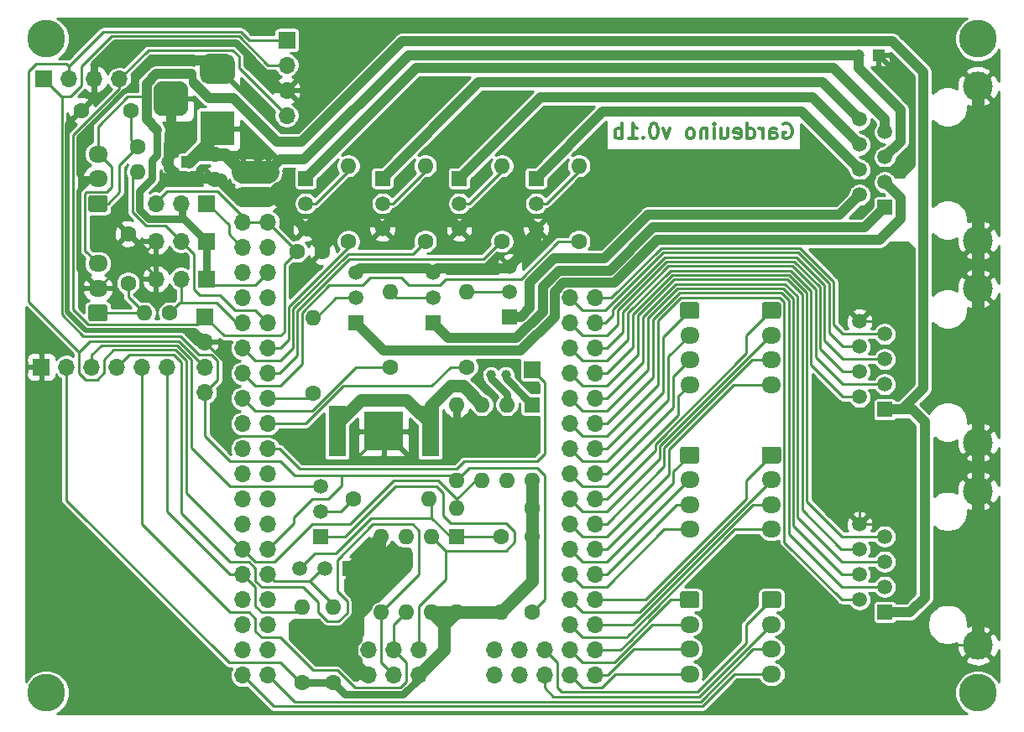
<source format=gbr>
%TF.GenerationSoftware,KiCad,Pcbnew,5.1.10-88a1d61d58~90~ubuntu20.10.1*%
%TF.CreationDate,2021-08-21T12:51:11-05:00*%
%TF.ProjectId,nutrient,6e757472-6965-46e7-942e-6b696361645f,rev?*%
%TF.SameCoordinates,Original*%
%TF.FileFunction,Copper,L2,Bot*%
%TF.FilePolarity,Positive*%
%FSLAX46Y46*%
G04 Gerber Fmt 4.6, Leading zero omitted, Abs format (unit mm)*
G04 Created by KiCad (PCBNEW 5.1.10-88a1d61d58~90~ubuntu20.10.1) date 2021-08-21 12:51:11*
%MOMM*%
%LPD*%
G01*
G04 APERTURE LIST*
%TA.AperFunction,NonConductor*%
%ADD10C,0.300000*%
%TD*%
%TA.AperFunction,ComponentPad*%
%ADD11C,1.200000*%
%TD*%
%TA.AperFunction,ComponentPad*%
%ADD12R,1.200000X1.200000*%
%TD*%
%TA.AperFunction,ComponentPad*%
%ADD13C,1.600000*%
%TD*%
%TA.AperFunction,ComponentPad*%
%ADD14R,1.700000X1.700000*%
%TD*%
%TA.AperFunction,ComponentPad*%
%ADD15O,1.700000X1.700000*%
%TD*%
%TA.AperFunction,ComponentPad*%
%ADD16O,1.600000X1.600000*%
%TD*%
%TA.AperFunction,ConnectorPad*%
%ADD17C,3.800000*%
%TD*%
%TA.AperFunction,ComponentPad*%
%ADD18C,2.600000*%
%TD*%
%TA.AperFunction,ComponentPad*%
%ADD19C,1.500000*%
%TD*%
%TA.AperFunction,ComponentPad*%
%ADD20R,1.500000X1.500000*%
%TD*%
%TA.AperFunction,ComponentPad*%
%ADD21R,3.500000X3.500000*%
%TD*%
%TA.AperFunction,ComponentPad*%
%ADD22O,1.950000X1.700000*%
%TD*%
%TA.AperFunction,ComponentPad*%
%ADD23C,3.000000*%
%TD*%
%TA.AperFunction,ComponentPad*%
%ADD24R,1.600000X1.600000*%
%TD*%
%TA.AperFunction,ComponentPad*%
%ADD25C,1.000000*%
%TD*%
%TA.AperFunction,SMDPad,CuDef*%
%ADD26R,3.960000X3.960000*%
%TD*%
%TA.AperFunction,SMDPad,CuDef*%
%ADD27R,1.780000X5.080000*%
%TD*%
%TA.AperFunction,Conductor*%
%ADD28C,0.250000*%
%TD*%
%TA.AperFunction,Conductor*%
%ADD29C,1.000000*%
%TD*%
%TA.AperFunction,Conductor*%
%ADD30C,0.750000*%
%TD*%
%TA.AperFunction,Conductor*%
%ADD31C,0.500000*%
%TD*%
%TA.AperFunction,Conductor*%
%ADD32C,1.250000*%
%TD*%
%TA.AperFunction,Conductor*%
%ADD33C,2.000000*%
%TD*%
%TA.AperFunction,Conductor*%
%ADD34C,1.125000*%
%TD*%
%TA.AperFunction,Conductor*%
%ADD35C,2.250000*%
%TD*%
%TA.AperFunction,Conductor*%
%ADD36C,0.254000*%
%TD*%
%TA.AperFunction,Conductor*%
%ADD37C,0.100000*%
%TD*%
G04 APERTURE END LIST*
D10*
X176473428Y-45986000D02*
X176616285Y-45914571D01*
X176830571Y-45914571D01*
X177044857Y-45986000D01*
X177187714Y-46128857D01*
X177259142Y-46271714D01*
X177330571Y-46557428D01*
X177330571Y-46771714D01*
X177259142Y-47057428D01*
X177187714Y-47200285D01*
X177044857Y-47343142D01*
X176830571Y-47414571D01*
X176687714Y-47414571D01*
X176473428Y-47343142D01*
X176402000Y-47271714D01*
X176402000Y-46771714D01*
X176687714Y-46771714D01*
X175116285Y-47414571D02*
X175116285Y-46628857D01*
X175187714Y-46486000D01*
X175330571Y-46414571D01*
X175616285Y-46414571D01*
X175759142Y-46486000D01*
X175116285Y-47343142D02*
X175259142Y-47414571D01*
X175616285Y-47414571D01*
X175759142Y-47343142D01*
X175830571Y-47200285D01*
X175830571Y-47057428D01*
X175759142Y-46914571D01*
X175616285Y-46843142D01*
X175259142Y-46843142D01*
X175116285Y-46771714D01*
X174402000Y-47414571D02*
X174402000Y-46414571D01*
X174402000Y-46700285D02*
X174330571Y-46557428D01*
X174259142Y-46486000D01*
X174116285Y-46414571D01*
X173973428Y-46414571D01*
X172830571Y-47414571D02*
X172830571Y-45914571D01*
X172830571Y-47343142D02*
X172973428Y-47414571D01*
X173259142Y-47414571D01*
X173402000Y-47343142D01*
X173473428Y-47271714D01*
X173544857Y-47128857D01*
X173544857Y-46700285D01*
X173473428Y-46557428D01*
X173402000Y-46486000D01*
X173259142Y-46414571D01*
X172973428Y-46414571D01*
X172830571Y-46486000D01*
X171544857Y-47343142D02*
X171687714Y-47414571D01*
X171973428Y-47414571D01*
X172116285Y-47343142D01*
X172187714Y-47200285D01*
X172187714Y-46628857D01*
X172116285Y-46486000D01*
X171973428Y-46414571D01*
X171687714Y-46414571D01*
X171544857Y-46486000D01*
X171473428Y-46628857D01*
X171473428Y-46771714D01*
X172187714Y-46914571D01*
X170187714Y-46414571D02*
X170187714Y-47414571D01*
X170830571Y-46414571D02*
X170830571Y-47200285D01*
X170759142Y-47343142D01*
X170616285Y-47414571D01*
X170402000Y-47414571D01*
X170259142Y-47343142D01*
X170187714Y-47271714D01*
X169473428Y-47414571D02*
X169473428Y-46414571D01*
X169473428Y-45914571D02*
X169544857Y-45986000D01*
X169473428Y-46057428D01*
X169402000Y-45986000D01*
X169473428Y-45914571D01*
X169473428Y-46057428D01*
X168759142Y-46414571D02*
X168759142Y-47414571D01*
X168759142Y-46557428D02*
X168687714Y-46486000D01*
X168544857Y-46414571D01*
X168330571Y-46414571D01*
X168187714Y-46486000D01*
X168116285Y-46628857D01*
X168116285Y-47414571D01*
X167187714Y-47414571D02*
X167330571Y-47343142D01*
X167402000Y-47271714D01*
X167473428Y-47128857D01*
X167473428Y-46700285D01*
X167402000Y-46557428D01*
X167330571Y-46486000D01*
X167187714Y-46414571D01*
X166973428Y-46414571D01*
X166830571Y-46486000D01*
X166759142Y-46557428D01*
X166687714Y-46700285D01*
X166687714Y-47128857D01*
X166759142Y-47271714D01*
X166830571Y-47343142D01*
X166973428Y-47414571D01*
X167187714Y-47414571D01*
X165044857Y-46414571D02*
X164687714Y-47414571D01*
X164330571Y-46414571D01*
X163473428Y-45914571D02*
X163330571Y-45914571D01*
X163187714Y-45986000D01*
X163116285Y-46057428D01*
X163044857Y-46200285D01*
X162973428Y-46486000D01*
X162973428Y-46843142D01*
X163044857Y-47128857D01*
X163116285Y-47271714D01*
X163187714Y-47343142D01*
X163330571Y-47414571D01*
X163473428Y-47414571D01*
X163616285Y-47343142D01*
X163687714Y-47271714D01*
X163759142Y-47128857D01*
X163830571Y-46843142D01*
X163830571Y-46486000D01*
X163759142Y-46200285D01*
X163687714Y-46057428D01*
X163616285Y-45986000D01*
X163473428Y-45914571D01*
X162330571Y-47271714D02*
X162259142Y-47343142D01*
X162330571Y-47414571D01*
X162402000Y-47343142D01*
X162330571Y-47271714D01*
X162330571Y-47414571D01*
X160830571Y-47414571D02*
X161687714Y-47414571D01*
X161259142Y-47414571D02*
X161259142Y-45914571D01*
X161402000Y-46128857D01*
X161544857Y-46271714D01*
X161687714Y-46343142D01*
X160187714Y-47414571D02*
X160187714Y-45914571D01*
X160187714Y-46486000D02*
X160044857Y-46414571D01*
X159759142Y-46414571D01*
X159616285Y-46486000D01*
X159544857Y-46557428D01*
X159473428Y-46700285D01*
X159473428Y-47128857D01*
X159544857Y-47271714D01*
X159616285Y-47343142D01*
X159759142Y-47414571D01*
X160044857Y-47414571D01*
X160187714Y-47343142D01*
D11*
%TO.P,C6,2*%
%TO.N,GND*%
X114332000Y-49784000D03*
D12*
%TO.P,C6,1*%
%TO.N,/VIN1*%
X116332000Y-49784000D03*
%TD*%
D13*
%TO.P,C5,2*%
%TO.N,Net-(C5-Pad2)*%
X110664000Y-44577000D03*
%TO.P,C5,1*%
%TO.N,GND*%
X105664000Y-44577000D03*
%TD*%
%TO.P,C4,2*%
%TO.N,GND*%
X110363000Y-57023000D03*
%TO.P,C4,1*%
%TO.N,Net-(C4-Pad1)*%
X110363000Y-62023000D03*
%TD*%
D14*
%TO.P,JI2C3,1*%
%TO.N,/SCL*%
X126365000Y-37465000D03*
D15*
%TO.P,JI2C3,2*%
%TO.N,/SDA*%
X126365000Y-40005000D03*
%TO.P,JI2C3,3*%
%TO.N,GND*%
X126365000Y-42545000D03*
%TO.P,JI2C3,4*%
%TO.N,/5V2*%
X126365000Y-45085000D03*
%TD*%
D14*
%TO.P,J9,1*%
%TO.N,/INT4*%
X151130000Y-70739000D03*
%TD*%
D15*
%TO.P,JI2C2,4*%
%TO.N,/5V2*%
X109474000Y-41402000D03*
%TO.P,JI2C2,3*%
%TO.N,GND*%
X106934000Y-41402000D03*
%TO.P,JI2C2,2*%
%TO.N,/SCL*%
X104394000Y-41402000D03*
D14*
%TO.P,JI2C2,1*%
%TO.N,/SDA*%
X101854000Y-41402000D03*
%TD*%
D15*
%TO.P,XA1,D43*%
%TO.N,Net-(J3-Pad4)*%
X154940000Y-96520000D03*
%TO.P,XA1,D42*%
%TO.N,Net-(J3-Pad3)*%
X157480000Y-96520000D03*
%TO.P,XA1,D18*%
%TO.N,Net-(XA1-PadD18)*%
X124460000Y-86360000D03*
%TO.P,XA1,D25*%
%TO.N,Net-(XA1-PadD25)*%
X121920000Y-93980000D03*
D14*
%TO.P,XA1,VIN1*%
%TO.N,/VIN1*%
X121920000Y-50800000D03*
D15*
%TO.P,XA1,D33*%
%TO.N,Net-(J5-Pad2)*%
X154940000Y-83820000D03*
%TO.P,XA1,3V2*%
%TO.N,Net-(XA1-Pad3V2)*%
X124460000Y-58420000D03*
%TO.P,XA1,D16*%
%TO.N,Net-(XA1-PadD16)*%
X124460000Y-83820000D03*
%TO.P,XA1,AREF*%
%TO.N,/VIN*%
X124460000Y-60960000D03*
%TO.P,XA1,D10*%
%TO.N,Net-(RQ7-Pad1)*%
X124460000Y-76200000D03*
%TO.P,XA1,D8*%
%TO.N,Net-(RQ5-Pad1)*%
X124460000Y-73660000D03*
%TO.P,XA1,D36*%
%TO.N,Net-(J4-Pad1)*%
X157480000Y-88900000D03*
%TO.P,XA1,D9*%
%TO.N,Net-(RQ6-Pad1)*%
X121920000Y-73660000D03*
%TO.P,XA1,D6*%
%TO.N,Net-(RQ3-Pad1)*%
X124460000Y-71120000D03*
%TO.P,XA1,5V1*%
%TO.N,/5V2*%
X121920000Y-55880000D03*
%TO.P,XA1,D1*%
%TO.N,Net-(XA1-PadD1)*%
X121920000Y-63500000D03*
%TO.P,XA1,D20*%
%TO.N,/SDA*%
X124460000Y-88900000D03*
%TO.P,XA1,D4*%
%TO.N,Net-(RQ1-Pad1)*%
X124460000Y-68580000D03*
%TO.P,XA1,D24*%
%TO.N,Net-(XA1-PadD24)*%
X124460000Y-93980000D03*
%TO.P,XA1,D3*%
%TO.N,/INT1*%
X121920000Y-66040000D03*
%TO.P,XA1,D23*%
%TO.N,/SS2*%
X121920000Y-91440000D03*
%TO.P,XA1,3V1*%
%TO.N,Net-(JP1-Pad1)*%
X121920000Y-58420000D03*
%TO.P,XA1,D7*%
%TO.N,Net-(RQ4-Pad1)*%
X121920000Y-71120000D03*
%TO.P,XA1,D40*%
%TO.N,Net-(J3-Pad1)*%
X157480000Y-93980000D03*
%TO.P,XA1,D17*%
%TO.N,Net-(XA1-PadD17)*%
X121920000Y-83820000D03*
%TO.P,XA1,D49*%
%TO.N,Net-(J1-Pad1)*%
X152400000Y-99060000D03*
%TO.P,XA1,D14*%
%TO.N,Net-(XA1-PadD14)*%
X124460000Y-81280000D03*
%TO.P,XA1,RST2*%
%TO.N,Net-(XA1-PadRST2)*%
X134620000Y-99060000D03*
%TO.P,XA1,D52*%
%TO.N,Net-(XA1-PadD52)*%
X147320000Y-101600000D03*
%TO.P,XA1,D50*%
%TO.N,Net-(XA1-PadD50)*%
X149860000Y-101600000D03*
%TO.P,XA1,D38*%
%TO.N,Net-(J4-Pad3)*%
X157480000Y-91440000D03*
%TO.P,XA1,A6*%
%TO.N,Net-(JS1-Pad7)*%
X157480000Y-71120000D03*
%TO.P,XA1,A12*%
%TO.N,Net-(J6-Pad1)*%
X157480000Y-78740000D03*
%TO.P,XA1,D34*%
%TO.N,Net-(J5-Pad3)*%
X157480000Y-86360000D03*
%TO.P,XA1,MOSI*%
%TO.N,/MOSI*%
X137160000Y-101600000D03*
%TO.P,XA1,SCK*%
%TO.N,/SCK*%
X137160000Y-99060000D03*
%TO.P,XA1,D39*%
%TO.N,Net-(J4-Pad4)*%
X154940000Y-91440000D03*
%TO.P,XA1,A13*%
%TO.N,Net-(J6-Pad2)*%
X154940000Y-78740000D03*
%TO.P,XA1,D28*%
%TO.N,Net-(XA1-PadD28)*%
X124460000Y-99060000D03*
%TO.P,XA1,A10*%
%TO.N,Net-(JS1-Pad3)*%
X157480000Y-76200000D03*
%TO.P,XA1,A0*%
%TO.N,Net-(JS2-Pad7)*%
X157480000Y-63500000D03*
%TO.P,XA1,MISO*%
%TO.N,/MISO*%
X139700000Y-99060000D03*
%TO.P,XA1,D48*%
%TO.N,Net-(J1-Pad2)*%
X152400000Y-101600000D03*
%TO.P,XA1,D19*%
%TO.N,Net-(XA1-PadD19)*%
X121920000Y-86360000D03*
%TO.P,XA1,D29*%
%TO.N,Net-(XA1-PadD29)*%
X121920000Y-99060000D03*
%TO.P,XA1,A15*%
%TO.N,Net-(J6-Pad4)*%
X154940000Y-81280000D03*
%TO.P,XA1,D12*%
%TO.N,/INT4*%
X124460000Y-78740000D03*
%TO.P,XA1,D22*%
%TO.N,/SS1*%
X124460000Y-91440000D03*
%TO.P,XA1,A1*%
%TO.N,Net-(JS2-Pad6)*%
X154940000Y-63500000D03*
%TO.P,XA1,A11*%
%TO.N,Net-(JS1-Pad2)*%
X154940000Y-76200000D03*
%TO.P,XA1,A2*%
%TO.N,Net-(JS2-Pad5)*%
X157480000Y-66040000D03*
%TO.P,XA1,D30*%
%TO.N,/D30*%
X124460000Y-101600000D03*
%TO.P,XA1,A8*%
%TO.N,Net-(JS1-Pad5)*%
X157480000Y-73660000D03*
%TO.P,XA1,A3*%
%TO.N,Net-(JS2-Pad4)*%
X154940000Y-66040000D03*
%TO.P,XA1,D46*%
%TO.N,Net-(J2-Pad3)*%
X157480000Y-101600000D03*
%TO.P,XA1,D47*%
%TO.N,Net-(J2-Pad4)*%
X154940000Y-101600000D03*
%TO.P,XA1,A9*%
%TO.N,Net-(JS1-Pad4)*%
X154940000Y-73660000D03*
%TO.P,XA1,D44*%
%TO.N,Net-(J2-Pad1)*%
X157480000Y-99060000D03*
%TO.P,XA1,D21*%
%TO.N,/SCL*%
X121920000Y-88900000D03*
%TO.P,XA1,D45*%
%TO.N,Net-(J2-Pad2)*%
X154940000Y-99060000D03*
%TO.P,XA1,D27*%
%TO.N,Net-(XA1-PadD27)*%
X121920000Y-96520000D03*
%TO.P,XA1,GND3*%
%TO.N,/GND3*%
X134620000Y-101600000D03*
%TO.P,XA1,D32*%
%TO.N,Net-(J5-Pad1)*%
X157480000Y-83820000D03*
%TO.P,XA1,A4*%
%TO.N,Net-(JS2-Pad3)*%
X157480000Y-68580000D03*
%TO.P,XA1,GND1*%
%TO.N,GND*%
X121920000Y-53340000D03*
%TO.P,XA1,D5*%
%TO.N,Net-(RQ2-Pad1)*%
X121920000Y-68580000D03*
%TO.P,XA1,D2*%
%TO.N,/INT0*%
X124460000Y-66040000D03*
%TO.P,XA1,VIN2*%
%TO.N,/VIN1*%
X124460000Y-50800000D03*
%TO.P,XA1,GND2*%
%TO.N,GND*%
X124460000Y-53340000D03*
%TO.P,XA1,D53*%
%TO.N,Net-(XA1-PadD53)*%
X147320000Y-99060000D03*
%TO.P,XA1,A14*%
%TO.N,Net-(J6-Pad3)*%
X157480000Y-81280000D03*
%TO.P,XA1,D0*%
%TO.N,Net-(XA1-PadD0)*%
X124460000Y-63500000D03*
%TO.P,XA1,D41*%
%TO.N,Net-(J3-Pad2)*%
X154940000Y-93980000D03*
%TO.P,XA1,5V2*%
%TO.N,/5V2*%
X124460000Y-55880000D03*
%TO.P,XA1,D11*%
%TO.N,Net-(XA1-PadD11)*%
X121920000Y-76200000D03*
%TO.P,XA1,D26*%
%TO.N,Net-(XA1-PadD26)*%
X124460000Y-96520000D03*
%TO.P,XA1,5V3*%
%TO.N,/5V3*%
X139700000Y-101600000D03*
%TO.P,XA1,D15*%
%TO.N,Net-(XA1-PadD15)*%
X121920000Y-81280000D03*
%TO.P,XA1,D51*%
%TO.N,Net-(XA1-PadD51)*%
X149860000Y-99060000D03*
%TO.P,XA1,A5*%
%TO.N,Net-(JS2-Pad2)*%
X154940000Y-68580000D03*
%TO.P,XA1,A7*%
%TO.N,Net-(JS1-Pad6)*%
X154940000Y-71120000D03*
%TO.P,XA1,D37*%
%TO.N,Net-(J4-Pad2)*%
X154940000Y-88900000D03*
%TO.P,XA1,D31*%
%TO.N,/D31*%
X121920000Y-101600000D03*
%TO.P,XA1,D35*%
%TO.N,Net-(J5-Pad4)*%
X154940000Y-86360000D03*
%TO.P,XA1,RST1*%
%TO.N,Net-(XA1-PadRST1)*%
X121920000Y-60960000D03*
%TO.P,XA1,D13*%
%TO.N,Net-(XA1-PadD13)*%
X121920000Y-78740000D03*
%TD*%
D16*
%TO.P,R6,2*%
%TO.N,/INT0*%
X111315500Y-50800000D03*
D13*
%TO.P,R6,1*%
%TO.N,Net-(C5-Pad2)*%
X111315500Y-48260000D03*
%TD*%
D15*
%TO.P,JP1,3*%
%TO.N,/5V2*%
X113157000Y-53975000D03*
%TO.P,JP1,2*%
%TO.N,/VIN*%
X115697000Y-53975000D03*
D14*
%TO.P,JP1,1*%
%TO.N,Net-(JP1-Pad1)*%
X118237000Y-53975000D03*
%TD*%
D15*
%TO.P,JI2C1,4*%
%TO.N,/SDA*%
X118110000Y-73025000D03*
%TO.P,JI2C1,3*%
%TO.N,/SCL*%
X118110000Y-70485000D03*
%TO.P,JI2C1,2*%
%TO.N,GND*%
X118110000Y-67945000D03*
D14*
%TO.P,JI2C1,1*%
%TO.N,/5V2*%
X118110000Y-65405000D03*
%TD*%
D13*
%TO.P,C2,2*%
%TO.N,/VIN1*%
X119126000Y-49022000D03*
%TO.P,C2,1*%
%TO.N,GND*%
X119126000Y-51522000D03*
%TD*%
%TO.P,C1,2*%
%TO.N,/5V2*%
X127421000Y-58801000D03*
%TO.P,C1,1*%
%TO.N,GND*%
X129921000Y-58801000D03*
%TD*%
D16*
%TO.P,R5,2*%
%TO.N,Net-(C4-Pad1)*%
X112014000Y-65024000D03*
D13*
%TO.P,R5,1*%
%TO.N,/INT1*%
X114554000Y-65024000D03*
%TD*%
D15*
%TO.P,JP2,3*%
%TO.N,GND*%
X113157000Y-57785000D03*
%TO.P,JP2,2*%
%TO.N,/INT0*%
X115697000Y-57785000D03*
D14*
%TO.P,JP2,1*%
%TO.N,/VIN*%
X118237000Y-57785000D03*
%TD*%
D15*
%TO.P,JP3,3*%
%TO.N,GND*%
X113157000Y-61595000D03*
%TO.P,JP3,2*%
%TO.N,/INT1*%
X115697000Y-61595000D03*
D14*
%TO.P,JP3,1*%
%TO.N,/VIN*%
X118237000Y-61595000D03*
%TD*%
D11*
%TO.P,C3,2*%
%TO.N,/VIN1*%
X184055000Y-38989000D03*
D12*
%TO.P,C3,1*%
%TO.N,GND*%
X186055000Y-38989000D03*
%TD*%
D17*
%TO.P,H4,1*%
%TO.N,N/C*%
X196088000Y-37338000D03*
D18*
X196088000Y-37338000D03*
%TD*%
D17*
%TO.P,H3,1*%
%TO.N,N/C*%
X102108000Y-37338000D03*
D18*
X102108000Y-37338000D03*
%TD*%
D17*
%TO.P,H2,1*%
%TO.N,N/C*%
X196088000Y-103378000D03*
D18*
X196088000Y-103378000D03*
%TD*%
D17*
%TO.P,H1,1*%
%TO.N,N/C*%
X102108000Y-103378000D03*
D18*
X102108000Y-103378000D03*
%TD*%
D16*
%TO.P,R2,2*%
%TO.N,/SS1*%
X131064000Y-94742000D03*
D13*
%TO.P,R2,1*%
%TO.N,/5V3*%
X131064000Y-102362000D03*
%TD*%
D16*
%TO.P,R1,2*%
%TO.N,/SS2*%
X127889000Y-94742000D03*
D13*
%TO.P,R1,1*%
%TO.N,/5V3*%
X127889000Y-102362000D03*
%TD*%
D19*
%TO.P,Q5,2*%
%TO.N,Net-(Q5-Pad2)*%
X133350000Y-63500000D03*
%TO.P,Q5,3*%
%TO.N,GND*%
X133350000Y-60960000D03*
D20*
%TO.P,Q5,1*%
%TO.N,Net-(JM1-Pad3)*%
X133350000Y-66040000D03*
%TD*%
D21*
%TO.P,JDC1,1*%
%TO.N,/VIN1*%
X119380000Y-46386000D03*
%TO.P,JDC1,2*%
%TO.N,GND*%
%TA.AperFunction,ComponentPad*%
G36*
G01*
X118380000Y-38886000D02*
X120380000Y-38886000D01*
G75*
G02*
X121130000Y-39636000I0J-750000D01*
G01*
X121130000Y-41136000D01*
G75*
G02*
X120380000Y-41886000I-750000J0D01*
G01*
X118380000Y-41886000D01*
G75*
G02*
X117630000Y-41136000I0J750000D01*
G01*
X117630000Y-39636000D01*
G75*
G02*
X118380000Y-38886000I750000J0D01*
G01*
G37*
%TD.AperFunction*%
%TA.AperFunction,ComponentPad*%
G36*
G01*
X113805000Y-41636000D02*
X115555000Y-41636000D01*
G75*
G02*
X116430000Y-42511000I0J-875000D01*
G01*
X116430000Y-44261000D01*
G75*
G02*
X115555000Y-45136000I-875000J0D01*
G01*
X113805000Y-45136000D01*
G75*
G02*
X112930000Y-44261000I0J875000D01*
G01*
X112930000Y-42511000D01*
G75*
G02*
X113805000Y-41636000I875000J0D01*
G01*
G37*
%TD.AperFunction*%
%TD*%
D22*
%TO.P,J8,3*%
%TO.N,/VIN*%
X107315000Y-48975000D03*
%TO.P,J8,2*%
%TO.N,GND*%
X107315000Y-51475000D03*
%TO.P,J8,1*%
%TO.N,Net-(C5-Pad2)*%
%TA.AperFunction,ComponentPad*%
G36*
G01*
X108040000Y-54825000D02*
X106590000Y-54825000D01*
G75*
G02*
X106340000Y-54575000I0J250000D01*
G01*
X106340000Y-53375000D01*
G75*
G02*
X106590000Y-53125000I250000J0D01*
G01*
X108040000Y-53125000D01*
G75*
G02*
X108290000Y-53375000I0J-250000D01*
G01*
X108290000Y-54575000D01*
G75*
G02*
X108040000Y-54825000I-250000J0D01*
G01*
G37*
%TD.AperFunction*%
%TD*%
%TO.P,J7,3*%
%TO.N,/VIN*%
X107315000Y-60024000D03*
%TO.P,J7,2*%
%TO.N,GND*%
X107315000Y-62524000D03*
%TO.P,J7,1*%
%TO.N,Net-(C4-Pad1)*%
%TA.AperFunction,ComponentPad*%
G36*
G01*
X108040000Y-65874000D02*
X106590000Y-65874000D01*
G75*
G02*
X106340000Y-65624000I0J250000D01*
G01*
X106340000Y-64424000D01*
G75*
G02*
X106590000Y-64174000I250000J0D01*
G01*
X108040000Y-64174000D01*
G75*
G02*
X108290000Y-64424000I0J-250000D01*
G01*
X108290000Y-65624000D01*
G75*
G02*
X108040000Y-65874000I-250000J0D01*
G01*
G37*
%TD.AperFunction*%
%TD*%
D14*
%TO.P,JSPI1,1*%
%TO.N,GND*%
X101600000Y-70485000D03*
D15*
%TO.P,JSPI1,2*%
%TO.N,/5V3*%
X104140000Y-70485000D03*
%TO.P,JSPI1,3*%
%TO.N,Net-(JSPI1-Pad3)*%
X106680000Y-70485000D03*
%TO.P,JSPI1,4*%
%TO.N,/MOSI*%
X109220000Y-70485000D03*
%TO.P,JSPI1,5*%
%TO.N,/SCK*%
X111760000Y-70485000D03*
%TO.P,JSPI1,6*%
%TO.N,/SS2*%
X114300000Y-70485000D03*
%TD*%
D23*
%TO.P,JS2,SH*%
%TO.N,GND*%
X196088000Y-62565000D03*
D19*
%TO.P,JS2,3*%
%TO.N,Net-(JS2-Pad3)*%
X186688000Y-72240000D03*
%TO.P,JS2,5*%
%TO.N,Net-(JS2-Pad5)*%
X186688000Y-69700000D03*
%TO.P,JS2,4*%
%TO.N,Net-(JS2-Pad4)*%
X184148000Y-70970000D03*
%TO.P,JS2,7*%
%TO.N,Net-(JS2-Pad7)*%
X186688000Y-67160000D03*
D20*
%TO.P,JS2,1*%
%TO.N,/VIN*%
X186688000Y-74780000D03*
D19*
%TO.P,JS2,2*%
%TO.N,Net-(JS2-Pad2)*%
X184148000Y-73510000D03*
D23*
%TO.P,JS2,SH*%
%TO.N,GND*%
X196088000Y-78105000D03*
D19*
%TO.P,JS2,8*%
X184148000Y-65890000D03*
%TO.P,JS2,6*%
%TO.N,Net-(JS2-Pad6)*%
X184148000Y-68430000D03*
%TD*%
D16*
%TO.P,U1,8*%
%TO.N,/5V3*%
X143510000Y-95250000D03*
%TO.P,U1,4*%
%TO.N,/GND3*%
X135890000Y-87630000D03*
%TO.P,U1,7*%
%TO.N,/5V3*%
X140970000Y-95250000D03*
%TO.P,U1,3*%
%TO.N,Net-(U1-Pad3)*%
X138430000Y-87630000D03*
%TO.P,U1,6*%
%TO.N,/SCK*%
X138430000Y-95250000D03*
%TO.P,U1,2*%
%TO.N,/MISO*%
X140970000Y-87630000D03*
%TO.P,U1,5*%
%TO.N,/MOSI*%
X135890000Y-95250000D03*
D24*
%TO.P,U1,1*%
%TO.N,/CS*%
X143510000Y-87630000D03*
%TD*%
D22*
%TO.P,J3,4*%
%TO.N,Net-(J3-Pad4)*%
X175260000Y-86875000D03*
%TO.P,J3,3*%
%TO.N,Net-(J3-Pad3)*%
X175260000Y-84375000D03*
%TO.P,J3,2*%
%TO.N,Net-(J3-Pad2)*%
X175260000Y-81875000D03*
%TO.P,J3,1*%
%TO.N,Net-(J3-Pad1)*%
%TA.AperFunction,ComponentPad*%
G36*
G01*
X174535000Y-78525000D02*
X175985000Y-78525000D01*
G75*
G02*
X176235000Y-78775000I0J-250000D01*
G01*
X176235000Y-79975000D01*
G75*
G02*
X175985000Y-80225000I-250000J0D01*
G01*
X174535000Y-80225000D01*
G75*
G02*
X174285000Y-79975000I0J250000D01*
G01*
X174285000Y-78775000D01*
G75*
G02*
X174535000Y-78525000I250000J0D01*
G01*
G37*
%TD.AperFunction*%
%TD*%
D25*
%TO.P,Y1,2*%
%TO.N,Net-(U2-Pad2)*%
X146963000Y-71247000D03*
%TO.P,Y1,1*%
%TO.N,Net-(U2-Pad1)*%
X148463000Y-71247000D03*
%TD*%
D22*
%TO.P,J1,4*%
%TO.N,/D31*%
X175260000Y-101480000D03*
%TO.P,J1,3*%
%TO.N,/D30*%
X175260000Y-98980000D03*
%TO.P,J1,2*%
%TO.N,Net-(J1-Pad2)*%
X175260000Y-96480000D03*
%TO.P,J1,1*%
%TO.N,Net-(J1-Pad1)*%
%TA.AperFunction,ComponentPad*%
G36*
G01*
X174535000Y-93130000D02*
X175985000Y-93130000D01*
G75*
G02*
X176235000Y-93380000I0J-250000D01*
G01*
X176235000Y-94580000D01*
G75*
G02*
X175985000Y-94830000I-250000J0D01*
G01*
X174535000Y-94830000D01*
G75*
G02*
X174285000Y-94580000I0J250000D01*
G01*
X174285000Y-93380000D01*
G75*
G02*
X174535000Y-93130000I250000J0D01*
G01*
G37*
%TD.AperFunction*%
%TD*%
D26*
%TO.P,BT1,2*%
%TO.N,GND*%
X136144000Y-76962000D03*
D27*
%TO.P,BT1,1*%
%TO.N,Net-(BT1-Pad1)*%
X140844000Y-76962000D03*
X131444000Y-76962000D03*
%TD*%
D16*
%TO.P,RQ7,2*%
%TO.N,Net-(Q7-Pad2)*%
X144526000Y-62865000D03*
D13*
%TO.P,RQ7,1*%
%TO.N,Net-(RQ7-Pad1)*%
X144526000Y-70485000D03*
%TD*%
D19*
%TO.P,Q7,2*%
%TO.N,Net-(Q7-Pad2)*%
X148844000Y-62865000D03*
%TO.P,Q7,3*%
%TO.N,GND*%
X148844000Y-60325000D03*
D20*
%TO.P,Q7,1*%
%TO.N,Net-(JM1-Pad2)*%
X148844000Y-65405000D03*
%TD*%
D23*
%TO.P,JM1,SH*%
%TO.N,GND*%
X196088000Y-42164000D03*
D19*
%TO.P,JM1,3*%
%TO.N,Net-(JM1-Pad3)*%
X186688000Y-51839000D03*
%TO.P,JM1,5*%
%TO.N,/VIN1*%
X186688000Y-49299000D03*
%TO.P,JM1,4*%
%TO.N,Net-(JM1-Pad4)*%
X184148000Y-50569000D03*
%TO.P,JM1,7*%
%TO.N,Net-(JM1-Pad7)*%
X186688000Y-46759000D03*
D20*
%TO.P,JM1,1*%
%TO.N,Net-(JM1-Pad1)*%
X186688000Y-54379000D03*
D19*
%TO.P,JM1,2*%
%TO.N,Net-(JM1-Pad2)*%
X184148000Y-53109000D03*
D23*
%TO.P,JM1,SH*%
%TO.N,GND*%
X196088000Y-57704000D03*
D19*
%TO.P,JM1,8*%
%TO.N,Net-(JM1-Pad8)*%
X184148000Y-45489000D03*
%TO.P,JM1,6*%
%TO.N,Net-(JM1-Pad6)*%
X184148000Y-48029000D03*
%TD*%
D22*
%TO.P,J2,4*%
%TO.N,Net-(J2-Pad4)*%
X167005000Y-101480000D03*
%TO.P,J2,3*%
%TO.N,Net-(J2-Pad3)*%
X167005000Y-98980000D03*
%TO.P,J2,2*%
%TO.N,Net-(J2-Pad2)*%
X167005000Y-96480000D03*
%TO.P,J2,1*%
%TO.N,Net-(J2-Pad1)*%
%TA.AperFunction,ComponentPad*%
G36*
G01*
X166280000Y-93130000D02*
X167730000Y-93130000D01*
G75*
G02*
X167980000Y-93380000I0J-250000D01*
G01*
X167980000Y-94580000D01*
G75*
G02*
X167730000Y-94830000I-250000J0D01*
G01*
X166280000Y-94830000D01*
G75*
G02*
X166030000Y-94580000I0J250000D01*
G01*
X166030000Y-93380000D01*
G75*
G02*
X166280000Y-93130000I250000J0D01*
G01*
G37*
%TD.AperFunction*%
%TD*%
D23*
%TO.P,JS1,SH*%
%TO.N,GND*%
X196088000Y-83012000D03*
D19*
%TO.P,JS1,3*%
%TO.N,Net-(JS1-Pad3)*%
X186688000Y-92687000D03*
%TO.P,JS1,5*%
%TO.N,Net-(JS1-Pad5)*%
X186688000Y-90147000D03*
%TO.P,JS1,4*%
%TO.N,Net-(JS1-Pad4)*%
X184148000Y-91417000D03*
%TO.P,JS1,7*%
%TO.N,Net-(JS1-Pad7)*%
X186688000Y-87607000D03*
D20*
%TO.P,JS1,1*%
%TO.N,/VIN*%
X186688000Y-95227000D03*
D19*
%TO.P,JS1,2*%
%TO.N,Net-(JS1-Pad2)*%
X184148000Y-93957000D03*
D23*
%TO.P,JS1,SH*%
%TO.N,GND*%
X196088000Y-98552000D03*
D19*
%TO.P,JS1,8*%
X184148000Y-86337000D03*
%TO.P,JS1,6*%
%TO.N,Net-(JS1-Pad6)*%
X184148000Y-88877000D03*
%TD*%
D16*
%TO.P,RQ1,2*%
%TO.N,Net-(Q1-Pad2)*%
X132588000Y-50165000D03*
D13*
%TO.P,RQ1,1*%
%TO.N,Net-(RQ1-Pad1)*%
X132588000Y-57785000D03*
%TD*%
D16*
%TO.P,RQ2,2*%
%TO.N,Net-(Q2-Pad2)*%
X140335000Y-50165000D03*
D13*
%TO.P,RQ2,1*%
%TO.N,Net-(RQ2-Pad1)*%
X140335000Y-57785000D03*
%TD*%
D19*
%TO.P,Q1,2*%
%TO.N,Net-(Q1-Pad2)*%
X128270000Y-53975000D03*
%TO.P,Q1,3*%
%TO.N,GND*%
X128270000Y-56515000D03*
D20*
%TO.P,Q1,1*%
%TO.N,Net-(JM1-Pad7)*%
X128270000Y-51435000D03*
%TD*%
D19*
%TO.P,Q2,2*%
%TO.N,Net-(Q2-Pad2)*%
X136017000Y-53975000D03*
%TO.P,Q2,3*%
%TO.N,GND*%
X136017000Y-56515000D03*
D20*
%TO.P,Q2,1*%
%TO.N,Net-(JM1-Pad8)*%
X136017000Y-51435000D03*
%TD*%
D16*
%TO.P,U2,8*%
%TO.N,/5V3*%
X151130000Y-81915000D03*
%TO.P,U2,4*%
%TO.N,GND*%
X143510000Y-74295000D03*
%TO.P,U2,7*%
%TO.N,Net-(U2-Pad7)*%
X148590000Y-81915000D03*
%TO.P,U2,3*%
%TO.N,Net-(BT1-Pad1)*%
X146050000Y-74295000D03*
%TO.P,U2,6*%
%TO.N,/SCL*%
X146050000Y-81915000D03*
%TO.P,U2,2*%
%TO.N,Net-(U2-Pad2)*%
X148590000Y-74295000D03*
%TO.P,U2,5*%
%TO.N,/SDA*%
X143510000Y-81915000D03*
D24*
%TO.P,U2,1*%
%TO.N,Net-(U2-Pad1)*%
X151130000Y-74295000D03*
%TD*%
D16*
%TO.P,R3,2*%
%TO.N,/CS*%
X140716000Y-83820000D03*
D13*
%TO.P,R3,1*%
%TO.N,Net-(QSO1-Pad2)*%
X133096000Y-83820000D03*
%TD*%
D16*
%TO.P,R20,2*%
%TO.N,/5V3*%
X151130000Y-87630000D03*
D13*
%TO.P,R20,1*%
%TO.N,/SDA*%
X151130000Y-95250000D03*
%TD*%
D16*
%TO.P,R21,2*%
%TO.N,/SCL*%
X143510000Y-84772500D03*
D13*
%TO.P,R21,1*%
%TO.N,/5V3*%
X151130000Y-84772500D03*
%TD*%
D16*
%TO.P,R4,2*%
%TO.N,/5V3*%
X147955000Y-95250000D03*
D13*
%TO.P,R4,1*%
%TO.N,/CS*%
X147955000Y-87630000D03*
%TD*%
D16*
%TO.P,RQ5,2*%
%TO.N,Net-(Q5-Pad2)*%
X129032000Y-65532000D03*
D13*
%TO.P,RQ5,1*%
%TO.N,Net-(RQ5-Pad1)*%
X129032000Y-73152000D03*
%TD*%
D16*
%TO.P,RQ6,2*%
%TO.N,Net-(Q6-Pad2)*%
X136779000Y-62865000D03*
D13*
%TO.P,RQ6,1*%
%TO.N,Net-(RQ6-Pad1)*%
X136779000Y-70485000D03*
%TD*%
D16*
%TO.P,RQ3,2*%
%TO.N,Net-(Q3-Pad2)*%
X148082000Y-50165000D03*
D13*
%TO.P,RQ3,1*%
%TO.N,Net-(RQ3-Pad1)*%
X148082000Y-57785000D03*
%TD*%
D16*
%TO.P,RQ4,2*%
%TO.N,Net-(Q4-Pad2)*%
X155829000Y-50165000D03*
D13*
%TO.P,RQ4,1*%
%TO.N,Net-(RQ4-Pad1)*%
X155829000Y-57785000D03*
%TD*%
D20*
%TO.P,QSO1,1*%
%TO.N,/MISO*%
X129794000Y-87630000D03*
D19*
%TO.P,QSO1,3*%
%TO.N,Net-(JSPI1-Pad3)*%
X129794000Y-82550000D03*
%TO.P,QSO1,2*%
%TO.N,Net-(QSO1-Pad2)*%
X129794000Y-85090000D03*
%TD*%
D20*
%TO.P,QSS1,1*%
%TO.N,/GND3*%
X132715000Y-90805000D03*
D19*
%TO.P,QSS1,3*%
%TO.N,/CS*%
X127635000Y-90805000D03*
%TO.P,QSS1,2*%
%TO.N,/SS1*%
X130175000Y-90805000D03*
%TD*%
%TO.P,Q6,2*%
%TO.N,Net-(Q6-Pad2)*%
X141097000Y-63500000D03*
%TO.P,Q6,3*%
%TO.N,GND*%
X141097000Y-60960000D03*
D20*
%TO.P,Q6,1*%
%TO.N,Net-(JM1-Pad1)*%
X141097000Y-66040000D03*
%TD*%
D19*
%TO.P,Q3,2*%
%TO.N,Net-(Q3-Pad2)*%
X143764000Y-53975000D03*
%TO.P,Q3,3*%
%TO.N,GND*%
X143764000Y-56515000D03*
D20*
%TO.P,Q3,1*%
%TO.N,Net-(JM1-Pad6)*%
X143764000Y-51435000D03*
%TD*%
D19*
%TO.P,Q4,2*%
%TO.N,Net-(Q4-Pad2)*%
X151511000Y-53975000D03*
%TO.P,Q4,3*%
%TO.N,GND*%
X151511000Y-56515000D03*
D20*
%TO.P,Q4,1*%
%TO.N,Net-(JM1-Pad4)*%
X151511000Y-51435000D03*
%TD*%
D22*
%TO.P,J6,4*%
%TO.N,Net-(J6-Pad4)*%
X167005000Y-72270000D03*
%TO.P,J6,3*%
%TO.N,Net-(J6-Pad3)*%
X167005000Y-69770000D03*
%TO.P,J6,2*%
%TO.N,Net-(J6-Pad2)*%
X167005000Y-67270000D03*
%TO.P,J6,1*%
%TO.N,Net-(J6-Pad1)*%
%TA.AperFunction,ComponentPad*%
G36*
G01*
X166280000Y-63920000D02*
X167730000Y-63920000D01*
G75*
G02*
X167980000Y-64170000I0J-250000D01*
G01*
X167980000Y-65370000D01*
G75*
G02*
X167730000Y-65620000I-250000J0D01*
G01*
X166280000Y-65620000D01*
G75*
G02*
X166030000Y-65370000I0J250000D01*
G01*
X166030000Y-64170000D01*
G75*
G02*
X166280000Y-63920000I250000J0D01*
G01*
G37*
%TD.AperFunction*%
%TD*%
%TO.P,J5,4*%
%TO.N,Net-(J5-Pad4)*%
X175260000Y-72270000D03*
%TO.P,J5,3*%
%TO.N,Net-(J5-Pad3)*%
X175260000Y-69770000D03*
%TO.P,J5,2*%
%TO.N,Net-(J5-Pad2)*%
X175260000Y-67270000D03*
%TO.P,J5,1*%
%TO.N,Net-(J5-Pad1)*%
%TA.AperFunction,ComponentPad*%
G36*
G01*
X174535000Y-63920000D02*
X175985000Y-63920000D01*
G75*
G02*
X176235000Y-64170000I0J-250000D01*
G01*
X176235000Y-65370000D01*
G75*
G02*
X175985000Y-65620000I-250000J0D01*
G01*
X174535000Y-65620000D01*
G75*
G02*
X174285000Y-65370000I0J250000D01*
G01*
X174285000Y-64170000D01*
G75*
G02*
X174535000Y-63920000I250000J0D01*
G01*
G37*
%TD.AperFunction*%
%TD*%
%TO.P,J4,4*%
%TO.N,Net-(J4-Pad4)*%
X167005000Y-86875000D03*
%TO.P,J4,3*%
%TO.N,Net-(J4-Pad3)*%
X167005000Y-84375000D03*
%TO.P,J4,2*%
%TO.N,Net-(J4-Pad2)*%
X167005000Y-81875000D03*
%TO.P,J4,1*%
%TO.N,Net-(J4-Pad1)*%
%TA.AperFunction,ComponentPad*%
G36*
G01*
X166280000Y-78525000D02*
X167730000Y-78525000D01*
G75*
G02*
X167980000Y-78775000I0J-250000D01*
G01*
X167980000Y-79975000D01*
G75*
G02*
X167730000Y-80225000I-250000J0D01*
G01*
X166280000Y-80225000D01*
G75*
G02*
X166030000Y-79975000I0J250000D01*
G01*
X166030000Y-78775000D01*
G75*
G02*
X166280000Y-78525000I250000J0D01*
G01*
G37*
%TD.AperFunction*%
%TD*%
D28*
%TO.N,Net-(J4-Pad4)*%
X158623000Y-92710000D02*
X164458000Y-86875000D01*
X156210000Y-92710000D02*
X158623000Y-92710000D01*
X164458000Y-86875000D02*
X167005000Y-86875000D01*
X154940000Y-91440000D02*
X156210000Y-92710000D01*
%TO.N,Net-(J3-Pad2)*%
X175260000Y-81909357D02*
X175260000Y-81875000D01*
X161919357Y-95250000D02*
X175260000Y-81909357D01*
X156210000Y-95250000D02*
X161919357Y-95250000D01*
X154940000Y-93980000D02*
X156210000Y-95250000D01*
%TO.N,Net-(J2-Pad2)*%
X161183599Y-98529991D02*
X161185011Y-98529991D01*
X161185011Y-98529989D02*
X163235000Y-96480000D01*
X159383590Y-100330000D02*
X161183599Y-98529991D01*
X163235000Y-96480000D02*
X167005000Y-96480000D01*
X161185011Y-98529991D02*
X161185011Y-98529989D01*
X156210000Y-100330000D02*
X159383590Y-100330000D01*
X154940000Y-99060000D02*
X156210000Y-100330000D01*
%TO.N,Net-(J4-Pad1)*%
X165354000Y-81026000D02*
X167005000Y-79375000D01*
X165354000Y-82169000D02*
X165354000Y-81026000D01*
X158623000Y-88900000D02*
X165354000Y-82169000D01*
X157480000Y-88900000D02*
X158623000Y-88900000D01*
%TO.N,Net-(J1-Pad2)*%
X153277977Y-103747977D02*
X152400000Y-102870000D01*
X152400000Y-102870000D02*
X152400000Y-101600000D01*
X167992023Y-103747977D02*
X153277977Y-103747977D01*
X175260000Y-96480000D02*
X167992023Y-103747977D01*
%TO.N,Net-(J1-Pad1)*%
X154097967Y-103297967D02*
X153670000Y-102870000D01*
X172720000Y-98383590D02*
X167805623Y-103297967D01*
X153670000Y-102870000D02*
X153670000Y-100330000D01*
X172720000Y-96520000D02*
X172720000Y-98383590D01*
X175260000Y-93980000D02*
X172720000Y-96520000D01*
X153670000Y-100330000D02*
X152400000Y-99060000D01*
X167805623Y-103297967D02*
X154097967Y-103297967D01*
%TO.N,Net-(J3-Pad4)*%
X160650768Y-97790000D02*
X156210000Y-97790000D01*
X160810800Y-97629968D02*
X160650768Y-97790000D01*
X160812211Y-97629968D02*
X160810800Y-97629968D01*
X162863609Y-95579979D02*
X162862199Y-95579980D01*
X162862199Y-95579980D02*
X160812211Y-97629968D01*
X171568588Y-86875000D02*
X162863609Y-95579979D01*
X156210000Y-97790000D02*
X154940000Y-96520000D01*
X175260000Y-86875000D02*
X171568588Y-86875000D01*
%TO.N,Net-(J4-Pad3)*%
X165688000Y-84375000D02*
X167005000Y-84375000D01*
X158623000Y-91440000D02*
X165688000Y-84375000D01*
X157480000Y-91440000D02*
X158623000Y-91440000D01*
%TO.N,Net-(J3-Pad3)*%
X173432178Y-84375000D02*
X175260000Y-84375000D01*
X162677207Y-95129971D02*
X173432178Y-84375000D01*
X162675798Y-95129971D02*
X162677207Y-95129971D01*
X161285769Y-96520000D02*
X162675798Y-95129971D01*
X157480000Y-96520000D02*
X161285769Y-96520000D01*
%TO.N,Net-(J2-Pad1)*%
X165100000Y-93980000D02*
X167005000Y-93980000D01*
X163050011Y-96029989D02*
X165100000Y-93980000D01*
X160998611Y-98079978D02*
X163048600Y-96029989D01*
X160997200Y-98079978D02*
X160998611Y-98079978D01*
X163048600Y-96029989D02*
X163050011Y-96029989D01*
X160017179Y-99060000D02*
X160997200Y-98079978D01*
X157480000Y-99060000D02*
X160017179Y-99060000D01*
%TO.N,Net-(J3-Pad1)*%
X162552947Y-93980000D02*
X157480000Y-93980000D01*
X172720000Y-83812947D02*
X162552947Y-93980000D01*
X172720000Y-81915000D02*
X172720000Y-83812947D01*
X175260000Y-79375000D02*
X172720000Y-81915000D01*
%TO.N,Net-(J4-Pad2)*%
X158623000Y-90170000D02*
X156210000Y-90170000D01*
X166918000Y-81875000D02*
X158623000Y-90170000D01*
X156210000Y-90170000D02*
X154940000Y-88900000D01*
X167005000Y-81875000D02*
X166918000Y-81875000D01*
%TO.N,Net-(J2-Pad3)*%
X167005000Y-98980000D02*
X161370000Y-98980000D01*
X158750000Y-101600000D02*
X157480000Y-101600000D01*
X161370000Y-98980000D02*
X158750000Y-101600000D01*
%TO.N,Net-(J2-Pad4)*%
X159512000Y-101480000D02*
X167005000Y-101480000D01*
X158144044Y-102847956D02*
X159512000Y-101480000D01*
X156187956Y-102847956D02*
X158144044Y-102847956D01*
X154940000Y-101600000D02*
X156187956Y-102847956D01*
%TO.N,Net-(J5-Pad1)*%
X158623000Y-83820000D02*
X157480000Y-83820000D01*
X163553957Y-78263621D02*
X163553957Y-78889043D01*
X172720000Y-69097578D02*
X163553957Y-78263621D01*
X172720000Y-67310000D02*
X172720000Y-69097578D01*
X163553957Y-78889043D02*
X158623000Y-83820000D01*
X175260000Y-64770000D02*
X172720000Y-67310000D01*
D29*
%TO.N,GND*%
X136652000Y-55880000D02*
X136017000Y-56515000D01*
X143764000Y-56515000D02*
X143129000Y-55880000D01*
X143129000Y-55880000D02*
X136652000Y-55880000D01*
X144399000Y-55880000D02*
X143764000Y-56515000D01*
X150876000Y-55880000D02*
X144399000Y-55880000D01*
X151511000Y-56515000D02*
X150876000Y-55880000D01*
X135382000Y-55880000D02*
X128905000Y-55880000D01*
X128905000Y-55880000D02*
X128270000Y-56515000D01*
X136017000Y-56515000D02*
X135382000Y-55880000D01*
X127000000Y-55245000D02*
X128270000Y-56515000D01*
X124460000Y-53340000D02*
X125476000Y-52324000D01*
X125476000Y-52324000D02*
X125476000Y-53721000D01*
D30*
X143510000Y-78740000D02*
X143510000Y-74295000D01*
D31*
X142172999Y-80077001D02*
X143510000Y-78740000D01*
X139259001Y-80077001D02*
X142172999Y-80077001D01*
X136144000Y-76962000D02*
X139259001Y-80077001D01*
X132588000Y-36322000D02*
X190246000Y-36322000D01*
X190246000Y-36322000D02*
X196088000Y-42164000D01*
X126365000Y-42545000D02*
X132588000Y-36322000D01*
D28*
X187706000Y-98552000D02*
X196088000Y-98552000D01*
X185420000Y-96266000D02*
X187706000Y-98552000D01*
X185420000Y-94397001D02*
X185420000Y-96266000D01*
X185837001Y-93980000D02*
X185420000Y-94397001D01*
X187155501Y-93980000D02*
X185837001Y-93980000D01*
X187960000Y-93175501D02*
X187155501Y-93980000D01*
X187960000Y-87122000D02*
X187960000Y-93175501D01*
X187175000Y-86337000D02*
X187960000Y-87122000D01*
X184148000Y-86337000D02*
X187175000Y-86337000D01*
X185801000Y-73533000D02*
X184148000Y-75186000D01*
X184148000Y-75186000D02*
X184148000Y-86337000D01*
X187325000Y-73533000D02*
X185801000Y-73533000D01*
X187960000Y-72898000D02*
X187325000Y-73533000D01*
X187048000Y-65890000D02*
X187960000Y-66802000D01*
X187960000Y-66802000D02*
X187960000Y-72898000D01*
X184148000Y-65890000D02*
X187048000Y-65890000D01*
D29*
X125476000Y-53721000D02*
X127000000Y-55245000D01*
D32*
X128977358Y-56598988D02*
X128353988Y-56598988D01*
X129921000Y-58674000D02*
X129921000Y-57542630D01*
X129921000Y-57542630D02*
X128977358Y-56598988D01*
X128353988Y-56598988D02*
X128270000Y-56515000D01*
D31*
X152781000Y-55245000D02*
X151511000Y-56515000D01*
X127000000Y-55245000D02*
X152781000Y-55245000D01*
D29*
X148844000Y-60325000D02*
X151511000Y-57658000D01*
X151511000Y-57658000D02*
X151511000Y-56515000D01*
X141097000Y-60960000D02*
X141539011Y-60517989D01*
X148651011Y-60517989D02*
X148844000Y-60325000D01*
X141539011Y-60517989D02*
X148651011Y-60517989D01*
X133792009Y-60517991D02*
X140654991Y-60517991D01*
X140654991Y-60517991D02*
X141097000Y-60960000D01*
X133350000Y-60960000D02*
X133792009Y-60517991D01*
X113248082Y-39497000D02*
X118491000Y-39497000D01*
X118491000Y-39497000D02*
X119380000Y-40386000D01*
D28*
X196088000Y-98552000D02*
X196088000Y-97942000D01*
D31*
X156210000Y-51816000D02*
X152781000Y-55245000D01*
X184785000Y-51816000D02*
X156210000Y-51816000D01*
X186055000Y-50546000D02*
X184785000Y-51816000D01*
X187328000Y-50546000D02*
X186055000Y-50546000D01*
X189357000Y-48517000D02*
X187328000Y-50546000D01*
X189357000Y-42291000D02*
X189357000Y-48517000D01*
X186055000Y-38989000D02*
X189357000Y-42291000D01*
D32*
X196088000Y-42164000D02*
X196088000Y-97938000D01*
D30*
X109031011Y-37780989D02*
X106934000Y-39878000D01*
X121219989Y-37780989D02*
X109031011Y-37780989D01*
X106934000Y-39878000D02*
X106934000Y-41402000D01*
X125984000Y-42545000D02*
X121219989Y-37780989D01*
X126365000Y-42545000D02*
X125984000Y-42545000D01*
X117348000Y-67945000D02*
X116332000Y-66929000D01*
X118110000Y-67945000D02*
X117348000Y-67945000D01*
X118110000Y-67945000D02*
X117475000Y-67310000D01*
D31*
X127127000Y-46736000D02*
X125857000Y-46736000D01*
X127889000Y-45974000D02*
X127127000Y-46736000D01*
X127889000Y-44069000D02*
X127889000Y-45974000D01*
X119507000Y-40386000D02*
X119380000Y-40386000D01*
X125857000Y-46736000D02*
X119507000Y-40386000D01*
X126365000Y-42545000D02*
X127889000Y-44069000D01*
D33*
X124460000Y-53340000D02*
X121920000Y-53340000D01*
D31*
X106934000Y-43307000D02*
X106934000Y-41402000D01*
X104259978Y-64941166D02*
X104259978Y-45981022D01*
X106100769Y-66781957D02*
X104259978Y-64941166D01*
X104259978Y-45981022D02*
X106934000Y-43307000D01*
X117073957Y-66781957D02*
X106100769Y-66781957D01*
X117475000Y-67183000D02*
X117073957Y-66781957D01*
D28*
X112268000Y-58674000D02*
X113157000Y-57785000D01*
X112268000Y-60452000D02*
X112268000Y-58674000D01*
X113157000Y-61341000D02*
X113157000Y-61595000D01*
X112268000Y-60452000D02*
X113157000Y-61341000D01*
X109387000Y-60452000D02*
X112268000Y-60452000D01*
X107315000Y-62524000D02*
X109387000Y-60452000D01*
D31*
X105410000Y-60619000D02*
X107315000Y-62524000D01*
X105410000Y-52754000D02*
X105410000Y-60619000D01*
X106689000Y-51475000D02*
X105410000Y-52754000D01*
X107315000Y-51475000D02*
X106689000Y-51475000D01*
X110100198Y-42604990D02*
X105410000Y-47295188D01*
X105410000Y-47295188D02*
X105410000Y-51045000D01*
X105410000Y-51045000D02*
X105840000Y-51475000D01*
X105840000Y-51475000D02*
X107315000Y-51475000D01*
X110998000Y-41402000D02*
X110998000Y-41802002D01*
X113248082Y-39497000D02*
X112903000Y-39497000D01*
X110195013Y-42604989D02*
X110100198Y-42604990D01*
X112903000Y-39497000D02*
X110998000Y-41402000D01*
X110998000Y-41802002D02*
X110195013Y-42604989D01*
D28*
X120142000Y-69977000D02*
X118110000Y-67945000D01*
X120142000Y-76962000D02*
X120142000Y-69977000D01*
X120650000Y-77470000D02*
X120142000Y-76962000D01*
X125773749Y-77470000D02*
X120650000Y-77470000D01*
X128313749Y-80010000D02*
X125773749Y-77470000D01*
X133096000Y-80010000D02*
X128313749Y-80010000D01*
X136144000Y-76962000D02*
X133096000Y-80010000D01*
D29*
X114459000Y-50435000D02*
X115459000Y-51435000D01*
X114459000Y-47974000D02*
X114459000Y-50435000D01*
X114744500Y-47688500D02*
X114459000Y-47974000D01*
X114744500Y-43450500D02*
X114744500Y-47688500D01*
X115459000Y-51435000D02*
X119761000Y-51435000D01*
X114680000Y-43386000D02*
X114744500Y-43450500D01*
D34*
X119761000Y-51816000D02*
X119761000Y-51435000D01*
X121285000Y-53340000D02*
X119761000Y-51816000D01*
X121920000Y-53340000D02*
X121285000Y-53340000D01*
D28*
X110617000Y-57023000D02*
X110363000Y-57023000D01*
X112268000Y-58674000D02*
X110617000Y-57023000D01*
%TO.N,Net-(Q1-Pad2)*%
X132588000Y-50673000D02*
X132588000Y-50165000D01*
X129286000Y-53975000D02*
X132588000Y-50673000D01*
X128270000Y-53975000D02*
X129286000Y-53975000D01*
%TO.N,Net-(Q2-Pad2)*%
X140335000Y-50673000D02*
X140335000Y-50165000D01*
X137033000Y-53975000D02*
X140335000Y-50673000D01*
X136017000Y-53975000D02*
X137033000Y-53975000D01*
%TO.N,Net-(Q3-Pad2)*%
X148082000Y-50673000D02*
X148082000Y-50038000D01*
X144780000Y-53975000D02*
X148082000Y-50673000D01*
X143764000Y-53975000D02*
X144780000Y-53975000D01*
%TO.N,Net-(Q4-Pad2)*%
X155829000Y-50673000D02*
X155829000Y-50165000D01*
X152527000Y-53975000D02*
X155829000Y-50673000D01*
X151511000Y-53975000D02*
X152527000Y-53975000D01*
D30*
%TO.N,/VIN*%
X116840000Y-40894000D02*
X116840000Y-41656000D01*
D29*
X189253000Y-95227000D02*
X186688000Y-95227000D01*
X190712999Y-93767001D02*
X189253000Y-95227000D01*
X190712999Y-76031999D02*
X190712999Y-93767001D01*
X189461000Y-74780000D02*
X190712999Y-76031999D01*
X186688000Y-74780000D02*
X189461000Y-74780000D01*
X190589999Y-40729999D02*
X190589999Y-72628001D01*
X187452000Y-37592000D02*
X190589999Y-40729999D01*
X138011750Y-37592000D02*
X187452000Y-37592000D01*
X127851750Y-47752000D02*
X138011750Y-37592000D01*
X188438000Y-74780000D02*
X186688000Y-74780000D01*
X125402482Y-47752000D02*
X127851750Y-47752000D01*
X120957482Y-43307000D02*
X125402482Y-47752000D01*
X190589999Y-72628001D02*
X188438000Y-74780000D01*
X118491000Y-43307000D02*
X120957482Y-43307000D01*
X116967000Y-41783000D02*
X118491000Y-43307000D01*
D30*
X115824000Y-55245000D02*
X115570000Y-55499000D01*
X115824000Y-53975000D02*
X115824000Y-55245000D01*
D28*
X118872000Y-62230000D02*
X123190000Y-62230000D01*
X123190000Y-62230000D02*
X124460000Y-60960000D01*
X118237000Y-61595000D02*
X118872000Y-62230000D01*
D30*
X118237000Y-57785000D02*
X118237000Y-61595000D01*
X115951000Y-55499000D02*
X118237000Y-57785000D01*
X115570000Y-55499000D02*
X115951000Y-55499000D01*
D28*
X106014990Y-58723990D02*
X107315000Y-60024000D01*
X106014990Y-52989010D02*
X106014990Y-58723990D01*
X106204010Y-52799990D02*
X106014990Y-52989010D01*
X108236010Y-52799990D02*
X106204010Y-52799990D01*
X108712000Y-52324000D02*
X108236010Y-52799990D01*
X108712000Y-50292000D02*
X108712000Y-52324000D01*
X107395000Y-48975000D02*
X108712000Y-50292000D01*
X107315000Y-48975000D02*
X107395000Y-48975000D01*
D29*
X113194600Y-40894000D02*
X116713000Y-40894000D01*
X112229990Y-41858610D02*
X113194600Y-40894000D01*
X112229990Y-45491490D02*
X112229990Y-41858610D01*
X113284000Y-46545500D02*
X112229990Y-45491490D01*
D28*
X107315000Y-46203376D02*
X107315000Y-48975000D01*
X110338376Y-43180000D02*
X107315000Y-46203376D01*
X112268000Y-43180000D02*
X110338376Y-43180000D01*
D30*
X113284000Y-49092998D02*
X113284000Y-46609000D01*
X112776000Y-49600998D02*
X113284000Y-49092998D01*
X112776000Y-51435000D02*
X112776000Y-49600998D01*
X111506000Y-52705000D02*
X112776000Y-51435000D01*
X112444998Y-55499000D02*
X111506000Y-54560002D01*
X111506000Y-54560002D02*
X111506000Y-52705000D01*
X115570000Y-55499000D02*
X112444998Y-55499000D01*
%TO.N,Net-(U2-Pad2)*%
X146963000Y-71588500D02*
X146963000Y-71247000D01*
X148590000Y-73215500D02*
X146963000Y-71588500D01*
X148590000Y-74295000D02*
X148590000Y-73215500D01*
%TO.N,Net-(U2-Pad1)*%
X148463000Y-71628000D02*
X148463000Y-71247000D01*
X151130000Y-74295000D02*
X148463000Y-71628000D01*
D28*
%TO.N,/5V2*%
X121920000Y-55880000D02*
X124460000Y-55880000D01*
X112395000Y-38481000D02*
X109474000Y-41402000D01*
X121535978Y-39112978D02*
X120904000Y-38481000D01*
X120904000Y-38481000D02*
X112395000Y-38481000D01*
X121535978Y-40255978D02*
X121535978Y-39112978D01*
X126365000Y-45085000D02*
X121535978Y-40255978D01*
X127381000Y-58801000D02*
X127421000Y-58801000D01*
X127381000Y-58801000D02*
X126106956Y-60075044D01*
X126106956Y-60075044D02*
X126106956Y-66933044D01*
X125730000Y-67310000D02*
X120015000Y-67310000D01*
X126106956Y-66933044D02*
X125730000Y-67310000D01*
X120015000Y-67310000D02*
X118110000Y-65405000D01*
X124460000Y-55880000D02*
X127381000Y-58801000D01*
X117308054Y-66206946D02*
X118110000Y-65405000D01*
X104834989Y-64702989D02*
X106338946Y-66206946D01*
X109474000Y-42418000D02*
X104834989Y-47057011D01*
X109474000Y-41402000D02*
X109474000Y-42418000D01*
X106338946Y-66206946D02*
X117308054Y-66206946D01*
X104834989Y-47057011D02*
X104834989Y-64702989D01*
X114300000Y-52705000D02*
X113030000Y-53975000D01*
X119379002Y-52705000D02*
X114300000Y-52705000D01*
X121920000Y-55245998D02*
X119379002Y-52705000D01*
X121920000Y-55880000D02*
X121920000Y-55245998D01*
D32*
%TO.N,Net-(BT1-Pad1)*%
X144145000Y-72390000D02*
X146050000Y-74295000D01*
X142875000Y-72390000D02*
X144145000Y-72390000D01*
X140844000Y-74421000D02*
X142875000Y-72390000D01*
X140844000Y-76962000D02*
X140844000Y-74421000D01*
X131444000Y-76216998D02*
X131444000Y-76962000D01*
X133873998Y-73787000D02*
X131444000Y-76216998D01*
X138414002Y-73787000D02*
X133873998Y-73787000D01*
X140844000Y-76216998D02*
X138414002Y-73787000D01*
X140844000Y-76962000D02*
X140844000Y-76216998D01*
D28*
%TO.N,Net-(Q6-Pad2)*%
X137414000Y-63500000D02*
X141097000Y-63500000D01*
X136779000Y-62865000D02*
X137414000Y-63500000D01*
%TO.N,Net-(Q7-Pad2)*%
X144526000Y-62865000D02*
X148844000Y-62865000D01*
%TO.N,Net-(J5-Pad4)*%
X156210000Y-87630000D02*
X154940000Y-86360000D01*
X158623000Y-87630000D02*
X156210000Y-87630000D01*
X164903989Y-81349011D02*
X158623000Y-87630000D01*
X164903989Y-78822821D02*
X164903989Y-81349011D01*
X171456810Y-72270000D02*
X164903989Y-78822821D01*
X175260000Y-72270000D02*
X171456810Y-72270000D01*
%TO.N,Net-(J5-Pad3)*%
X158623000Y-86360000D02*
X157480000Y-86360000D01*
X164453978Y-78636421D02*
X164453978Y-80529022D01*
X173320399Y-69770000D02*
X164453978Y-78636421D01*
X164453978Y-80529022D02*
X158623000Y-86360000D01*
X175260000Y-69770000D02*
X173320399Y-69770000D01*
%TO.N,Net-(J5-Pad2)*%
X156210000Y-85090000D02*
X154940000Y-83820000D01*
X164003967Y-79709033D02*
X158623000Y-85090000D01*
X158623000Y-85090000D02*
X156210000Y-85090000D01*
X164003967Y-78450021D02*
X164003967Y-79709033D01*
X175183988Y-67270000D02*
X164003967Y-78450021D01*
X175260000Y-67270000D02*
X175183988Y-67270000D01*
%TO.N,Net-(JP1-Pad1)*%
X120523000Y-57023000D02*
X121355999Y-57855999D01*
X120523000Y-56134000D02*
X120523000Y-57023000D01*
X121355999Y-57855999D02*
X121920000Y-58420000D01*
X118364000Y-53975000D02*
X120523000Y-56134000D01*
D30*
%TO.N,/5V3*%
X127889000Y-102362000D02*
X131064000Y-102362000D01*
D32*
X143510000Y-95250000D02*
X147955000Y-95250000D01*
X140970000Y-95250000D02*
X143510000Y-95250000D01*
X142240000Y-96520000D02*
X140970000Y-95250000D01*
X142240000Y-99060000D02*
X142240000Y-96520000D01*
X139700000Y-101600000D02*
X142240000Y-99060000D01*
X142240000Y-96520000D02*
X143510000Y-95250000D01*
X151130000Y-92075000D02*
X151130000Y-87630000D01*
X147955000Y-95250000D02*
X151130000Y-92075000D01*
X151130000Y-84772500D02*
X151130000Y-87630000D01*
X151130000Y-81915000D02*
X151130000Y-84772500D01*
D30*
X139700000Y-101600000D02*
X139700000Y-101788989D01*
X139700000Y-101981000D02*
X139700000Y-101600000D01*
X138110989Y-103570011D02*
X139700000Y-101981000D01*
X132272011Y-103570011D02*
X138110989Y-103570011D01*
X131064000Y-102362000D02*
X132272011Y-103570011D01*
D28*
X104140000Y-83947000D02*
X104140000Y-70485000D01*
X120523000Y-100330000D02*
X104140000Y-83947000D01*
X125730000Y-100330000D02*
X120523000Y-100330000D01*
X127762000Y-102362000D02*
X125730000Y-100330000D01*
X127889000Y-102362000D02*
X127762000Y-102362000D01*
D32*
%TO.N,/GND3*%
X135890000Y-87630000D02*
X132715000Y-90805000D01*
X134366000Y-101600000D02*
X134620000Y-101600000D01*
X132842000Y-98044000D02*
X132842000Y-100076000D01*
X133538011Y-97347989D02*
X132842000Y-98044000D01*
X132842000Y-100076000D02*
X134366000Y-101600000D01*
X133538011Y-91628011D02*
X133538011Y-97347989D01*
X132715000Y-90805000D02*
X133538011Y-91628011D01*
D28*
%TO.N,/SS2*%
X121920000Y-91440000D02*
X120650000Y-91440000D01*
X114300000Y-85090000D02*
X120650000Y-91440000D01*
X114300000Y-70485000D02*
X114300000Y-85090000D01*
X123190000Y-92710000D02*
X121920000Y-91440000D01*
X123190000Y-94615000D02*
X123190000Y-92710000D01*
X123825000Y-95250000D02*
X123190000Y-94615000D01*
X127381000Y-95250000D02*
X123825000Y-95250000D01*
X127889000Y-94742000D02*
X127381000Y-95250000D01*
%TO.N,/SS1*%
X131064000Y-94488000D02*
X131064000Y-94742000D01*
X128651000Y-92075000D02*
X131064000Y-94488000D01*
X125095000Y-92075000D02*
X128651000Y-92075000D01*
X124460000Y-91440000D02*
X125095000Y-92075000D01*
X129921000Y-90805000D02*
X130175000Y-90805000D01*
X128651000Y-92075000D02*
X129921000Y-90805000D01*
%TO.N,/SDA*%
X143059990Y-81464990D02*
X143510000Y-81915000D01*
X143510000Y-81915000D02*
X143059989Y-81464989D01*
X143059989Y-81464989D02*
X131895011Y-81464989D01*
X127057989Y-86302011D02*
X124460000Y-88900000D01*
X127057989Y-85667011D02*
X127057989Y-86302011D01*
X128905000Y-83820000D02*
X127057989Y-85667011D01*
X130556000Y-83820000D02*
X128905000Y-83820000D01*
X131895011Y-82480989D02*
X130556000Y-83820000D01*
X131895011Y-81464989D02*
X131895011Y-82480989D01*
X152400000Y-93980000D02*
X151130000Y-95250000D01*
X151645001Y-80645000D02*
X152400000Y-81399999D01*
X144780000Y-80645000D02*
X151645001Y-80645000D01*
X152400000Y-81399999D02*
X152400000Y-93980000D01*
X143510000Y-81915000D02*
X144780000Y-80645000D01*
X121534568Y-37080978D02*
X124458590Y-40005000D01*
X108715022Y-37080978D02*
X121534568Y-37080978D01*
X124458590Y-40005000D02*
X126365000Y-40005000D01*
X105664000Y-40132000D02*
X108715022Y-37080978D01*
X105664000Y-42037000D02*
X105664000Y-40132000D01*
X104521000Y-43180000D02*
X105664000Y-42037000D01*
X103632000Y-43180000D02*
X104521000Y-43180000D01*
X101854000Y-41402000D02*
X103632000Y-43180000D01*
X119380000Y-69851410D02*
X119380000Y-71755000D01*
X117480644Y-69215000D02*
X118743590Y-69215000D01*
X119380000Y-71755000D02*
X118110000Y-73025000D01*
X118743590Y-69215000D02*
X119380000Y-69851410D01*
X115622612Y-67356968D02*
X117480644Y-69215000D01*
X105862592Y-67356968D02*
X115622612Y-67356968D01*
X103684946Y-65179322D02*
X105862592Y-67356968D01*
X103684969Y-43180000D02*
X103684946Y-65179322D01*
X118110000Y-77470000D02*
X118110000Y-73025000D01*
X120650000Y-80010000D02*
X118110000Y-77470000D01*
X125730000Y-80010000D02*
X120650000Y-80010000D01*
X127184989Y-81464989D02*
X125730000Y-80010000D01*
X131895011Y-81464989D02*
X127184989Y-81464989D01*
%TO.N,/SCL*%
X143510000Y-84772500D02*
X143510000Y-83820000D01*
X145415000Y-81915000D02*
X143510000Y-83820000D01*
X146050000Y-81915000D02*
X145415000Y-81915000D01*
X104394000Y-41656000D02*
X104394000Y-40132000D01*
X121720967Y-36630967D02*
X107895033Y-36630967D01*
X126365000Y-37465000D02*
X122555000Y-37465000D01*
X107895033Y-36630967D02*
X104394000Y-40132000D01*
X122555000Y-37465000D02*
X121720967Y-36630967D01*
X117260001Y-69635001D02*
X118110000Y-70485000D01*
X117260001Y-69630768D02*
X117260001Y-69635001D01*
X115494200Y-67864967D02*
X117260001Y-69630768D01*
X106506033Y-67864967D02*
X115494200Y-67864967D01*
X105410000Y-68961000D02*
X106506033Y-67864967D01*
X125168998Y-90170000D02*
X123190000Y-90170000D01*
X132710768Y-86360000D02*
X128978998Y-86360000D01*
X137155768Y-81915000D02*
X132710768Y-86360000D01*
X123190000Y-90170000D02*
X121920000Y-88900000D01*
X128978998Y-86360000D02*
X125168998Y-90170000D01*
X141605000Y-81915000D02*
X137155768Y-81915000D01*
X143510000Y-83820000D02*
X141605000Y-81915000D01*
X116205000Y-69848589D02*
X116205000Y-83185000D01*
X115121400Y-68764989D02*
X116205000Y-69848589D01*
X108908011Y-68764989D02*
X115121400Y-68764989D01*
X107950000Y-69723000D02*
X108908011Y-68764989D01*
X106045000Y-71755000D02*
X107232001Y-71755000D01*
X107950000Y-71037001D02*
X107950000Y-69723000D01*
X105410000Y-71120000D02*
X106045000Y-71755000D01*
X107232001Y-71755000D02*
X107950000Y-71037001D01*
X116205000Y-83185000D02*
X121920000Y-88900000D01*
X105410000Y-68961000D02*
X105410000Y-71120000D01*
X104394000Y-40132000D02*
X104140000Y-39878000D01*
X104140000Y-39878000D02*
X101092998Y-39878000D01*
X101092998Y-39878000D02*
X100330000Y-40640998D01*
X100330000Y-63881000D02*
X105410000Y-68961000D01*
X100330000Y-40640998D02*
X100330000Y-63881000D01*
D29*
%TO.N,Net-(JM1-Pad3)*%
X188275990Y-53426990D02*
X186688000Y-51839000D01*
X188275990Y-55551012D02*
X188275990Y-53426990D01*
X186169002Y-57658000D02*
X188275990Y-55551012D01*
X154296140Y-61949999D02*
X159457072Y-61949999D01*
X163749071Y-57658000D02*
X186169002Y-57658000D01*
X159457072Y-61949999D02*
X163749071Y-57658000D01*
X153389999Y-62856140D02*
X154296140Y-61949999D01*
X149952142Y-68834000D02*
X153389999Y-65396143D01*
X153389999Y-65396143D02*
X153389999Y-62856140D01*
X136144000Y-68834000D02*
X149952142Y-68834000D01*
X133350000Y-66040000D02*
X136144000Y-68834000D01*
%TO.N,Net-(JM1-Pad4)*%
X178283000Y-44704000D02*
X184148000Y-50569000D01*
X158242000Y-44704000D02*
X178283000Y-44704000D01*
X151511000Y-51435000D02*
X158242000Y-44704000D01*
%TO.N,Net-(JM1-Pad7)*%
X186688000Y-45464000D02*
X186688000Y-46759000D01*
X181521033Y-40297033D02*
X186688000Y-45464000D01*
X139407967Y-40297033D02*
X181521033Y-40297033D01*
X128270000Y-51435000D02*
X139407967Y-40297033D01*
%TO.N,Net-(JM1-Pad2)*%
X153352988Y-59499011D02*
X158432989Y-59499011D01*
X150876000Y-61975999D02*
X153352988Y-59499011D01*
X162814000Y-55118000D02*
X182139000Y-55118000D01*
X150876000Y-64516000D02*
X150876000Y-61975999D01*
X158432989Y-59499011D02*
X162814000Y-55118000D01*
X149987000Y-65405000D02*
X150876000Y-64516000D01*
X182139000Y-55118000D02*
X184148000Y-53109000D01*
X148844000Y-65405000D02*
X149987000Y-65405000D01*
%TO.N,Net-(JM1-Pad8)*%
X180406044Y-41747044D02*
X184148000Y-45489000D01*
X145704956Y-41747044D02*
X180406044Y-41747044D01*
X136017000Y-51435000D02*
X145704956Y-41747044D01*
%TO.N,Net-(JM1-Pad6)*%
X151949011Y-43249989D02*
X143764000Y-51435000D01*
X179368989Y-43249989D02*
X151949011Y-43249989D01*
X184148000Y-48029000D02*
X179368989Y-43249989D01*
D28*
%TO.N,Net-(JS1-Pad3)*%
X163322000Y-65656178D02*
X163322000Y-71501000D01*
X165986178Y-62992000D02*
X163322000Y-65656178D01*
X163322000Y-71501000D02*
X158623000Y-76200000D01*
X176276000Y-62992000D02*
X165986178Y-62992000D01*
X158623000Y-76200000D02*
X157480000Y-76200000D01*
X177010021Y-63726021D02*
X176276000Y-62992000D01*
X177010021Y-87348021D02*
X177010021Y-63726021D01*
X182349000Y-92687000D02*
X177010021Y-87348021D01*
X186688000Y-92687000D02*
X182349000Y-92687000D01*
%TO.N,Net-(JS1-Pad5)*%
X176648800Y-62091978D02*
X177910043Y-63353221D01*
X165613378Y-62091978D02*
X176648800Y-62091978D01*
X182349000Y-90147000D02*
X186688000Y-90147000D01*
X162306000Y-65399356D02*
X165613378Y-62091978D01*
X177910043Y-63353221D02*
X177910043Y-85708043D01*
X162306000Y-69977000D02*
X162306000Y-65399356D01*
X158623000Y-73660000D02*
X162306000Y-69977000D01*
X177910043Y-85708043D02*
X182349000Y-90147000D01*
X157480000Y-73660000D02*
X158623000Y-73660000D01*
%TO.N,Net-(JS1-Pad4)*%
X182349000Y-91417000D02*
X184148000Y-91417000D01*
X177460032Y-86528032D02*
X182349000Y-91417000D01*
X176462400Y-62541989D02*
X177460032Y-63539621D01*
X165799778Y-62541989D02*
X176462400Y-62541989D01*
X162814000Y-65527767D02*
X165799778Y-62541989D01*
X162814000Y-70739000D02*
X162814000Y-65527767D01*
X177460032Y-63539621D02*
X177460032Y-86528032D01*
X156210000Y-74930000D02*
X158623000Y-74930000D01*
X158623000Y-74930000D02*
X162814000Y-70739000D01*
X154940000Y-73660000D02*
X156210000Y-74930000D01*
%TO.N,Net-(JS1-Pad7)*%
X158623000Y-71120000D02*
X157480000Y-71120000D01*
X161290000Y-68453000D02*
X158623000Y-71120000D01*
X161290000Y-65142535D02*
X161290000Y-68453000D01*
X177021600Y-61191956D02*
X165240579Y-61191956D01*
X178810065Y-62980421D02*
X177021600Y-61191956D01*
X165240579Y-61191956D02*
X161290000Y-65142535D01*
X178810065Y-84035963D02*
X178810065Y-62980421D01*
X182381102Y-87607000D02*
X178810065Y-84035963D01*
X186688000Y-87607000D02*
X182381102Y-87607000D01*
%TO.N,Net-(JS1-Pad2)*%
X156210000Y-77470000D02*
X154940000Y-76200000D01*
X163830000Y-72263000D02*
X158623000Y-77470000D01*
X163830000Y-65784589D02*
X163830000Y-72263000D01*
X158623000Y-77470000D02*
X156210000Y-77470000D01*
X166114589Y-63500000D02*
X163830000Y-65784589D01*
X176128191Y-63500000D02*
X166114589Y-63500000D01*
X176560010Y-63931819D02*
X176128191Y-63500000D01*
X176560010Y-88168010D02*
X176560010Y-63931819D01*
X182349000Y-93957000D02*
X176560010Y-88168010D01*
X184148000Y-93957000D02*
X182349000Y-93957000D01*
%TO.N,Net-(JS1-Pad6)*%
X182316898Y-88877000D02*
X184148000Y-88877000D01*
X178360054Y-84920156D02*
X182316898Y-88877000D01*
X178360054Y-63166821D02*
X178360054Y-84920156D01*
X176835200Y-61641967D02*
X178360054Y-63166821D01*
X165426979Y-61641967D02*
X176835200Y-61641967D01*
X161798000Y-69215000D02*
X161798000Y-65270946D01*
X156210000Y-72390000D02*
X158623000Y-72390000D01*
X161798000Y-65270946D02*
X165426979Y-61641967D01*
X158623000Y-72390000D02*
X161798000Y-69215000D01*
X154940000Y-71120000D02*
X156210000Y-72390000D01*
%TO.N,Net-(JS2-Pad3)*%
X179710084Y-69474084D02*
X182476000Y-72240000D01*
X182476000Y-72240000D02*
X186688000Y-72240000D01*
X179710084Y-62607619D02*
X179710084Y-69474084D01*
X177394401Y-60291937D02*
X179710084Y-62607619D01*
X164867779Y-60291937D02*
X177394401Y-60291937D01*
X160274000Y-64885716D02*
X164867779Y-60291937D01*
X157480000Y-68580000D02*
X158623000Y-68580000D01*
X160274000Y-66929000D02*
X160274000Y-64885716D01*
X158623000Y-68580000D02*
X160274000Y-66929000D01*
%TO.N,Net-(JS2-Pad5)*%
X180610106Y-62234819D02*
X180610106Y-67834106D01*
X177767201Y-59391915D02*
X180610106Y-62234819D01*
X164494979Y-59391915D02*
X177767201Y-59391915D01*
X180610106Y-67834106D02*
X182476000Y-69700000D01*
X159250947Y-64635947D02*
X164494979Y-59391915D01*
X159250947Y-65285053D02*
X159250947Y-64635947D01*
X182476000Y-69700000D02*
X186688000Y-69700000D01*
X158496000Y-66040000D02*
X159250947Y-65285053D01*
X157480000Y-66040000D02*
X158496000Y-66040000D01*
%TO.N,Net-(JS2-Pad4)*%
X156210000Y-67310000D02*
X154940000Y-66040000D01*
X158623000Y-67310000D02*
X156210000Y-67310000D01*
X159766000Y-64757305D02*
X159766000Y-66167000D01*
X164681379Y-59841926D02*
X159766000Y-64757305D01*
X177580801Y-59841926D02*
X164681379Y-59841926D01*
X180160095Y-68654095D02*
X180160095Y-62421219D01*
X159766000Y-66167000D02*
X158623000Y-67310000D01*
X182476000Y-70970000D02*
X180160095Y-68654095D01*
X180160095Y-62421219D02*
X177580801Y-59841926D01*
X184148000Y-70970000D02*
X182476000Y-70970000D01*
%TO.N,Net-(JS2-Pad7)*%
X182476000Y-67160000D02*
X186688000Y-67160000D01*
X159114073Y-63500000D02*
X164122180Y-58491894D01*
X164122180Y-58491894D02*
X178140003Y-58491894D01*
X181510128Y-61862019D02*
X181510128Y-66194128D01*
X178140003Y-58491894D02*
X181510128Y-61862019D01*
X157480000Y-63500000D02*
X159114073Y-63500000D01*
X181510128Y-66194128D02*
X182476000Y-67160000D01*
%TO.N,Net-(JS2-Pad2)*%
X160782000Y-67691000D02*
X158623000Y-69850000D01*
X160782000Y-65014126D02*
X160782000Y-67691000D01*
X177208000Y-60741946D02*
X165054180Y-60741946D01*
X158623000Y-69850000D02*
X156210000Y-69850000D01*
X165054180Y-60741946D02*
X160782000Y-65014126D01*
X179260073Y-62794019D02*
X177208000Y-60741946D01*
X182476000Y-73510000D02*
X179260073Y-70294073D01*
X156210000Y-69850000D02*
X154940000Y-68580000D01*
X179260073Y-70294073D02*
X179260073Y-62794019D01*
X184148000Y-73510000D02*
X182476000Y-73510000D01*
%TO.N,Net-(JS2-Pad6)*%
X181060117Y-67014117D02*
X182476000Y-68430000D01*
X181060117Y-62048419D02*
X181060117Y-67014117D01*
X182476000Y-68430000D02*
X184148000Y-68430000D01*
X177953601Y-58941903D02*
X181060117Y-62048419D01*
X158480483Y-64770000D02*
X164308579Y-58941904D01*
X156210000Y-64770000D02*
X158480483Y-64770000D01*
X164308579Y-58941904D02*
X177953601Y-58941903D01*
X154940000Y-63500000D02*
X156210000Y-64770000D01*
%TO.N,Net-(JSPI1-Pad3)*%
X120650000Y-82550000D02*
X129794000Y-82550000D01*
X116713000Y-78613000D02*
X120650000Y-82550000D01*
X116713000Y-69720178D02*
X116713000Y-78613000D01*
X115307800Y-68314978D02*
X116713000Y-69720178D01*
X107647941Y-68314978D02*
X115307800Y-68314978D01*
X106680000Y-69282919D02*
X107647941Y-68314978D01*
X106680000Y-70485000D02*
X106680000Y-69282919D01*
%TO.N,Net-(Q5-Pad2)*%
X131323643Y-63500000D02*
X133096000Y-63500000D01*
X129418643Y-65405000D02*
X131323643Y-63500000D01*
X128778000Y-65405000D02*
X129418643Y-65405000D01*
%TO.N,Net-(QSO1-Pad2)*%
X131826000Y-85090000D02*
X133096000Y-83820000D01*
X129794000Y-85090000D02*
X131826000Y-85090000D01*
%TO.N,Net-(RQ1-Pad1)*%
X125730000Y-68580000D02*
X124460000Y-68580000D01*
X126556966Y-67753034D02*
X125730000Y-68580000D01*
X126556966Y-64432799D02*
X126556966Y-67753034D01*
X132588000Y-58401765D02*
X126556966Y-64432799D01*
X132588000Y-57785000D02*
X132588000Y-58401765D01*
%TO.N,Net-(RQ2-Pad1)*%
X123190000Y-69850000D02*
X121920000Y-68580000D01*
X127006977Y-68573023D02*
X125730000Y-69850000D01*
X127006977Y-64619199D02*
X127006977Y-68573023D01*
X125730000Y-69850000D02*
X123190000Y-69850000D01*
X132571176Y-59055000D02*
X127006977Y-64619199D01*
X140335000Y-57785000D02*
X139065000Y-59055000D01*
X139065000Y-59055000D02*
X132571176Y-59055000D01*
%TO.N,Net-(RQ3-Pad1)*%
X125662081Y-71120000D02*
X124460000Y-71120000D01*
X127456988Y-69325093D02*
X125662081Y-71120000D01*
X127456988Y-64805599D02*
X127456988Y-69325093D01*
X132694605Y-59567982D02*
X127456988Y-64805599D01*
X147955000Y-57785000D02*
X146172018Y-59567982D01*
X146172018Y-59567982D02*
X132694605Y-59567982D01*
%TO.N,Net-(RQ4-Pad1)*%
X123190000Y-72390000D02*
X121920000Y-71120000D01*
X156137154Y-57839154D02*
X153742846Y-57839154D01*
X153742846Y-57839154D02*
X149987000Y-61595000D01*
X125730000Y-72390000D02*
X123190000Y-72390000D01*
X149987000Y-61595000D02*
X142430500Y-61595000D01*
X142430500Y-61595000D02*
X141795500Y-62230000D01*
X138684000Y-62230000D02*
X137922000Y-61468000D01*
X134747000Y-61468000D02*
X133985000Y-62230000D01*
X130668998Y-62230000D02*
X127906999Y-64991999D01*
X141795500Y-62230000D02*
X138684000Y-62230000D01*
X133985000Y-62230000D02*
X130668998Y-62230000D01*
X127906999Y-64991999D02*
X127906999Y-70213001D01*
X137922000Y-61468000D02*
X134747000Y-61468000D01*
X127906999Y-70213001D02*
X125730000Y-72390000D01*
%TO.N,Net-(RQ5-Pad1)*%
X128524000Y-73660000D02*
X124460000Y-73660000D01*
X129032000Y-73152000D02*
X128524000Y-73660000D01*
%TO.N,Net-(RQ6-Pad1)*%
X128905000Y-74930000D02*
X133350000Y-70485000D01*
X133350000Y-70485000D02*
X136779000Y-70485000D01*
X123190000Y-74930000D02*
X128905000Y-74930000D01*
X121920000Y-73660000D02*
X123190000Y-74930000D01*
%TO.N,Net-(RQ7-Pad1)*%
X124460000Y-76200000D02*
X125095000Y-76200000D01*
X142875000Y-70485000D02*
X144526000Y-70485000D01*
X140970000Y-72390000D02*
X142875000Y-70485000D01*
X132081412Y-72390000D02*
X140970000Y-72390000D01*
X128271412Y-76200000D02*
X132081412Y-72390000D01*
X124460000Y-76200000D02*
X128271412Y-76200000D01*
%TO.N,Net-(J6-Pad4)*%
X156210000Y-82550000D02*
X154940000Y-81280000D01*
X158623000Y-82550000D02*
X156210000Y-82550000D01*
X165862000Y-75311000D02*
X158623000Y-82550000D01*
X165862000Y-73413000D02*
X165862000Y-75311000D01*
X167005000Y-72270000D02*
X165862000Y-73413000D01*
%TO.N,Net-(J6-Pad3)*%
X165365022Y-74537978D02*
X165365022Y-71409978D01*
X165365022Y-71409978D02*
X167005000Y-69770000D01*
X158623000Y-81280000D02*
X165365022Y-74537978D01*
X157480000Y-81280000D02*
X158623000Y-81280000D01*
%TO.N,Net-(J6-Pad2)*%
X156210000Y-80010000D02*
X154940000Y-78740000D01*
X164846000Y-73787000D02*
X158623000Y-80010000D01*
X164846000Y-69429000D02*
X164846000Y-73787000D01*
X158623000Y-80010000D02*
X156210000Y-80010000D01*
X167005000Y-67270000D02*
X164846000Y-69429000D01*
%TO.N,Net-(J6-Pad1)*%
X164338000Y-67437000D02*
X167005000Y-64770000D01*
X164338000Y-73025000D02*
X164338000Y-67437000D01*
X158623000Y-78740000D02*
X164338000Y-73025000D01*
X157480000Y-78740000D02*
X158623000Y-78740000D01*
D35*
%TO.N,/VIN1*%
X121920000Y-50800000D02*
X124460000Y-50800000D01*
D29*
X186688000Y-49299000D02*
X188265001Y-47721999D01*
X188265001Y-47721999D02*
X188265001Y-44501001D01*
X188265001Y-44501001D02*
X184055000Y-40291000D01*
X184055000Y-40291000D02*
X184055000Y-38989000D01*
X184055000Y-38989000D02*
X138665375Y-38989000D01*
X125730000Y-49530000D02*
X124460000Y-50800000D01*
X138665375Y-38989000D02*
X128124375Y-49530000D01*
X128124375Y-49530000D02*
X125730000Y-49530000D01*
D32*
X119380000Y-46863000D02*
X116459000Y-49784000D01*
X119380000Y-46386000D02*
X119380000Y-46863000D01*
X120142000Y-49022000D02*
X121920000Y-50800000D01*
X117221000Y-49022000D02*
X120142000Y-49022000D01*
X116459000Y-49784000D02*
X117221000Y-49022000D01*
D29*
%TO.N,Net-(JM1-Pad1)*%
X184679000Y-56388000D02*
X186688000Y-54379000D01*
X163322000Y-56388000D02*
X184679000Y-56388000D01*
X158960012Y-60749988D02*
X163322000Y-56388000D01*
X153799081Y-60749988D02*
X158960012Y-60749988D01*
X152189988Y-62359081D02*
X153799081Y-60749988D01*
X152189988Y-64899083D02*
X152189988Y-62359081D01*
X149525071Y-67564000D02*
X152189988Y-64899083D01*
X142621000Y-67564000D02*
X149525071Y-67564000D01*
X141097000Y-66040000D02*
X142621000Y-67564000D01*
D28*
%TO.N,/INT0*%
X110805989Y-51309511D02*
X111315500Y-50800000D01*
X110805989Y-54849956D02*
X110805989Y-51309511D01*
X112155044Y-56199011D02*
X110805989Y-54849956D01*
X116967000Y-59055000D02*
X114111011Y-56199011D01*
X116967000Y-62610002D02*
X116967000Y-59055000D01*
X117602998Y-63246000D02*
X116967000Y-62610002D01*
X119634000Y-63246000D02*
X117602998Y-63246000D01*
X121158000Y-64770000D02*
X119634000Y-63246000D01*
X123190000Y-64770000D02*
X121158000Y-64770000D01*
X114111011Y-56199011D02*
X112155044Y-56199011D01*
X124460000Y-66040000D02*
X123190000Y-64770000D01*
%TO.N,/INT1*%
X115570000Y-64008000D02*
X114554000Y-65024000D01*
X121285000Y-66040000D02*
X121920000Y-66040000D01*
X119253000Y-64008000D02*
X121285000Y-66040000D01*
X115570000Y-64008000D02*
X119253000Y-64008000D01*
X115697000Y-63881000D02*
X115570000Y-64008000D01*
X115697000Y-61595000D02*
X115697000Y-63881000D01*
%TO.N,/D30*%
X127130022Y-104270022D02*
X124460000Y-101600000D01*
X175260000Y-98980000D02*
X173396410Y-98980000D01*
X173396410Y-98980000D02*
X168106389Y-104270022D01*
X168106389Y-104270022D02*
X127130022Y-104270022D01*
%TO.N,/D31*%
X125040033Y-104720033D02*
X121920000Y-101600000D01*
X168329967Y-104720033D02*
X125040033Y-104720033D01*
X171570000Y-101480000D02*
X168329967Y-104720033D01*
X175260000Y-101480000D02*
X171570000Y-101480000D01*
%TO.N,/MOSI*%
X135890000Y-100330000D02*
X135890000Y-95250000D01*
X137160000Y-101600000D02*
X135890000Y-100330000D01*
X123190000Y-92073590D02*
X123190000Y-90806411D01*
X131607250Y-96139000D02*
X130429000Y-96139000D01*
X139700000Y-91440000D02*
X139700000Y-86995000D01*
X135890000Y-95250000D02*
X139700000Y-91440000D01*
X139700000Y-86995000D02*
X139065000Y-86360000D01*
X139065000Y-86360000D02*
X135074998Y-86360000D01*
X135074998Y-86360000D02*
X131445000Y-89989998D01*
X131445000Y-93091000D02*
X132461000Y-94107000D01*
X131445000Y-89989998D02*
X131445000Y-93091000D01*
X110490000Y-69215000D02*
X109220000Y-70485000D01*
X114935000Y-69215000D02*
X110490000Y-69215000D01*
X115697000Y-85217000D02*
X115697000Y-69977000D01*
X129540000Y-94234000D02*
X128016000Y-92710000D01*
X120650000Y-90170000D02*
X115697000Y-85217000D01*
X130429000Y-96139000D02*
X129540000Y-95250000D01*
X115697000Y-69977000D02*
X114935000Y-69215000D01*
X122553590Y-90170000D02*
X120650000Y-90170000D01*
X129540000Y-95250000D02*
X129540000Y-94234000D01*
X123826411Y-92710000D02*
X123190000Y-92073590D01*
X123190000Y-90806411D02*
X122553590Y-90170000D01*
X132461000Y-94107000D02*
X132461000Y-95285250D01*
X128016000Y-92710000D02*
X123826411Y-92710000D01*
X132461000Y-95285250D02*
X131607250Y-96139000D01*
%TO.N,/SCK*%
X137160000Y-96520000D02*
X137160000Y-99060000D01*
X138430000Y-95250000D02*
X137160000Y-96520000D01*
X111760000Y-86360000D02*
X111760000Y-70485000D01*
X137160000Y-99060000D02*
X138430000Y-100330000D01*
X138430000Y-100330000D02*
X138430000Y-102235000D01*
X138430000Y-102235000D02*
X137795000Y-102870000D01*
X123190000Y-97155000D02*
X123190000Y-95885000D01*
X120650000Y-95250000D02*
X111760000Y-86360000D01*
X137795000Y-102870000D02*
X133237002Y-102870000D01*
X131459002Y-101092000D02*
X129032000Y-101092000D01*
X123190000Y-95885000D02*
X122555000Y-95250000D01*
X122555000Y-95250000D02*
X120650000Y-95250000D01*
X133237002Y-102870000D02*
X131459002Y-101092000D01*
X129032000Y-101092000D02*
X125730000Y-97790000D01*
X125730000Y-97790000D02*
X123825000Y-97790000D01*
X123825000Y-97790000D02*
X123190000Y-97155000D01*
%TO.N,/MISO*%
X139700000Y-94616410D02*
X139700000Y-99060000D01*
X142367000Y-89027000D02*
X142367000Y-91949416D01*
X142367000Y-91949416D02*
X139700000Y-94616410D01*
X142367000Y-89027000D02*
X140970000Y-87630000D01*
X148463000Y-86233000D02*
X149352000Y-87122000D01*
X142875000Y-86233000D02*
X148463000Y-86233000D01*
X149352000Y-88138000D02*
X148463000Y-89027000D01*
X142113000Y-85471000D02*
X142875000Y-86233000D01*
X142113000Y-83177999D02*
X142113000Y-85471000D01*
X141485001Y-82550000D02*
X142113000Y-83177999D01*
X149352000Y-87122000D02*
X149352000Y-88138000D01*
X137287000Y-82550000D02*
X141485001Y-82550000D01*
X148463000Y-89027000D02*
X142367000Y-89027000D01*
X132207000Y-87630000D02*
X137287000Y-82550000D01*
X129794000Y-87630000D02*
X132207000Y-87630000D01*
%TO.N,/CS*%
X142875000Y-87630000D02*
X143510000Y-87630000D01*
X140970000Y-85725000D02*
X142875000Y-87630000D01*
X140970000Y-85725000D02*
X140970000Y-83820000D01*
X147955000Y-87630000D02*
X143510000Y-87630000D01*
X134874000Y-85725000D02*
X140970000Y-85725000D01*
X131319012Y-89279988D02*
X134874000Y-85725000D01*
X129160012Y-89279988D02*
X131319012Y-89279988D01*
X127635000Y-90805000D02*
X129160012Y-89279988D01*
%TO.N,/INT4*%
X152400000Y-72009000D02*
X151130000Y-70739000D01*
X152400000Y-79248000D02*
X152400000Y-72009000D01*
X143504989Y-80777011D02*
X144272000Y-80010000D01*
X144272000Y-80010000D02*
X151638000Y-80010000D01*
X127699092Y-80777011D02*
X143504989Y-80777011D01*
X151638000Y-80010000D02*
X152400000Y-79248000D01*
X125662081Y-78740000D02*
X127699092Y-80777011D01*
X124460000Y-78740000D02*
X125662081Y-78740000D01*
%TO.N,Net-(C4-Pad1)*%
X112014000Y-65024000D02*
X107315000Y-65024000D01*
X110363000Y-63373000D02*
X112014000Y-65024000D01*
X110363000Y-62023000D02*
X110363000Y-63373000D01*
%TO.N,Net-(C5-Pad2)*%
X110664000Y-47608500D02*
X110664000Y-44577000D01*
X111315500Y-48260000D02*
X110664000Y-47608500D01*
X110775499Y-48800001D02*
X111315500Y-48260000D01*
X109474000Y-50101500D02*
X110775499Y-48800001D01*
X109474000Y-52832000D02*
X109474000Y-50101500D01*
X108331000Y-53975000D02*
X109474000Y-52832000D01*
X107315000Y-53975000D02*
X108331000Y-53975000D01*
%TD*%
D36*
%TO.N,GND*%
X194979736Y-35264585D02*
X194596528Y-35520636D01*
X194270636Y-35846528D01*
X194014585Y-36229736D01*
X193838213Y-36655535D01*
X193748300Y-37107560D01*
X193748300Y-37568440D01*
X193838213Y-38020465D01*
X194014585Y-38446264D01*
X194270636Y-38829472D01*
X194596528Y-39155364D01*
X194979736Y-39411415D01*
X195405535Y-39587787D01*
X195857560Y-39677700D01*
X196318440Y-39677700D01*
X196770465Y-39587787D01*
X197196264Y-39411415D01*
X197579472Y-39155364D01*
X197905364Y-38829472D01*
X198161415Y-38446264D01*
X198163300Y-38441713D01*
X198163300Y-41641960D01*
X198053243Y-41303617D01*
X197895214Y-41007962D01*
X197579653Y-40851952D01*
X196267605Y-42164000D01*
X197579653Y-43476048D01*
X197895214Y-43320038D01*
X198086020Y-42945255D01*
X198163300Y-42670897D01*
X198163300Y-57181960D01*
X198053243Y-56843617D01*
X197895214Y-56547962D01*
X197579653Y-56391952D01*
X196267605Y-57704000D01*
X197579653Y-59016048D01*
X197895214Y-58860038D01*
X198086020Y-58485255D01*
X198163300Y-58210896D01*
X198163300Y-62042961D01*
X198053243Y-61704617D01*
X197895214Y-61408962D01*
X197579653Y-61252952D01*
X196267605Y-62565000D01*
X197579653Y-63877048D01*
X197895214Y-63721038D01*
X198086020Y-63346255D01*
X198163300Y-63071895D01*
X198163301Y-77582961D01*
X198053243Y-77244617D01*
X197895214Y-76948962D01*
X197579653Y-76792952D01*
X196267605Y-78105000D01*
X197579653Y-79417048D01*
X197895214Y-79261038D01*
X198086020Y-78886255D01*
X198163301Y-78611895D01*
X198163301Y-82489962D01*
X198053243Y-82151617D01*
X197895214Y-81855962D01*
X197579653Y-81699952D01*
X196267605Y-83012000D01*
X197579653Y-84324048D01*
X197895214Y-84168038D01*
X198086020Y-83793255D01*
X198163301Y-83518894D01*
X198163301Y-98029962D01*
X198053243Y-97691617D01*
X197895214Y-97395962D01*
X197579653Y-97239952D01*
X196267605Y-98552000D01*
X197579653Y-99864048D01*
X197895214Y-99708038D01*
X198086020Y-99333255D01*
X198163301Y-99058894D01*
X198163301Y-102274289D01*
X198161415Y-102269736D01*
X197905364Y-101886528D01*
X197579472Y-101560636D01*
X197196264Y-101304585D01*
X196770465Y-101128213D01*
X196318440Y-101038300D01*
X195857560Y-101038300D01*
X195405535Y-101128213D01*
X194979736Y-101304585D01*
X194596528Y-101560636D01*
X194270636Y-101886528D01*
X194014585Y-102269736D01*
X193838213Y-102695535D01*
X193748300Y-103147560D01*
X193748300Y-103608440D01*
X193838213Y-104060465D01*
X194014585Y-104486264D01*
X194270636Y-104869472D01*
X194596528Y-105195364D01*
X194979736Y-105451415D01*
X194984287Y-105453300D01*
X103211713Y-105453300D01*
X103216264Y-105451415D01*
X103599472Y-105195364D01*
X103925364Y-104869472D01*
X104181415Y-104486264D01*
X104357787Y-104060465D01*
X104447700Y-103608440D01*
X104447700Y-103147560D01*
X104357787Y-102695535D01*
X104181415Y-102269736D01*
X103925364Y-101886528D01*
X103599472Y-101560636D01*
X103216264Y-101304585D01*
X102790465Y-101128213D01*
X102338440Y-101038300D01*
X101877560Y-101038300D01*
X101425535Y-101128213D01*
X100999736Y-101304585D01*
X100616528Y-101560636D01*
X100290636Y-101886528D01*
X100034585Y-102269736D01*
X100032700Y-102274287D01*
X100032700Y-71335000D01*
X100111928Y-71335000D01*
X100124188Y-71459482D01*
X100160498Y-71579180D01*
X100219463Y-71689494D01*
X100298815Y-71786185D01*
X100395506Y-71865537D01*
X100505820Y-71924502D01*
X100625518Y-71960812D01*
X100750000Y-71973072D01*
X101314250Y-71970000D01*
X101473000Y-71811250D01*
X101473000Y-70612000D01*
X100273750Y-70612000D01*
X100115000Y-70770750D01*
X100111928Y-71335000D01*
X100032700Y-71335000D01*
X100032700Y-69635000D01*
X100111928Y-69635000D01*
X100115000Y-70199250D01*
X100273750Y-70358000D01*
X101473000Y-70358000D01*
X101473000Y-69158750D01*
X101314250Y-69000000D01*
X100750000Y-68996928D01*
X100625518Y-69009188D01*
X100505820Y-69045498D01*
X100395506Y-69104463D01*
X100298815Y-69183815D01*
X100219463Y-69280506D01*
X100160498Y-69390820D01*
X100124188Y-69510518D01*
X100111928Y-69635000D01*
X100032700Y-69635000D01*
X100032700Y-64382305D01*
X104845300Y-69194907D01*
X104845300Y-69405158D01*
X104750902Y-69342083D01*
X104516192Y-69244863D01*
X104267024Y-69195300D01*
X104012976Y-69195300D01*
X103763808Y-69244863D01*
X103529098Y-69342083D01*
X103317864Y-69483225D01*
X103138225Y-69662864D01*
X103087507Y-69738769D01*
X103088072Y-69635000D01*
X103075812Y-69510518D01*
X103039502Y-69390820D01*
X102980537Y-69280506D01*
X102901185Y-69183815D01*
X102804494Y-69104463D01*
X102694180Y-69045498D01*
X102574482Y-69009188D01*
X102450000Y-68996928D01*
X101885750Y-69000000D01*
X101727000Y-69158750D01*
X101727000Y-70358000D01*
X101747000Y-70358000D01*
X101747000Y-70612000D01*
X101727000Y-70612000D01*
X101727000Y-71811250D01*
X101885750Y-71970000D01*
X102450000Y-71973072D01*
X102574482Y-71960812D01*
X102694180Y-71924502D01*
X102804494Y-71865537D01*
X102901185Y-71786185D01*
X102980537Y-71689494D01*
X103039502Y-71579180D01*
X103075812Y-71459482D01*
X103088072Y-71335000D01*
X103087507Y-71231231D01*
X103138225Y-71307136D01*
X103317864Y-71486775D01*
X103529098Y-71627917D01*
X103575301Y-71647055D01*
X103575300Y-83919272D01*
X103572569Y-83947000D01*
X103575300Y-83974728D01*
X103575300Y-83974737D01*
X103583471Y-84057699D01*
X103615761Y-84164146D01*
X103668198Y-84262248D01*
X103738765Y-84348235D01*
X103760317Y-84365922D01*
X120104087Y-100709694D01*
X120121765Y-100731235D01*
X120143306Y-100748913D01*
X120143310Y-100748917D01*
X120207751Y-100801802D01*
X120305851Y-100854238D01*
X120305853Y-100854239D01*
X120412300Y-100886529D01*
X120495262Y-100894700D01*
X120495264Y-100894700D01*
X120523000Y-100897432D01*
X120550736Y-100894700D01*
X120840158Y-100894700D01*
X120777083Y-100989098D01*
X120679863Y-101223808D01*
X120630300Y-101472976D01*
X120630300Y-101727024D01*
X120679863Y-101976192D01*
X120777083Y-102210902D01*
X120918225Y-102422136D01*
X121097864Y-102601775D01*
X121309098Y-102742917D01*
X121543808Y-102840137D01*
X121792976Y-102889700D01*
X122047024Y-102889700D01*
X122296192Y-102840137D01*
X122342394Y-102820999D01*
X124621115Y-105099721D01*
X124638798Y-105121268D01*
X124660343Y-105138949D01*
X124724784Y-105191835D01*
X124822886Y-105244272D01*
X124929333Y-105276562D01*
X125012295Y-105284733D01*
X125012304Y-105284733D01*
X125040033Y-105287464D01*
X125067761Y-105284733D01*
X168302239Y-105284733D01*
X168329967Y-105287464D01*
X168357695Y-105284733D01*
X168357705Y-105284733D01*
X168440667Y-105276562D01*
X168547114Y-105244272D01*
X168645215Y-105191835D01*
X168731202Y-105121268D01*
X168748889Y-105099716D01*
X171803907Y-102044700D01*
X173974463Y-102044700D01*
X174057465Y-102199986D01*
X174218632Y-102396368D01*
X174415014Y-102557535D01*
X174639065Y-102677292D01*
X174882175Y-102751039D01*
X175071644Y-102769700D01*
X175448356Y-102769700D01*
X175637825Y-102751039D01*
X175880935Y-102677292D01*
X176104986Y-102557535D01*
X176301368Y-102396368D01*
X176462535Y-102199986D01*
X176582292Y-101975935D01*
X176656039Y-101732825D01*
X176680940Y-101480000D01*
X176656039Y-101227175D01*
X176582292Y-100984065D01*
X176462535Y-100760014D01*
X176301368Y-100563632D01*
X176104986Y-100402465D01*
X175880935Y-100282708D01*
X175707181Y-100230000D01*
X175880935Y-100177292D01*
X176104986Y-100057535D01*
X176121901Y-100043653D01*
X194775952Y-100043653D01*
X194931962Y-100359214D01*
X195306745Y-100550020D01*
X195711551Y-100664044D01*
X196130824Y-100696902D01*
X196548451Y-100647334D01*
X196948383Y-100517243D01*
X197244038Y-100359214D01*
X197400048Y-100043653D01*
X196088000Y-98731605D01*
X194775952Y-100043653D01*
X176121901Y-100043653D01*
X176301368Y-99896368D01*
X176462535Y-99699986D01*
X176582292Y-99475935D01*
X176656039Y-99232825D01*
X176680940Y-98980000D01*
X176656039Y-98727175D01*
X176582292Y-98484065D01*
X176462535Y-98260014D01*
X176301368Y-98063632D01*
X176104986Y-97902465D01*
X175880935Y-97782708D01*
X175707181Y-97730000D01*
X175880935Y-97677292D01*
X176104986Y-97557535D01*
X176301368Y-97396368D01*
X176462535Y-97199986D01*
X176582292Y-96975935D01*
X176656039Y-96732825D01*
X176680940Y-96480000D01*
X176656039Y-96227175D01*
X176582292Y-95984065D01*
X176462535Y-95760014D01*
X176301368Y-95563632D01*
X176104986Y-95402465D01*
X175880935Y-95282708D01*
X175845065Y-95271827D01*
X175985000Y-95271827D01*
X176119969Y-95258534D01*
X176249751Y-95219165D01*
X176369358Y-95155233D01*
X176474196Y-95069196D01*
X176560233Y-94964358D01*
X176624165Y-94844751D01*
X176663534Y-94714969D01*
X176676827Y-94580000D01*
X176676827Y-93380000D01*
X176663534Y-93245031D01*
X176624165Y-93115249D01*
X176560233Y-92995642D01*
X176474196Y-92890804D01*
X176369358Y-92804767D01*
X176249751Y-92740835D01*
X176119969Y-92701466D01*
X175985000Y-92688173D01*
X174535000Y-92688173D01*
X174400031Y-92701466D01*
X174270249Y-92740835D01*
X174150642Y-92804767D01*
X174045804Y-92890804D01*
X173959767Y-92995642D01*
X173895835Y-93115249D01*
X173856466Y-93245031D01*
X173843173Y-93380000D01*
X173843173Y-94580000D01*
X173844807Y-94596588D01*
X172340317Y-96101078D01*
X172318765Y-96118765D01*
X172248198Y-96204752D01*
X172195761Y-96302854D01*
X172163471Y-96409301D01*
X172155300Y-96492263D01*
X172155300Y-96492272D01*
X172152569Y-96520000D01*
X172155300Y-96547729D01*
X172155301Y-98149682D01*
X168325274Y-101979711D01*
X168327292Y-101975935D01*
X168401039Y-101732825D01*
X168425940Y-101480000D01*
X168401039Y-101227175D01*
X168327292Y-100984065D01*
X168207535Y-100760014D01*
X168046368Y-100563632D01*
X167849986Y-100402465D01*
X167625935Y-100282708D01*
X167452181Y-100230000D01*
X167625935Y-100177292D01*
X167849986Y-100057535D01*
X168046368Y-99896368D01*
X168207535Y-99699986D01*
X168327292Y-99475935D01*
X168401039Y-99232825D01*
X168425940Y-98980000D01*
X168401039Y-98727175D01*
X168327292Y-98484065D01*
X168207535Y-98260014D01*
X168046368Y-98063632D01*
X167849986Y-97902465D01*
X167625935Y-97782708D01*
X167452181Y-97730000D01*
X167625935Y-97677292D01*
X167849986Y-97557535D01*
X168046368Y-97396368D01*
X168207535Y-97199986D01*
X168327292Y-96975935D01*
X168401039Y-96732825D01*
X168425940Y-96480000D01*
X168401039Y-96227175D01*
X168327292Y-95984065D01*
X168207535Y-95760014D01*
X168046368Y-95563632D01*
X167849986Y-95402465D01*
X167625935Y-95282708D01*
X167590065Y-95271827D01*
X167730000Y-95271827D01*
X167864969Y-95258534D01*
X167994751Y-95219165D01*
X168114358Y-95155233D01*
X168219196Y-95069196D01*
X168305233Y-94964358D01*
X168369165Y-94844751D01*
X168408534Y-94714969D01*
X168421827Y-94580000D01*
X168421827Y-93380000D01*
X168408534Y-93245031D01*
X168369165Y-93115249D01*
X168305233Y-92995642D01*
X168219196Y-92890804D01*
X168114358Y-92804767D01*
X167994751Y-92740835D01*
X167864969Y-92701466D01*
X167730000Y-92688173D01*
X166554020Y-92688173D01*
X171802494Y-87439700D01*
X173974463Y-87439700D01*
X174057465Y-87594986D01*
X174218632Y-87791368D01*
X174415014Y-87952535D01*
X174639065Y-88072292D01*
X174882175Y-88146039D01*
X175071644Y-88164700D01*
X175448356Y-88164700D01*
X175637825Y-88146039D01*
X175880935Y-88072292D01*
X175995310Y-88011158D01*
X175995310Y-88140282D01*
X175992579Y-88168010D01*
X175995310Y-88195738D01*
X175995310Y-88195747D01*
X176003481Y-88278709D01*
X176035771Y-88385156D01*
X176088208Y-88483258D01*
X176158775Y-88569245D01*
X176180327Y-88586932D01*
X181930082Y-94336688D01*
X181947765Y-94358235D01*
X181974765Y-94380393D01*
X182033751Y-94428802D01*
X182067923Y-94447067D01*
X182131853Y-94481239D01*
X182238300Y-94513529D01*
X182321262Y-94521700D01*
X182321271Y-94521700D01*
X182348999Y-94524431D01*
X182376728Y-94521700D01*
X183094481Y-94521700D01*
X183223900Y-94715389D01*
X183389611Y-94881100D01*
X183584466Y-95011298D01*
X183800977Y-95100980D01*
X184030825Y-95146700D01*
X184265175Y-95146700D01*
X184495023Y-95100980D01*
X184711534Y-95011298D01*
X184906389Y-94881100D01*
X185072100Y-94715389D01*
X185202298Y-94520534D01*
X185291980Y-94304023D01*
X185337700Y-94074175D01*
X185337700Y-93839825D01*
X185291980Y-93609977D01*
X185202298Y-93393466D01*
X185107573Y-93251700D01*
X185634481Y-93251700D01*
X185763900Y-93445389D01*
X185929611Y-93611100D01*
X186124466Y-93741298D01*
X186340977Y-93830980D01*
X186570825Y-93876700D01*
X186805175Y-93876700D01*
X187035023Y-93830980D01*
X187251534Y-93741298D01*
X187446389Y-93611100D01*
X187612100Y-93445389D01*
X187742298Y-93250534D01*
X187831980Y-93034023D01*
X187877700Y-92804175D01*
X187877700Y-92569825D01*
X187831980Y-92339977D01*
X187742298Y-92123466D01*
X187612100Y-91928611D01*
X187446389Y-91762900D01*
X187251534Y-91632702D01*
X187035023Y-91543020D01*
X186805175Y-91497300D01*
X186570825Y-91497300D01*
X186340977Y-91543020D01*
X186124466Y-91632702D01*
X185929611Y-91762900D01*
X185763900Y-91928611D01*
X185634481Y-92122300D01*
X185107573Y-92122300D01*
X185202298Y-91980534D01*
X185291980Y-91764023D01*
X185337700Y-91534175D01*
X185337700Y-91299825D01*
X185291980Y-91069977D01*
X185202298Y-90853466D01*
X185107573Y-90711700D01*
X185634481Y-90711700D01*
X185763900Y-90905389D01*
X185929611Y-91071100D01*
X186124466Y-91201298D01*
X186340977Y-91290980D01*
X186570825Y-91336700D01*
X186805175Y-91336700D01*
X187035023Y-91290980D01*
X187251534Y-91201298D01*
X187446389Y-91071100D01*
X187612100Y-90905389D01*
X187742298Y-90710534D01*
X187831980Y-90494023D01*
X187877700Y-90264175D01*
X187877700Y-90029825D01*
X187831980Y-89799977D01*
X187742298Y-89583466D01*
X187612100Y-89388611D01*
X187446389Y-89222900D01*
X187251534Y-89092702D01*
X187035023Y-89003020D01*
X186805175Y-88957300D01*
X186570825Y-88957300D01*
X186340977Y-89003020D01*
X186124466Y-89092702D01*
X185929611Y-89222900D01*
X185763900Y-89388611D01*
X185634481Y-89582300D01*
X185107573Y-89582300D01*
X185202298Y-89440534D01*
X185291980Y-89224023D01*
X185337700Y-88994175D01*
X185337700Y-88759825D01*
X185291980Y-88529977D01*
X185202298Y-88313466D01*
X185107573Y-88171700D01*
X185634481Y-88171700D01*
X185763900Y-88365389D01*
X185929611Y-88531100D01*
X186124466Y-88661298D01*
X186340977Y-88750980D01*
X186570825Y-88796700D01*
X186805175Y-88796700D01*
X187035023Y-88750980D01*
X187251534Y-88661298D01*
X187446389Y-88531100D01*
X187612100Y-88365389D01*
X187742298Y-88170534D01*
X187831980Y-87954023D01*
X187877700Y-87724175D01*
X187877700Y-87489825D01*
X187831980Y-87259977D01*
X187742298Y-87043466D01*
X187612100Y-86848611D01*
X187446389Y-86682900D01*
X187251534Y-86552702D01*
X187035023Y-86463020D01*
X186805175Y-86417300D01*
X186570825Y-86417300D01*
X186340977Y-86463020D01*
X186124466Y-86552702D01*
X185929611Y-86682900D01*
X185763900Y-86848611D01*
X185634481Y-87042300D01*
X185346940Y-87042300D01*
X185459760Y-86801884D01*
X185525250Y-86537040D01*
X185537812Y-86264508D01*
X185496965Y-85994762D01*
X185404277Y-85738168D01*
X185343860Y-85625137D01*
X185104993Y-85559612D01*
X184327605Y-86337000D01*
X184341748Y-86351143D01*
X184162143Y-86530748D01*
X184148000Y-86516605D01*
X184133858Y-86530748D01*
X183954253Y-86351143D01*
X183968395Y-86337000D01*
X183191007Y-85559612D01*
X182952140Y-85625137D01*
X182836240Y-85872116D01*
X182770750Y-86136960D01*
X182758188Y-86409492D01*
X182799035Y-86679238D01*
X182891723Y-86935832D01*
X182948632Y-87042300D01*
X182615008Y-87042300D01*
X180952715Y-85380007D01*
X183370612Y-85380007D01*
X184148000Y-86157395D01*
X184925388Y-85380007D01*
X184859863Y-85141140D01*
X184612884Y-85025240D01*
X184348040Y-84959750D01*
X184075508Y-84947188D01*
X183805762Y-84988035D01*
X183549168Y-85080723D01*
X183436137Y-85141140D01*
X183370612Y-85380007D01*
X180952715Y-85380007D01*
X179374765Y-83802058D01*
X179374765Y-71207370D01*
X182057087Y-73889694D01*
X182074765Y-73911235D01*
X182096306Y-73928913D01*
X182096310Y-73928917D01*
X182160751Y-73981802D01*
X182258670Y-74034141D01*
X182258853Y-74034239D01*
X182365300Y-74066529D01*
X182448262Y-74074700D01*
X182448264Y-74074700D01*
X182476000Y-74077432D01*
X182503736Y-74074700D01*
X183094481Y-74074700D01*
X183223900Y-74268389D01*
X183389611Y-74434100D01*
X183584466Y-74564298D01*
X183800977Y-74653980D01*
X184030825Y-74699700D01*
X184265175Y-74699700D01*
X184495023Y-74653980D01*
X184711534Y-74564298D01*
X184906389Y-74434100D01*
X185072100Y-74268389D01*
X185202298Y-74073534D01*
X185291980Y-73857023D01*
X185337700Y-73627175D01*
X185337700Y-73392825D01*
X185291980Y-73162977D01*
X185202298Y-72946466D01*
X185107573Y-72804700D01*
X185634481Y-72804700D01*
X185763900Y-72998389D01*
X185929611Y-73164100D01*
X186124466Y-73294298D01*
X186340977Y-73383980D01*
X186570825Y-73429700D01*
X186805175Y-73429700D01*
X187035023Y-73383980D01*
X187251534Y-73294298D01*
X187446389Y-73164100D01*
X187612100Y-72998389D01*
X187742298Y-72803534D01*
X187831980Y-72587023D01*
X187877700Y-72357175D01*
X187877700Y-72122825D01*
X187831980Y-71892977D01*
X187742298Y-71676466D01*
X187612100Y-71481611D01*
X187446389Y-71315900D01*
X187251534Y-71185702D01*
X187035023Y-71096020D01*
X186805175Y-71050300D01*
X186570825Y-71050300D01*
X186340977Y-71096020D01*
X186124466Y-71185702D01*
X185929611Y-71315900D01*
X185763900Y-71481611D01*
X185634481Y-71675300D01*
X185107573Y-71675300D01*
X185202298Y-71533534D01*
X185291980Y-71317023D01*
X185337700Y-71087175D01*
X185337700Y-70852825D01*
X185291980Y-70622977D01*
X185202298Y-70406466D01*
X185107573Y-70264700D01*
X185634481Y-70264700D01*
X185763900Y-70458389D01*
X185929611Y-70624100D01*
X186124466Y-70754298D01*
X186340977Y-70843980D01*
X186570825Y-70889700D01*
X186805175Y-70889700D01*
X187035023Y-70843980D01*
X187251534Y-70754298D01*
X187446389Y-70624100D01*
X187612100Y-70458389D01*
X187742298Y-70263534D01*
X187831980Y-70047023D01*
X187877700Y-69817175D01*
X187877700Y-69582825D01*
X187831980Y-69352977D01*
X187742298Y-69136466D01*
X187612100Y-68941611D01*
X187446389Y-68775900D01*
X187251534Y-68645702D01*
X187035023Y-68556020D01*
X186805175Y-68510300D01*
X186570825Y-68510300D01*
X186340977Y-68556020D01*
X186124466Y-68645702D01*
X185929611Y-68775900D01*
X185763900Y-68941611D01*
X185634481Y-69135300D01*
X185107573Y-69135300D01*
X185202298Y-68993534D01*
X185291980Y-68777023D01*
X185337700Y-68547175D01*
X185337700Y-68312825D01*
X185291980Y-68082977D01*
X185202298Y-67866466D01*
X185107573Y-67724700D01*
X185634481Y-67724700D01*
X185763900Y-67918389D01*
X185929611Y-68084100D01*
X186124466Y-68214298D01*
X186340977Y-68303980D01*
X186570825Y-68349700D01*
X186805175Y-68349700D01*
X187035023Y-68303980D01*
X187251534Y-68214298D01*
X187446389Y-68084100D01*
X187612100Y-67918389D01*
X187742298Y-67723534D01*
X187831980Y-67507023D01*
X187877700Y-67277175D01*
X187877700Y-67042825D01*
X187831980Y-66812977D01*
X187742298Y-66596466D01*
X187612100Y-66401611D01*
X187446389Y-66235900D01*
X187251534Y-66105702D01*
X187035023Y-66016020D01*
X186805175Y-65970300D01*
X186570825Y-65970300D01*
X186340977Y-66016020D01*
X186124466Y-66105702D01*
X185929611Y-66235900D01*
X185763900Y-66401611D01*
X185634481Y-66595300D01*
X185346940Y-66595300D01*
X185459760Y-66354884D01*
X185525250Y-66090040D01*
X185537812Y-65817508D01*
X185496965Y-65547762D01*
X185404277Y-65291168D01*
X185343860Y-65178137D01*
X185104993Y-65112612D01*
X184327605Y-65890000D01*
X184341748Y-65904143D01*
X184162143Y-66083748D01*
X184148000Y-66069605D01*
X184133858Y-66083748D01*
X183954253Y-65904143D01*
X183968395Y-65890000D01*
X183191007Y-65112612D01*
X182952140Y-65178137D01*
X182836240Y-65425116D01*
X182770750Y-65689960D01*
X182758188Y-65962492D01*
X182799035Y-66232238D01*
X182891723Y-66488832D01*
X182948632Y-66595300D01*
X182709906Y-66595300D01*
X182074828Y-65960223D01*
X182074828Y-64933007D01*
X183370612Y-64933007D01*
X184148000Y-65710395D01*
X184925388Y-64933007D01*
X184859863Y-64694140D01*
X184612884Y-64578240D01*
X184348040Y-64512750D01*
X184075508Y-64500188D01*
X183805762Y-64541035D01*
X183549168Y-64633723D01*
X183436137Y-64694140D01*
X183370612Y-64933007D01*
X182074828Y-64933007D01*
X182074828Y-61889747D01*
X182077559Y-61862018D01*
X182074828Y-61834290D01*
X182074828Y-61834281D01*
X182066657Y-61751319D01*
X182034367Y-61644872D01*
X181981930Y-61546771D01*
X181981929Y-61546769D01*
X181936891Y-61491890D01*
X181911363Y-61460784D01*
X181889816Y-61443101D01*
X179044414Y-58597700D01*
X186122847Y-58597700D01*
X186169002Y-58602246D01*
X186215157Y-58597700D01*
X186215159Y-58597700D01*
X186353215Y-58584103D01*
X186530349Y-58530370D01*
X186693597Y-58443112D01*
X186836685Y-58325683D01*
X186866112Y-58289826D01*
X187243938Y-57912000D01*
X188930020Y-57912000D01*
X189650300Y-58512233D01*
X189650300Y-72238763D01*
X188048764Y-73840300D01*
X187835173Y-73840300D01*
X187805366Y-73784534D01*
X187750419Y-73717581D01*
X187683466Y-73662634D01*
X187607080Y-73621805D01*
X187524196Y-73596663D01*
X187438000Y-73588173D01*
X185938000Y-73588173D01*
X185851804Y-73596663D01*
X185768920Y-73621805D01*
X185692534Y-73662634D01*
X185625581Y-73717581D01*
X185570634Y-73784534D01*
X185529805Y-73860920D01*
X185504663Y-73943804D01*
X185496173Y-74030000D01*
X185496173Y-75530000D01*
X185504663Y-75616196D01*
X185529805Y-75699080D01*
X185570634Y-75775466D01*
X185625581Y-75842419D01*
X185692534Y-75897366D01*
X185768920Y-75938195D01*
X185851804Y-75963337D01*
X185938000Y-75971827D01*
X187438000Y-75971827D01*
X187524196Y-75963337D01*
X187607080Y-75938195D01*
X187683466Y-75897366D01*
X187750419Y-75842419D01*
X187805366Y-75775466D01*
X187835173Y-75719700D01*
X188391845Y-75719700D01*
X188438000Y-75724246D01*
X188484155Y-75719700D01*
X189071764Y-75719700D01*
X189773299Y-76421236D01*
X189773300Y-93377764D01*
X188863764Y-94287300D01*
X187835173Y-94287300D01*
X187805366Y-94231534D01*
X187750419Y-94164581D01*
X187683466Y-94109634D01*
X187607080Y-94068805D01*
X187524196Y-94043663D01*
X187438000Y-94035173D01*
X185938000Y-94035173D01*
X185851804Y-94043663D01*
X185768920Y-94068805D01*
X185692534Y-94109634D01*
X185625581Y-94164581D01*
X185570634Y-94231534D01*
X185529805Y-94307920D01*
X185504663Y-94390804D01*
X185496173Y-94477000D01*
X185496173Y-95977000D01*
X185504663Y-96063196D01*
X185529805Y-96146080D01*
X185570634Y-96222466D01*
X185625581Y-96289419D01*
X185692534Y-96344366D01*
X185768920Y-96385195D01*
X185851804Y-96410337D01*
X185938000Y-96418827D01*
X187438000Y-96418827D01*
X187524196Y-96410337D01*
X187607080Y-96385195D01*
X187683466Y-96344366D01*
X187745269Y-96293645D01*
X190973300Y-96293645D01*
X190973300Y-96700355D01*
X191052645Y-97099251D01*
X191208287Y-97475002D01*
X191434243Y-97813169D01*
X191721831Y-98100757D01*
X192059998Y-98326713D01*
X192435749Y-98482355D01*
X192834645Y-98561700D01*
X193241355Y-98561700D01*
X193640251Y-98482355D01*
X193962369Y-98348929D01*
X193943098Y-98594824D01*
X193992666Y-99012451D01*
X194122757Y-99412383D01*
X194280786Y-99708038D01*
X194596347Y-99864048D01*
X195908395Y-98552000D01*
X195894253Y-98537858D01*
X196073858Y-98358253D01*
X196088000Y-98372395D01*
X197400048Y-97060347D01*
X197244038Y-96744786D01*
X196869255Y-96553980D01*
X196464449Y-96439956D01*
X196045176Y-96407098D01*
X195627549Y-96456666D01*
X195227617Y-96586757D01*
X195102700Y-96653526D01*
X195102700Y-96293645D01*
X195023355Y-95894749D01*
X194867713Y-95518998D01*
X194641757Y-95180831D01*
X194354169Y-94893243D01*
X194016002Y-94667287D01*
X193640251Y-94511645D01*
X193241355Y-94432300D01*
X192834645Y-94432300D01*
X192435749Y-94511645D01*
X192059998Y-94667287D01*
X191721831Y-94893243D01*
X191434243Y-95180831D01*
X191208287Y-95518998D01*
X191052645Y-95894749D01*
X190973300Y-96293645D01*
X187745269Y-96293645D01*
X187750419Y-96289419D01*
X187805366Y-96222466D01*
X187835173Y-96166700D01*
X189206845Y-96166700D01*
X189253000Y-96171246D01*
X189299155Y-96166700D01*
X189299157Y-96166700D01*
X189437213Y-96153103D01*
X189614347Y-96099370D01*
X189777595Y-96012112D01*
X189920683Y-95894683D01*
X189950110Y-95858826D01*
X191344825Y-94464111D01*
X191380682Y-94434684D01*
X191498111Y-94291596D01*
X191576678Y-94144608D01*
X191585368Y-94128350D01*
X191586900Y-94123300D01*
X191639102Y-93951214D01*
X191652699Y-93813158D01*
X191652699Y-93813157D01*
X191657245Y-93767002D01*
X191652699Y-93720847D01*
X191652699Y-86601625D01*
X191721831Y-86670757D01*
X192059998Y-86896713D01*
X192435749Y-87052355D01*
X192834645Y-87131700D01*
X193241355Y-87131700D01*
X193640251Y-87052355D01*
X194016002Y-86896713D01*
X194354169Y-86670757D01*
X194641757Y-86383169D01*
X194867713Y-86045002D01*
X195023355Y-85669251D01*
X195102700Y-85270355D01*
X195102700Y-84906139D01*
X195306745Y-85010020D01*
X195711551Y-85124044D01*
X196130824Y-85156902D01*
X196548451Y-85107334D01*
X196948383Y-84977243D01*
X197244038Y-84819214D01*
X197400048Y-84503653D01*
X196088000Y-83191605D01*
X196073858Y-83205748D01*
X195894253Y-83026143D01*
X195908395Y-83012000D01*
X194596347Y-81699952D01*
X194280786Y-81855962D01*
X194089980Y-82230745D01*
X193975956Y-82635551D01*
X193943098Y-83054824D01*
X193962105Y-83214962D01*
X193640251Y-83081645D01*
X193241355Y-83002300D01*
X192834645Y-83002300D01*
X192435749Y-83081645D01*
X192059998Y-83237287D01*
X191721831Y-83463243D01*
X191652699Y-83532375D01*
X191652699Y-81520347D01*
X194775952Y-81520347D01*
X196088000Y-82832395D01*
X197400048Y-81520347D01*
X197244038Y-81204786D01*
X196869255Y-81013980D01*
X196464449Y-80899956D01*
X196045176Y-80867098D01*
X195627549Y-80916666D01*
X195227617Y-81046757D01*
X194931962Y-81204786D01*
X194775952Y-81520347D01*
X191652699Y-81520347D01*
X191652699Y-79596653D01*
X194775952Y-79596653D01*
X194931962Y-79912214D01*
X195306745Y-80103020D01*
X195711551Y-80217044D01*
X196130824Y-80249902D01*
X196548451Y-80200334D01*
X196948383Y-80070243D01*
X197244038Y-79912214D01*
X197400048Y-79596653D01*
X196088000Y-78284605D01*
X194775952Y-79596653D01*
X191652699Y-79596653D01*
X191652699Y-77584625D01*
X191721831Y-77653757D01*
X192059998Y-77879713D01*
X192435749Y-78035355D01*
X192834645Y-78114700D01*
X193241355Y-78114700D01*
X193640251Y-78035355D01*
X193962369Y-77901929D01*
X193943098Y-78147824D01*
X193992666Y-78565451D01*
X194122757Y-78965383D01*
X194280786Y-79261038D01*
X194596347Y-79417048D01*
X195908395Y-78105000D01*
X195894253Y-78090858D01*
X196073858Y-77911253D01*
X196088000Y-77925395D01*
X197400048Y-76613347D01*
X197244038Y-76297786D01*
X196869255Y-76106980D01*
X196464449Y-75992956D01*
X196045176Y-75960098D01*
X195627549Y-76009666D01*
X195227617Y-76139757D01*
X195102700Y-76206526D01*
X195102700Y-75846645D01*
X195023355Y-75447749D01*
X194867713Y-75071998D01*
X194641757Y-74733831D01*
X194354169Y-74446243D01*
X194016002Y-74220287D01*
X193640251Y-74064645D01*
X193241355Y-73985300D01*
X192834645Y-73985300D01*
X192435749Y-74064645D01*
X192059998Y-74220287D01*
X191721831Y-74446243D01*
X191434243Y-74733831D01*
X191208287Y-75071998D01*
X191171279Y-75161342D01*
X190278436Y-74268500D01*
X191221830Y-73325107D01*
X191257682Y-73295684D01*
X191375111Y-73152596D01*
X191462369Y-72989348D01*
X191516102Y-72812214D01*
X191529699Y-72674158D01*
X191529699Y-72674157D01*
X191534245Y-72628002D01*
X191529699Y-72581847D01*
X191529699Y-66031625D01*
X191721831Y-66223757D01*
X192059998Y-66449713D01*
X192435749Y-66605355D01*
X192834645Y-66684700D01*
X193241355Y-66684700D01*
X193640251Y-66605355D01*
X194016002Y-66449713D01*
X194354169Y-66223757D01*
X194641757Y-65936169D01*
X194867713Y-65598002D01*
X195023355Y-65222251D01*
X195102700Y-64823355D01*
X195102700Y-64459139D01*
X195306745Y-64563020D01*
X195711551Y-64677044D01*
X196130824Y-64709902D01*
X196548451Y-64660334D01*
X196948383Y-64530243D01*
X197244038Y-64372214D01*
X197400048Y-64056653D01*
X196088000Y-62744605D01*
X196073858Y-62758748D01*
X195894253Y-62579143D01*
X195908395Y-62565000D01*
X194596347Y-61252952D01*
X194280786Y-61408962D01*
X194089980Y-61783745D01*
X193975956Y-62188551D01*
X193943098Y-62607824D01*
X193962105Y-62767962D01*
X193640251Y-62634645D01*
X193241355Y-62555300D01*
X192834645Y-62555300D01*
X192435749Y-62634645D01*
X192059998Y-62790287D01*
X191721831Y-63016243D01*
X191529699Y-63208375D01*
X191529699Y-61073347D01*
X194775952Y-61073347D01*
X196088000Y-62385395D01*
X197400048Y-61073347D01*
X197244038Y-60757786D01*
X196869255Y-60566980D01*
X196464449Y-60452956D01*
X196045176Y-60420098D01*
X195627549Y-60469666D01*
X195227617Y-60599757D01*
X194931962Y-60757786D01*
X194775952Y-61073347D01*
X191529699Y-61073347D01*
X191529699Y-59195653D01*
X194775952Y-59195653D01*
X194931962Y-59511214D01*
X195306745Y-59702020D01*
X195711551Y-59816044D01*
X196130824Y-59848902D01*
X196548451Y-59799334D01*
X196948383Y-59669243D01*
X197244038Y-59511214D01*
X197400048Y-59195653D01*
X196088000Y-57883605D01*
X194775952Y-59195653D01*
X191529699Y-59195653D01*
X191529699Y-57060625D01*
X191721831Y-57252757D01*
X192059998Y-57478713D01*
X192435749Y-57634355D01*
X192834645Y-57713700D01*
X193241355Y-57713700D01*
X193640251Y-57634355D01*
X193962369Y-57500929D01*
X193943098Y-57746824D01*
X193992666Y-58164451D01*
X194122757Y-58564383D01*
X194280786Y-58860038D01*
X194596347Y-59016048D01*
X195908395Y-57704000D01*
X195894253Y-57689858D01*
X196073858Y-57510253D01*
X196088000Y-57524395D01*
X197400048Y-56212347D01*
X197244038Y-55896786D01*
X196869255Y-55705980D01*
X196464449Y-55591956D01*
X196045176Y-55559098D01*
X195627549Y-55608666D01*
X195227617Y-55738757D01*
X195102700Y-55805526D01*
X195102700Y-55445645D01*
X195023355Y-55046749D01*
X194867713Y-54670998D01*
X194641757Y-54332831D01*
X194354169Y-54045243D01*
X194016002Y-53819287D01*
X193640251Y-53663645D01*
X193241355Y-53584300D01*
X192834645Y-53584300D01*
X192435749Y-53663645D01*
X192059998Y-53819287D01*
X191721831Y-54045243D01*
X191529699Y-54237375D01*
X191529699Y-45630625D01*
X191721831Y-45822757D01*
X192059998Y-46048713D01*
X192435749Y-46204355D01*
X192834645Y-46283700D01*
X193241355Y-46283700D01*
X193640251Y-46204355D01*
X194016002Y-46048713D01*
X194354169Y-45822757D01*
X194641757Y-45535169D01*
X194867713Y-45197002D01*
X195023355Y-44821251D01*
X195102700Y-44422355D01*
X195102700Y-44058139D01*
X195306745Y-44162020D01*
X195711551Y-44276044D01*
X196130824Y-44308902D01*
X196548451Y-44259334D01*
X196948383Y-44129243D01*
X197244038Y-43971214D01*
X197400048Y-43655653D01*
X196088000Y-42343605D01*
X196073858Y-42357748D01*
X195894253Y-42178143D01*
X195908395Y-42164000D01*
X194596347Y-40851952D01*
X194280786Y-41007962D01*
X194089980Y-41382745D01*
X193975956Y-41787551D01*
X193943098Y-42206824D01*
X193962105Y-42366962D01*
X193640251Y-42233645D01*
X193241355Y-42154300D01*
X192834645Y-42154300D01*
X192435749Y-42233645D01*
X192059998Y-42389287D01*
X191721831Y-42615243D01*
X191529699Y-42807375D01*
X191529699Y-40776154D01*
X191534245Y-40729999D01*
X191528567Y-40672347D01*
X194775952Y-40672347D01*
X196088000Y-41984395D01*
X197400048Y-40672347D01*
X197244038Y-40356786D01*
X196869255Y-40165980D01*
X196464449Y-40051956D01*
X196045176Y-40019098D01*
X195627549Y-40068666D01*
X195227617Y-40198757D01*
X194931962Y-40356786D01*
X194775952Y-40672347D01*
X191528567Y-40672347D01*
X191524954Y-40635667D01*
X191516102Y-40545786D01*
X191462369Y-40368652D01*
X191403759Y-40259000D01*
X191375111Y-40205403D01*
X191287105Y-40098168D01*
X191287104Y-40098167D01*
X191257682Y-40062316D01*
X191221830Y-40032893D01*
X188149110Y-36960174D01*
X188119683Y-36924317D01*
X187976595Y-36806888D01*
X187813347Y-36719630D01*
X187636213Y-36665897D01*
X187498157Y-36652300D01*
X187498155Y-36652300D01*
X187452000Y-36647754D01*
X187405845Y-36652300D01*
X138057905Y-36652300D01*
X138011750Y-36647754D01*
X137965595Y-36652300D01*
X137965593Y-36652300D01*
X137827537Y-36665897D01*
X137650403Y-36719630D01*
X137609175Y-36741667D01*
X137487154Y-36806888D01*
X137417768Y-36863832D01*
X137344067Y-36924317D01*
X137314645Y-36960169D01*
X127462514Y-46812300D01*
X125791718Y-46812300D01*
X121654592Y-42675174D01*
X121625165Y-42639317D01*
X121482077Y-42521888D01*
X121384737Y-42469859D01*
X121484494Y-42416537D01*
X121581185Y-42337185D01*
X121660537Y-42240494D01*
X121719502Y-42130180D01*
X121755812Y-42010482D01*
X121768072Y-41886000D01*
X121766552Y-41285157D01*
X125144000Y-44662606D01*
X125124863Y-44708808D01*
X125075300Y-44957976D01*
X125075300Y-45212024D01*
X125124863Y-45461192D01*
X125222083Y-45695902D01*
X125363225Y-45907136D01*
X125542864Y-46086775D01*
X125754098Y-46227917D01*
X125988808Y-46325137D01*
X126237976Y-46374700D01*
X126492024Y-46374700D01*
X126741192Y-46325137D01*
X126975902Y-46227917D01*
X127187136Y-46086775D01*
X127366775Y-45907136D01*
X127507917Y-45695902D01*
X127605137Y-45461192D01*
X127654700Y-45212024D01*
X127654700Y-44957976D01*
X127605137Y-44708808D01*
X127507917Y-44474098D01*
X127366775Y-44262864D01*
X127187136Y-44083225D01*
X126975902Y-43942083D01*
X126916460Y-43917461D01*
X126996252Y-43889157D01*
X127246355Y-43740178D01*
X127462588Y-43545269D01*
X127636641Y-43311920D01*
X127761825Y-43049099D01*
X127806476Y-42901890D01*
X127685155Y-42672000D01*
X126492000Y-42672000D01*
X126492000Y-42692000D01*
X126238000Y-42692000D01*
X126238000Y-42672000D01*
X125044845Y-42672000D01*
X124943204Y-42864598D01*
X122100678Y-40022073D01*
X122100678Y-39140714D01*
X122103410Y-39112978D01*
X122099935Y-39077700D01*
X122092507Y-39002278D01*
X122060217Y-38895831D01*
X122042134Y-38862000D01*
X122007780Y-38797729D01*
X121954895Y-38733288D01*
X121954891Y-38733284D01*
X121937213Y-38711743D01*
X121915671Y-38694064D01*
X121322922Y-38101317D01*
X121305235Y-38079765D01*
X121219248Y-38009198D01*
X121121147Y-37956761D01*
X121014700Y-37924471D01*
X120931738Y-37916300D01*
X120931728Y-37916300D01*
X120904000Y-37913569D01*
X120876272Y-37916300D01*
X112422736Y-37916300D01*
X112395000Y-37913568D01*
X112367264Y-37916300D01*
X112367262Y-37916300D01*
X112284300Y-37924471D01*
X112177853Y-37956761D01*
X112079751Y-38009198D01*
X112015310Y-38062083D01*
X112015306Y-38062087D01*
X111993765Y-38079765D01*
X111976087Y-38101307D01*
X109896394Y-40181000D01*
X109850192Y-40161863D01*
X109601024Y-40112300D01*
X109346976Y-40112300D01*
X109097808Y-40161863D01*
X108863098Y-40259083D01*
X108651864Y-40400225D01*
X108472225Y-40579864D01*
X108331083Y-40791098D01*
X108306461Y-40850540D01*
X108278157Y-40770748D01*
X108129178Y-40520645D01*
X107934269Y-40304412D01*
X107700920Y-40130359D01*
X107438099Y-40005175D01*
X107290890Y-39960524D01*
X107061000Y-40081845D01*
X107061000Y-41275000D01*
X107081000Y-41275000D01*
X107081000Y-41529000D01*
X107061000Y-41529000D01*
X107061000Y-42722155D01*
X107290890Y-42843476D01*
X107438099Y-42798825D01*
X107700920Y-42673641D01*
X107934269Y-42499588D01*
X108129178Y-42283355D01*
X108278157Y-42033252D01*
X108306461Y-41953460D01*
X108331083Y-42012902D01*
X108472225Y-42224136D01*
X108651864Y-42403775D01*
X108674497Y-42418898D01*
X107011088Y-44082306D01*
X106967603Y-43960708D01*
X106900671Y-43835486D01*
X106656702Y-43763903D01*
X105843605Y-44577000D01*
X105857748Y-44591143D01*
X105678143Y-44770748D01*
X105664000Y-44756605D01*
X104850903Y-45569702D01*
X104922486Y-45813671D01*
X105164982Y-45928413D01*
X104455306Y-46638089D01*
X104433754Y-46655776D01*
X104363187Y-46741763D01*
X104310750Y-46839865D01*
X104278460Y-46946312D01*
X104270289Y-47029274D01*
X104270289Y-47029283D01*
X104267558Y-47057011D01*
X104270289Y-47084739D01*
X104270290Y-64675251D01*
X104267558Y-64702989D01*
X104278461Y-64813689D01*
X104310750Y-64920135D01*
X104363187Y-65018237D01*
X104393246Y-65054863D01*
X104433755Y-65104224D01*
X104455302Y-65121907D01*
X105920028Y-66586634D01*
X105937711Y-66608181D01*
X106023698Y-66678748D01*
X106121799Y-66731185D01*
X106228246Y-66763475D01*
X106311208Y-66771646D01*
X106311217Y-66771646D01*
X106338945Y-66774377D01*
X106366674Y-66771646D01*
X117204433Y-66771646D01*
X117012412Y-66944731D01*
X116838359Y-67178080D01*
X116713175Y-67440901D01*
X116668524Y-67588110D01*
X116686587Y-67622338D01*
X116041534Y-66977285D01*
X116023847Y-66955733D01*
X115937860Y-66885166D01*
X115839759Y-66832729D01*
X115733312Y-66800439D01*
X115650350Y-66792268D01*
X115650340Y-66792268D01*
X115622612Y-66789537D01*
X115594884Y-66792268D01*
X106096499Y-66792268D01*
X104249645Y-64945416D01*
X104249667Y-44822209D01*
X104265213Y-44927130D01*
X104360397Y-45193292D01*
X104427329Y-45318514D01*
X104671298Y-45390097D01*
X105484395Y-44577000D01*
X105470253Y-44562858D01*
X105649858Y-44383253D01*
X105664000Y-44397395D01*
X106477097Y-43584298D01*
X106405514Y-43340329D01*
X106150004Y-43219429D01*
X105875816Y-43150700D01*
X105593488Y-43136783D01*
X105322701Y-43176905D01*
X105971698Y-42527908D01*
X106167080Y-42673641D01*
X106429901Y-42798825D01*
X106577110Y-42843476D01*
X106807000Y-42722155D01*
X106807000Y-41529000D01*
X106787000Y-41529000D01*
X106787000Y-41275000D01*
X106807000Y-41275000D01*
X106807000Y-40081845D01*
X106614401Y-39980204D01*
X108948929Y-37645678D01*
X121300663Y-37645678D01*
X124039677Y-40384693D01*
X124057355Y-40406235D01*
X124078896Y-40423913D01*
X124078900Y-40423917D01*
X124143341Y-40476802D01*
X124225365Y-40520645D01*
X124241443Y-40529239D01*
X124347890Y-40561529D01*
X124430852Y-40569700D01*
X124430854Y-40569700D01*
X124458590Y-40572432D01*
X124486326Y-40569700D01*
X125202946Y-40569700D01*
X125222083Y-40615902D01*
X125363225Y-40827136D01*
X125542864Y-41006775D01*
X125754098Y-41147917D01*
X125813540Y-41172539D01*
X125733748Y-41200843D01*
X125483645Y-41349822D01*
X125267412Y-41544731D01*
X125093359Y-41778080D01*
X124968175Y-42040901D01*
X124923524Y-42188110D01*
X125044845Y-42418000D01*
X126238000Y-42418000D01*
X126238000Y-42398000D01*
X126492000Y-42398000D01*
X126492000Y-42418000D01*
X127685155Y-42418000D01*
X127806476Y-42188110D01*
X127761825Y-42040901D01*
X127636641Y-41778080D01*
X127462588Y-41544731D01*
X127246355Y-41349822D01*
X126996252Y-41200843D01*
X126916460Y-41172539D01*
X126975902Y-41147917D01*
X127187136Y-41006775D01*
X127366775Y-40827136D01*
X127507917Y-40615902D01*
X127605137Y-40381192D01*
X127654700Y-40132024D01*
X127654700Y-39877976D01*
X127605137Y-39628808D01*
X127507917Y-39394098D01*
X127366775Y-39182864D01*
X127187136Y-39003225D01*
X126975902Y-38862083D01*
X126741192Y-38764863D01*
X126700793Y-38756827D01*
X127215000Y-38756827D01*
X127301196Y-38748337D01*
X127384080Y-38723195D01*
X127460466Y-38682366D01*
X127527419Y-38627419D01*
X127582366Y-38560466D01*
X127623195Y-38484080D01*
X127648337Y-38401196D01*
X127656827Y-38315000D01*
X127656827Y-36615000D01*
X127648337Y-36528804D01*
X127623195Y-36445920D01*
X127582366Y-36369534D01*
X127527419Y-36302581D01*
X127460466Y-36247634D01*
X127384080Y-36206805D01*
X127301196Y-36181663D01*
X127215000Y-36173173D01*
X125515000Y-36173173D01*
X125428804Y-36181663D01*
X125345920Y-36206805D01*
X125269534Y-36247634D01*
X125202581Y-36302581D01*
X125147634Y-36369534D01*
X125106805Y-36445920D01*
X125081663Y-36528804D01*
X125073173Y-36615000D01*
X125073173Y-36900300D01*
X122788907Y-36900300D01*
X122139889Y-36251284D01*
X122122202Y-36229732D01*
X122036215Y-36159165D01*
X121938114Y-36106728D01*
X121831667Y-36074438D01*
X121748705Y-36066267D01*
X121748695Y-36066267D01*
X121720967Y-36063536D01*
X121693239Y-36066267D01*
X107922761Y-36066267D01*
X107895032Y-36063536D01*
X107867304Y-36066267D01*
X107867295Y-36066267D01*
X107784333Y-36074438D01*
X107677886Y-36106728D01*
X107579785Y-36159165D01*
X107493798Y-36229732D01*
X107476115Y-36251279D01*
X104367891Y-39359504D01*
X104357147Y-39353761D01*
X104250700Y-39321471D01*
X104167738Y-39313300D01*
X104167728Y-39313300D01*
X104140000Y-39310569D01*
X104112272Y-39313300D01*
X103363104Y-39313300D01*
X103599472Y-39155364D01*
X103925364Y-38829472D01*
X104181415Y-38446264D01*
X104357787Y-38020465D01*
X104447700Y-37568440D01*
X104447700Y-37107560D01*
X104357787Y-36655535D01*
X104181415Y-36229736D01*
X103925364Y-35846528D01*
X103599472Y-35520636D01*
X103216264Y-35264585D01*
X103211713Y-35262700D01*
X194984287Y-35262700D01*
X194979736Y-35264585D01*
%TA.AperFunction,Conductor*%
D37*
G36*
X194979736Y-35264585D02*
G01*
X194596528Y-35520636D01*
X194270636Y-35846528D01*
X194014585Y-36229736D01*
X193838213Y-36655535D01*
X193748300Y-37107560D01*
X193748300Y-37568440D01*
X193838213Y-38020465D01*
X194014585Y-38446264D01*
X194270636Y-38829472D01*
X194596528Y-39155364D01*
X194979736Y-39411415D01*
X195405535Y-39587787D01*
X195857560Y-39677700D01*
X196318440Y-39677700D01*
X196770465Y-39587787D01*
X197196264Y-39411415D01*
X197579472Y-39155364D01*
X197905364Y-38829472D01*
X198161415Y-38446264D01*
X198163300Y-38441713D01*
X198163300Y-41641960D01*
X198053243Y-41303617D01*
X197895214Y-41007962D01*
X197579653Y-40851952D01*
X196267605Y-42164000D01*
X197579653Y-43476048D01*
X197895214Y-43320038D01*
X198086020Y-42945255D01*
X198163300Y-42670897D01*
X198163300Y-57181960D01*
X198053243Y-56843617D01*
X197895214Y-56547962D01*
X197579653Y-56391952D01*
X196267605Y-57704000D01*
X197579653Y-59016048D01*
X197895214Y-58860038D01*
X198086020Y-58485255D01*
X198163300Y-58210896D01*
X198163300Y-62042961D01*
X198053243Y-61704617D01*
X197895214Y-61408962D01*
X197579653Y-61252952D01*
X196267605Y-62565000D01*
X197579653Y-63877048D01*
X197895214Y-63721038D01*
X198086020Y-63346255D01*
X198163300Y-63071895D01*
X198163301Y-77582961D01*
X198053243Y-77244617D01*
X197895214Y-76948962D01*
X197579653Y-76792952D01*
X196267605Y-78105000D01*
X197579653Y-79417048D01*
X197895214Y-79261038D01*
X198086020Y-78886255D01*
X198163301Y-78611895D01*
X198163301Y-82489962D01*
X198053243Y-82151617D01*
X197895214Y-81855962D01*
X197579653Y-81699952D01*
X196267605Y-83012000D01*
X197579653Y-84324048D01*
X197895214Y-84168038D01*
X198086020Y-83793255D01*
X198163301Y-83518894D01*
X198163301Y-98029962D01*
X198053243Y-97691617D01*
X197895214Y-97395962D01*
X197579653Y-97239952D01*
X196267605Y-98552000D01*
X197579653Y-99864048D01*
X197895214Y-99708038D01*
X198086020Y-99333255D01*
X198163301Y-99058894D01*
X198163301Y-102274289D01*
X198161415Y-102269736D01*
X197905364Y-101886528D01*
X197579472Y-101560636D01*
X197196264Y-101304585D01*
X196770465Y-101128213D01*
X196318440Y-101038300D01*
X195857560Y-101038300D01*
X195405535Y-101128213D01*
X194979736Y-101304585D01*
X194596528Y-101560636D01*
X194270636Y-101886528D01*
X194014585Y-102269736D01*
X193838213Y-102695535D01*
X193748300Y-103147560D01*
X193748300Y-103608440D01*
X193838213Y-104060465D01*
X194014585Y-104486264D01*
X194270636Y-104869472D01*
X194596528Y-105195364D01*
X194979736Y-105451415D01*
X194984287Y-105453300D01*
X103211713Y-105453300D01*
X103216264Y-105451415D01*
X103599472Y-105195364D01*
X103925364Y-104869472D01*
X104181415Y-104486264D01*
X104357787Y-104060465D01*
X104447700Y-103608440D01*
X104447700Y-103147560D01*
X104357787Y-102695535D01*
X104181415Y-102269736D01*
X103925364Y-101886528D01*
X103599472Y-101560636D01*
X103216264Y-101304585D01*
X102790465Y-101128213D01*
X102338440Y-101038300D01*
X101877560Y-101038300D01*
X101425535Y-101128213D01*
X100999736Y-101304585D01*
X100616528Y-101560636D01*
X100290636Y-101886528D01*
X100034585Y-102269736D01*
X100032700Y-102274287D01*
X100032700Y-71335000D01*
X100111928Y-71335000D01*
X100124188Y-71459482D01*
X100160498Y-71579180D01*
X100219463Y-71689494D01*
X100298815Y-71786185D01*
X100395506Y-71865537D01*
X100505820Y-71924502D01*
X100625518Y-71960812D01*
X100750000Y-71973072D01*
X101314250Y-71970000D01*
X101473000Y-71811250D01*
X101473000Y-70612000D01*
X100273750Y-70612000D01*
X100115000Y-70770750D01*
X100111928Y-71335000D01*
X100032700Y-71335000D01*
X100032700Y-69635000D01*
X100111928Y-69635000D01*
X100115000Y-70199250D01*
X100273750Y-70358000D01*
X101473000Y-70358000D01*
X101473000Y-69158750D01*
X101314250Y-69000000D01*
X100750000Y-68996928D01*
X100625518Y-69009188D01*
X100505820Y-69045498D01*
X100395506Y-69104463D01*
X100298815Y-69183815D01*
X100219463Y-69280506D01*
X100160498Y-69390820D01*
X100124188Y-69510518D01*
X100111928Y-69635000D01*
X100032700Y-69635000D01*
X100032700Y-64382305D01*
X104845300Y-69194907D01*
X104845300Y-69405158D01*
X104750902Y-69342083D01*
X104516192Y-69244863D01*
X104267024Y-69195300D01*
X104012976Y-69195300D01*
X103763808Y-69244863D01*
X103529098Y-69342083D01*
X103317864Y-69483225D01*
X103138225Y-69662864D01*
X103087507Y-69738769D01*
X103088072Y-69635000D01*
X103075812Y-69510518D01*
X103039502Y-69390820D01*
X102980537Y-69280506D01*
X102901185Y-69183815D01*
X102804494Y-69104463D01*
X102694180Y-69045498D01*
X102574482Y-69009188D01*
X102450000Y-68996928D01*
X101885750Y-69000000D01*
X101727000Y-69158750D01*
X101727000Y-70358000D01*
X101747000Y-70358000D01*
X101747000Y-70612000D01*
X101727000Y-70612000D01*
X101727000Y-71811250D01*
X101885750Y-71970000D01*
X102450000Y-71973072D01*
X102574482Y-71960812D01*
X102694180Y-71924502D01*
X102804494Y-71865537D01*
X102901185Y-71786185D01*
X102980537Y-71689494D01*
X103039502Y-71579180D01*
X103075812Y-71459482D01*
X103088072Y-71335000D01*
X103087507Y-71231231D01*
X103138225Y-71307136D01*
X103317864Y-71486775D01*
X103529098Y-71627917D01*
X103575301Y-71647055D01*
X103575300Y-83919272D01*
X103572569Y-83947000D01*
X103575300Y-83974728D01*
X103575300Y-83974737D01*
X103583471Y-84057699D01*
X103615761Y-84164146D01*
X103668198Y-84262248D01*
X103738765Y-84348235D01*
X103760317Y-84365922D01*
X120104087Y-100709694D01*
X120121765Y-100731235D01*
X120143306Y-100748913D01*
X120143310Y-100748917D01*
X120207751Y-100801802D01*
X120305851Y-100854238D01*
X120305853Y-100854239D01*
X120412300Y-100886529D01*
X120495262Y-100894700D01*
X120495264Y-100894700D01*
X120523000Y-100897432D01*
X120550736Y-100894700D01*
X120840158Y-100894700D01*
X120777083Y-100989098D01*
X120679863Y-101223808D01*
X120630300Y-101472976D01*
X120630300Y-101727024D01*
X120679863Y-101976192D01*
X120777083Y-102210902D01*
X120918225Y-102422136D01*
X121097864Y-102601775D01*
X121309098Y-102742917D01*
X121543808Y-102840137D01*
X121792976Y-102889700D01*
X122047024Y-102889700D01*
X122296192Y-102840137D01*
X122342394Y-102820999D01*
X124621115Y-105099721D01*
X124638798Y-105121268D01*
X124660343Y-105138949D01*
X124724784Y-105191835D01*
X124822886Y-105244272D01*
X124929333Y-105276562D01*
X125012295Y-105284733D01*
X125012304Y-105284733D01*
X125040033Y-105287464D01*
X125067761Y-105284733D01*
X168302239Y-105284733D01*
X168329967Y-105287464D01*
X168357695Y-105284733D01*
X168357705Y-105284733D01*
X168440667Y-105276562D01*
X168547114Y-105244272D01*
X168645215Y-105191835D01*
X168731202Y-105121268D01*
X168748889Y-105099716D01*
X171803907Y-102044700D01*
X173974463Y-102044700D01*
X174057465Y-102199986D01*
X174218632Y-102396368D01*
X174415014Y-102557535D01*
X174639065Y-102677292D01*
X174882175Y-102751039D01*
X175071644Y-102769700D01*
X175448356Y-102769700D01*
X175637825Y-102751039D01*
X175880935Y-102677292D01*
X176104986Y-102557535D01*
X176301368Y-102396368D01*
X176462535Y-102199986D01*
X176582292Y-101975935D01*
X176656039Y-101732825D01*
X176680940Y-101480000D01*
X176656039Y-101227175D01*
X176582292Y-100984065D01*
X176462535Y-100760014D01*
X176301368Y-100563632D01*
X176104986Y-100402465D01*
X175880935Y-100282708D01*
X175707181Y-100230000D01*
X175880935Y-100177292D01*
X176104986Y-100057535D01*
X176121901Y-100043653D01*
X194775952Y-100043653D01*
X194931962Y-100359214D01*
X195306745Y-100550020D01*
X195711551Y-100664044D01*
X196130824Y-100696902D01*
X196548451Y-100647334D01*
X196948383Y-100517243D01*
X197244038Y-100359214D01*
X197400048Y-100043653D01*
X196088000Y-98731605D01*
X194775952Y-100043653D01*
X176121901Y-100043653D01*
X176301368Y-99896368D01*
X176462535Y-99699986D01*
X176582292Y-99475935D01*
X176656039Y-99232825D01*
X176680940Y-98980000D01*
X176656039Y-98727175D01*
X176582292Y-98484065D01*
X176462535Y-98260014D01*
X176301368Y-98063632D01*
X176104986Y-97902465D01*
X175880935Y-97782708D01*
X175707181Y-97730000D01*
X175880935Y-97677292D01*
X176104986Y-97557535D01*
X176301368Y-97396368D01*
X176462535Y-97199986D01*
X176582292Y-96975935D01*
X176656039Y-96732825D01*
X176680940Y-96480000D01*
X176656039Y-96227175D01*
X176582292Y-95984065D01*
X176462535Y-95760014D01*
X176301368Y-95563632D01*
X176104986Y-95402465D01*
X175880935Y-95282708D01*
X175845065Y-95271827D01*
X175985000Y-95271827D01*
X176119969Y-95258534D01*
X176249751Y-95219165D01*
X176369358Y-95155233D01*
X176474196Y-95069196D01*
X176560233Y-94964358D01*
X176624165Y-94844751D01*
X176663534Y-94714969D01*
X176676827Y-94580000D01*
X176676827Y-93380000D01*
X176663534Y-93245031D01*
X176624165Y-93115249D01*
X176560233Y-92995642D01*
X176474196Y-92890804D01*
X176369358Y-92804767D01*
X176249751Y-92740835D01*
X176119969Y-92701466D01*
X175985000Y-92688173D01*
X174535000Y-92688173D01*
X174400031Y-92701466D01*
X174270249Y-92740835D01*
X174150642Y-92804767D01*
X174045804Y-92890804D01*
X173959767Y-92995642D01*
X173895835Y-93115249D01*
X173856466Y-93245031D01*
X173843173Y-93380000D01*
X173843173Y-94580000D01*
X173844807Y-94596588D01*
X172340317Y-96101078D01*
X172318765Y-96118765D01*
X172248198Y-96204752D01*
X172195761Y-96302854D01*
X172163471Y-96409301D01*
X172155300Y-96492263D01*
X172155300Y-96492272D01*
X172152569Y-96520000D01*
X172155300Y-96547729D01*
X172155301Y-98149682D01*
X168325274Y-101979711D01*
X168327292Y-101975935D01*
X168401039Y-101732825D01*
X168425940Y-101480000D01*
X168401039Y-101227175D01*
X168327292Y-100984065D01*
X168207535Y-100760014D01*
X168046368Y-100563632D01*
X167849986Y-100402465D01*
X167625935Y-100282708D01*
X167452181Y-100230000D01*
X167625935Y-100177292D01*
X167849986Y-100057535D01*
X168046368Y-99896368D01*
X168207535Y-99699986D01*
X168327292Y-99475935D01*
X168401039Y-99232825D01*
X168425940Y-98980000D01*
X168401039Y-98727175D01*
X168327292Y-98484065D01*
X168207535Y-98260014D01*
X168046368Y-98063632D01*
X167849986Y-97902465D01*
X167625935Y-97782708D01*
X167452181Y-97730000D01*
X167625935Y-97677292D01*
X167849986Y-97557535D01*
X168046368Y-97396368D01*
X168207535Y-97199986D01*
X168327292Y-96975935D01*
X168401039Y-96732825D01*
X168425940Y-96480000D01*
X168401039Y-96227175D01*
X168327292Y-95984065D01*
X168207535Y-95760014D01*
X168046368Y-95563632D01*
X167849986Y-95402465D01*
X167625935Y-95282708D01*
X167590065Y-95271827D01*
X167730000Y-95271827D01*
X167864969Y-95258534D01*
X167994751Y-95219165D01*
X168114358Y-95155233D01*
X168219196Y-95069196D01*
X168305233Y-94964358D01*
X168369165Y-94844751D01*
X168408534Y-94714969D01*
X168421827Y-94580000D01*
X168421827Y-93380000D01*
X168408534Y-93245031D01*
X168369165Y-93115249D01*
X168305233Y-92995642D01*
X168219196Y-92890804D01*
X168114358Y-92804767D01*
X167994751Y-92740835D01*
X167864969Y-92701466D01*
X167730000Y-92688173D01*
X166554020Y-92688173D01*
X171802494Y-87439700D01*
X173974463Y-87439700D01*
X174057465Y-87594986D01*
X174218632Y-87791368D01*
X174415014Y-87952535D01*
X174639065Y-88072292D01*
X174882175Y-88146039D01*
X175071644Y-88164700D01*
X175448356Y-88164700D01*
X175637825Y-88146039D01*
X175880935Y-88072292D01*
X175995310Y-88011158D01*
X175995310Y-88140282D01*
X175992579Y-88168010D01*
X175995310Y-88195738D01*
X175995310Y-88195747D01*
X176003481Y-88278709D01*
X176035771Y-88385156D01*
X176088208Y-88483258D01*
X176158775Y-88569245D01*
X176180327Y-88586932D01*
X181930082Y-94336688D01*
X181947765Y-94358235D01*
X181974765Y-94380393D01*
X182033751Y-94428802D01*
X182067923Y-94447067D01*
X182131853Y-94481239D01*
X182238300Y-94513529D01*
X182321262Y-94521700D01*
X182321271Y-94521700D01*
X182348999Y-94524431D01*
X182376728Y-94521700D01*
X183094481Y-94521700D01*
X183223900Y-94715389D01*
X183389611Y-94881100D01*
X183584466Y-95011298D01*
X183800977Y-95100980D01*
X184030825Y-95146700D01*
X184265175Y-95146700D01*
X184495023Y-95100980D01*
X184711534Y-95011298D01*
X184906389Y-94881100D01*
X185072100Y-94715389D01*
X185202298Y-94520534D01*
X185291980Y-94304023D01*
X185337700Y-94074175D01*
X185337700Y-93839825D01*
X185291980Y-93609977D01*
X185202298Y-93393466D01*
X185107573Y-93251700D01*
X185634481Y-93251700D01*
X185763900Y-93445389D01*
X185929611Y-93611100D01*
X186124466Y-93741298D01*
X186340977Y-93830980D01*
X186570825Y-93876700D01*
X186805175Y-93876700D01*
X187035023Y-93830980D01*
X187251534Y-93741298D01*
X187446389Y-93611100D01*
X187612100Y-93445389D01*
X187742298Y-93250534D01*
X187831980Y-93034023D01*
X187877700Y-92804175D01*
X187877700Y-92569825D01*
X187831980Y-92339977D01*
X187742298Y-92123466D01*
X187612100Y-91928611D01*
X187446389Y-91762900D01*
X187251534Y-91632702D01*
X187035023Y-91543020D01*
X186805175Y-91497300D01*
X186570825Y-91497300D01*
X186340977Y-91543020D01*
X186124466Y-91632702D01*
X185929611Y-91762900D01*
X185763900Y-91928611D01*
X185634481Y-92122300D01*
X185107573Y-92122300D01*
X185202298Y-91980534D01*
X185291980Y-91764023D01*
X185337700Y-91534175D01*
X185337700Y-91299825D01*
X185291980Y-91069977D01*
X185202298Y-90853466D01*
X185107573Y-90711700D01*
X185634481Y-90711700D01*
X185763900Y-90905389D01*
X185929611Y-91071100D01*
X186124466Y-91201298D01*
X186340977Y-91290980D01*
X186570825Y-91336700D01*
X186805175Y-91336700D01*
X187035023Y-91290980D01*
X187251534Y-91201298D01*
X187446389Y-91071100D01*
X187612100Y-90905389D01*
X187742298Y-90710534D01*
X187831980Y-90494023D01*
X187877700Y-90264175D01*
X187877700Y-90029825D01*
X187831980Y-89799977D01*
X187742298Y-89583466D01*
X187612100Y-89388611D01*
X187446389Y-89222900D01*
X187251534Y-89092702D01*
X187035023Y-89003020D01*
X186805175Y-88957300D01*
X186570825Y-88957300D01*
X186340977Y-89003020D01*
X186124466Y-89092702D01*
X185929611Y-89222900D01*
X185763900Y-89388611D01*
X185634481Y-89582300D01*
X185107573Y-89582300D01*
X185202298Y-89440534D01*
X185291980Y-89224023D01*
X185337700Y-88994175D01*
X185337700Y-88759825D01*
X185291980Y-88529977D01*
X185202298Y-88313466D01*
X185107573Y-88171700D01*
X185634481Y-88171700D01*
X185763900Y-88365389D01*
X185929611Y-88531100D01*
X186124466Y-88661298D01*
X186340977Y-88750980D01*
X186570825Y-88796700D01*
X186805175Y-88796700D01*
X187035023Y-88750980D01*
X187251534Y-88661298D01*
X187446389Y-88531100D01*
X187612100Y-88365389D01*
X187742298Y-88170534D01*
X187831980Y-87954023D01*
X187877700Y-87724175D01*
X187877700Y-87489825D01*
X187831980Y-87259977D01*
X187742298Y-87043466D01*
X187612100Y-86848611D01*
X187446389Y-86682900D01*
X187251534Y-86552702D01*
X187035023Y-86463020D01*
X186805175Y-86417300D01*
X186570825Y-86417300D01*
X186340977Y-86463020D01*
X186124466Y-86552702D01*
X185929611Y-86682900D01*
X185763900Y-86848611D01*
X185634481Y-87042300D01*
X185346940Y-87042300D01*
X185459760Y-86801884D01*
X185525250Y-86537040D01*
X185537812Y-86264508D01*
X185496965Y-85994762D01*
X185404277Y-85738168D01*
X185343860Y-85625137D01*
X185104993Y-85559612D01*
X184327605Y-86337000D01*
X184341748Y-86351143D01*
X184162143Y-86530748D01*
X184148000Y-86516605D01*
X184133858Y-86530748D01*
X183954253Y-86351143D01*
X183968395Y-86337000D01*
X183191007Y-85559612D01*
X182952140Y-85625137D01*
X182836240Y-85872116D01*
X182770750Y-86136960D01*
X182758188Y-86409492D01*
X182799035Y-86679238D01*
X182891723Y-86935832D01*
X182948632Y-87042300D01*
X182615008Y-87042300D01*
X180952715Y-85380007D01*
X183370612Y-85380007D01*
X184148000Y-86157395D01*
X184925388Y-85380007D01*
X184859863Y-85141140D01*
X184612884Y-85025240D01*
X184348040Y-84959750D01*
X184075508Y-84947188D01*
X183805762Y-84988035D01*
X183549168Y-85080723D01*
X183436137Y-85141140D01*
X183370612Y-85380007D01*
X180952715Y-85380007D01*
X179374765Y-83802058D01*
X179374765Y-71207370D01*
X182057087Y-73889694D01*
X182074765Y-73911235D01*
X182096306Y-73928913D01*
X182096310Y-73928917D01*
X182160751Y-73981802D01*
X182258670Y-74034141D01*
X182258853Y-74034239D01*
X182365300Y-74066529D01*
X182448262Y-74074700D01*
X182448264Y-74074700D01*
X182476000Y-74077432D01*
X182503736Y-74074700D01*
X183094481Y-74074700D01*
X183223900Y-74268389D01*
X183389611Y-74434100D01*
X183584466Y-74564298D01*
X183800977Y-74653980D01*
X184030825Y-74699700D01*
X184265175Y-74699700D01*
X184495023Y-74653980D01*
X184711534Y-74564298D01*
X184906389Y-74434100D01*
X185072100Y-74268389D01*
X185202298Y-74073534D01*
X185291980Y-73857023D01*
X185337700Y-73627175D01*
X185337700Y-73392825D01*
X185291980Y-73162977D01*
X185202298Y-72946466D01*
X185107573Y-72804700D01*
X185634481Y-72804700D01*
X185763900Y-72998389D01*
X185929611Y-73164100D01*
X186124466Y-73294298D01*
X186340977Y-73383980D01*
X186570825Y-73429700D01*
X186805175Y-73429700D01*
X187035023Y-73383980D01*
X187251534Y-73294298D01*
X187446389Y-73164100D01*
X187612100Y-72998389D01*
X187742298Y-72803534D01*
X187831980Y-72587023D01*
X187877700Y-72357175D01*
X187877700Y-72122825D01*
X187831980Y-71892977D01*
X187742298Y-71676466D01*
X187612100Y-71481611D01*
X187446389Y-71315900D01*
X187251534Y-71185702D01*
X187035023Y-71096020D01*
X186805175Y-71050300D01*
X186570825Y-71050300D01*
X186340977Y-71096020D01*
X186124466Y-71185702D01*
X185929611Y-71315900D01*
X185763900Y-71481611D01*
X185634481Y-71675300D01*
X185107573Y-71675300D01*
X185202298Y-71533534D01*
X185291980Y-71317023D01*
X185337700Y-71087175D01*
X185337700Y-70852825D01*
X185291980Y-70622977D01*
X185202298Y-70406466D01*
X185107573Y-70264700D01*
X185634481Y-70264700D01*
X185763900Y-70458389D01*
X185929611Y-70624100D01*
X186124466Y-70754298D01*
X186340977Y-70843980D01*
X186570825Y-70889700D01*
X186805175Y-70889700D01*
X187035023Y-70843980D01*
X187251534Y-70754298D01*
X187446389Y-70624100D01*
X187612100Y-70458389D01*
X187742298Y-70263534D01*
X187831980Y-70047023D01*
X187877700Y-69817175D01*
X187877700Y-69582825D01*
X187831980Y-69352977D01*
X187742298Y-69136466D01*
X187612100Y-68941611D01*
X187446389Y-68775900D01*
X187251534Y-68645702D01*
X187035023Y-68556020D01*
X186805175Y-68510300D01*
X186570825Y-68510300D01*
X186340977Y-68556020D01*
X186124466Y-68645702D01*
X185929611Y-68775900D01*
X185763900Y-68941611D01*
X185634481Y-69135300D01*
X185107573Y-69135300D01*
X185202298Y-68993534D01*
X185291980Y-68777023D01*
X185337700Y-68547175D01*
X185337700Y-68312825D01*
X185291980Y-68082977D01*
X185202298Y-67866466D01*
X185107573Y-67724700D01*
X185634481Y-67724700D01*
X185763900Y-67918389D01*
X185929611Y-68084100D01*
X186124466Y-68214298D01*
X186340977Y-68303980D01*
X186570825Y-68349700D01*
X186805175Y-68349700D01*
X187035023Y-68303980D01*
X187251534Y-68214298D01*
X187446389Y-68084100D01*
X187612100Y-67918389D01*
X187742298Y-67723534D01*
X187831980Y-67507023D01*
X187877700Y-67277175D01*
X187877700Y-67042825D01*
X187831980Y-66812977D01*
X187742298Y-66596466D01*
X187612100Y-66401611D01*
X187446389Y-66235900D01*
X187251534Y-66105702D01*
X187035023Y-66016020D01*
X186805175Y-65970300D01*
X186570825Y-65970300D01*
X186340977Y-66016020D01*
X186124466Y-66105702D01*
X185929611Y-66235900D01*
X185763900Y-66401611D01*
X185634481Y-66595300D01*
X185346940Y-66595300D01*
X185459760Y-66354884D01*
X185525250Y-66090040D01*
X185537812Y-65817508D01*
X185496965Y-65547762D01*
X185404277Y-65291168D01*
X185343860Y-65178137D01*
X185104993Y-65112612D01*
X184327605Y-65890000D01*
X184341748Y-65904143D01*
X184162143Y-66083748D01*
X184148000Y-66069605D01*
X184133858Y-66083748D01*
X183954253Y-65904143D01*
X183968395Y-65890000D01*
X183191007Y-65112612D01*
X182952140Y-65178137D01*
X182836240Y-65425116D01*
X182770750Y-65689960D01*
X182758188Y-65962492D01*
X182799035Y-66232238D01*
X182891723Y-66488832D01*
X182948632Y-66595300D01*
X182709906Y-66595300D01*
X182074828Y-65960223D01*
X182074828Y-64933007D01*
X183370612Y-64933007D01*
X184148000Y-65710395D01*
X184925388Y-64933007D01*
X184859863Y-64694140D01*
X184612884Y-64578240D01*
X184348040Y-64512750D01*
X184075508Y-64500188D01*
X183805762Y-64541035D01*
X183549168Y-64633723D01*
X183436137Y-64694140D01*
X183370612Y-64933007D01*
X182074828Y-64933007D01*
X182074828Y-61889747D01*
X182077559Y-61862018D01*
X182074828Y-61834290D01*
X182074828Y-61834281D01*
X182066657Y-61751319D01*
X182034367Y-61644872D01*
X181981930Y-61546771D01*
X181981929Y-61546769D01*
X181936891Y-61491890D01*
X181911363Y-61460784D01*
X181889816Y-61443101D01*
X179044414Y-58597700D01*
X186122847Y-58597700D01*
X186169002Y-58602246D01*
X186215157Y-58597700D01*
X186215159Y-58597700D01*
X186353215Y-58584103D01*
X186530349Y-58530370D01*
X186693597Y-58443112D01*
X186836685Y-58325683D01*
X186866112Y-58289826D01*
X187243938Y-57912000D01*
X188930020Y-57912000D01*
X189650300Y-58512233D01*
X189650300Y-72238763D01*
X188048764Y-73840300D01*
X187835173Y-73840300D01*
X187805366Y-73784534D01*
X187750419Y-73717581D01*
X187683466Y-73662634D01*
X187607080Y-73621805D01*
X187524196Y-73596663D01*
X187438000Y-73588173D01*
X185938000Y-73588173D01*
X185851804Y-73596663D01*
X185768920Y-73621805D01*
X185692534Y-73662634D01*
X185625581Y-73717581D01*
X185570634Y-73784534D01*
X185529805Y-73860920D01*
X185504663Y-73943804D01*
X185496173Y-74030000D01*
X185496173Y-75530000D01*
X185504663Y-75616196D01*
X185529805Y-75699080D01*
X185570634Y-75775466D01*
X185625581Y-75842419D01*
X185692534Y-75897366D01*
X185768920Y-75938195D01*
X185851804Y-75963337D01*
X185938000Y-75971827D01*
X187438000Y-75971827D01*
X187524196Y-75963337D01*
X187607080Y-75938195D01*
X187683466Y-75897366D01*
X187750419Y-75842419D01*
X187805366Y-75775466D01*
X187835173Y-75719700D01*
X188391845Y-75719700D01*
X188438000Y-75724246D01*
X188484155Y-75719700D01*
X189071764Y-75719700D01*
X189773299Y-76421236D01*
X189773300Y-93377764D01*
X188863764Y-94287300D01*
X187835173Y-94287300D01*
X187805366Y-94231534D01*
X187750419Y-94164581D01*
X187683466Y-94109634D01*
X187607080Y-94068805D01*
X187524196Y-94043663D01*
X187438000Y-94035173D01*
X185938000Y-94035173D01*
X185851804Y-94043663D01*
X185768920Y-94068805D01*
X185692534Y-94109634D01*
X185625581Y-94164581D01*
X185570634Y-94231534D01*
X185529805Y-94307920D01*
X185504663Y-94390804D01*
X185496173Y-94477000D01*
X185496173Y-95977000D01*
X185504663Y-96063196D01*
X185529805Y-96146080D01*
X185570634Y-96222466D01*
X185625581Y-96289419D01*
X185692534Y-96344366D01*
X185768920Y-96385195D01*
X185851804Y-96410337D01*
X185938000Y-96418827D01*
X187438000Y-96418827D01*
X187524196Y-96410337D01*
X187607080Y-96385195D01*
X187683466Y-96344366D01*
X187745269Y-96293645D01*
X190973300Y-96293645D01*
X190973300Y-96700355D01*
X191052645Y-97099251D01*
X191208287Y-97475002D01*
X191434243Y-97813169D01*
X191721831Y-98100757D01*
X192059998Y-98326713D01*
X192435749Y-98482355D01*
X192834645Y-98561700D01*
X193241355Y-98561700D01*
X193640251Y-98482355D01*
X193962369Y-98348929D01*
X193943098Y-98594824D01*
X193992666Y-99012451D01*
X194122757Y-99412383D01*
X194280786Y-99708038D01*
X194596347Y-99864048D01*
X195908395Y-98552000D01*
X195894253Y-98537858D01*
X196073858Y-98358253D01*
X196088000Y-98372395D01*
X197400048Y-97060347D01*
X197244038Y-96744786D01*
X196869255Y-96553980D01*
X196464449Y-96439956D01*
X196045176Y-96407098D01*
X195627549Y-96456666D01*
X195227617Y-96586757D01*
X195102700Y-96653526D01*
X195102700Y-96293645D01*
X195023355Y-95894749D01*
X194867713Y-95518998D01*
X194641757Y-95180831D01*
X194354169Y-94893243D01*
X194016002Y-94667287D01*
X193640251Y-94511645D01*
X193241355Y-94432300D01*
X192834645Y-94432300D01*
X192435749Y-94511645D01*
X192059998Y-94667287D01*
X191721831Y-94893243D01*
X191434243Y-95180831D01*
X191208287Y-95518998D01*
X191052645Y-95894749D01*
X190973300Y-96293645D01*
X187745269Y-96293645D01*
X187750419Y-96289419D01*
X187805366Y-96222466D01*
X187835173Y-96166700D01*
X189206845Y-96166700D01*
X189253000Y-96171246D01*
X189299155Y-96166700D01*
X189299157Y-96166700D01*
X189437213Y-96153103D01*
X189614347Y-96099370D01*
X189777595Y-96012112D01*
X189920683Y-95894683D01*
X189950110Y-95858826D01*
X191344825Y-94464111D01*
X191380682Y-94434684D01*
X191498111Y-94291596D01*
X191576678Y-94144608D01*
X191585368Y-94128350D01*
X191586900Y-94123300D01*
X191639102Y-93951214D01*
X191652699Y-93813158D01*
X191652699Y-93813157D01*
X191657245Y-93767002D01*
X191652699Y-93720847D01*
X191652699Y-86601625D01*
X191721831Y-86670757D01*
X192059998Y-86896713D01*
X192435749Y-87052355D01*
X192834645Y-87131700D01*
X193241355Y-87131700D01*
X193640251Y-87052355D01*
X194016002Y-86896713D01*
X194354169Y-86670757D01*
X194641757Y-86383169D01*
X194867713Y-86045002D01*
X195023355Y-85669251D01*
X195102700Y-85270355D01*
X195102700Y-84906139D01*
X195306745Y-85010020D01*
X195711551Y-85124044D01*
X196130824Y-85156902D01*
X196548451Y-85107334D01*
X196948383Y-84977243D01*
X197244038Y-84819214D01*
X197400048Y-84503653D01*
X196088000Y-83191605D01*
X196073858Y-83205748D01*
X195894253Y-83026143D01*
X195908395Y-83012000D01*
X194596347Y-81699952D01*
X194280786Y-81855962D01*
X194089980Y-82230745D01*
X193975956Y-82635551D01*
X193943098Y-83054824D01*
X193962105Y-83214962D01*
X193640251Y-83081645D01*
X193241355Y-83002300D01*
X192834645Y-83002300D01*
X192435749Y-83081645D01*
X192059998Y-83237287D01*
X191721831Y-83463243D01*
X191652699Y-83532375D01*
X191652699Y-81520347D01*
X194775952Y-81520347D01*
X196088000Y-82832395D01*
X197400048Y-81520347D01*
X197244038Y-81204786D01*
X196869255Y-81013980D01*
X196464449Y-80899956D01*
X196045176Y-80867098D01*
X195627549Y-80916666D01*
X195227617Y-81046757D01*
X194931962Y-81204786D01*
X194775952Y-81520347D01*
X191652699Y-81520347D01*
X191652699Y-79596653D01*
X194775952Y-79596653D01*
X194931962Y-79912214D01*
X195306745Y-80103020D01*
X195711551Y-80217044D01*
X196130824Y-80249902D01*
X196548451Y-80200334D01*
X196948383Y-80070243D01*
X197244038Y-79912214D01*
X197400048Y-79596653D01*
X196088000Y-78284605D01*
X194775952Y-79596653D01*
X191652699Y-79596653D01*
X191652699Y-77584625D01*
X191721831Y-77653757D01*
X192059998Y-77879713D01*
X192435749Y-78035355D01*
X192834645Y-78114700D01*
X193241355Y-78114700D01*
X193640251Y-78035355D01*
X193962369Y-77901929D01*
X193943098Y-78147824D01*
X193992666Y-78565451D01*
X194122757Y-78965383D01*
X194280786Y-79261038D01*
X194596347Y-79417048D01*
X195908395Y-78105000D01*
X195894253Y-78090858D01*
X196073858Y-77911253D01*
X196088000Y-77925395D01*
X197400048Y-76613347D01*
X197244038Y-76297786D01*
X196869255Y-76106980D01*
X196464449Y-75992956D01*
X196045176Y-75960098D01*
X195627549Y-76009666D01*
X195227617Y-76139757D01*
X195102700Y-76206526D01*
X195102700Y-75846645D01*
X195023355Y-75447749D01*
X194867713Y-75071998D01*
X194641757Y-74733831D01*
X194354169Y-74446243D01*
X194016002Y-74220287D01*
X193640251Y-74064645D01*
X193241355Y-73985300D01*
X192834645Y-73985300D01*
X192435749Y-74064645D01*
X192059998Y-74220287D01*
X191721831Y-74446243D01*
X191434243Y-74733831D01*
X191208287Y-75071998D01*
X191171279Y-75161342D01*
X190278436Y-74268500D01*
X191221830Y-73325107D01*
X191257682Y-73295684D01*
X191375111Y-73152596D01*
X191462369Y-72989348D01*
X191516102Y-72812214D01*
X191529699Y-72674158D01*
X191529699Y-72674157D01*
X191534245Y-72628002D01*
X191529699Y-72581847D01*
X191529699Y-66031625D01*
X191721831Y-66223757D01*
X192059998Y-66449713D01*
X192435749Y-66605355D01*
X192834645Y-66684700D01*
X193241355Y-66684700D01*
X193640251Y-66605355D01*
X194016002Y-66449713D01*
X194354169Y-66223757D01*
X194641757Y-65936169D01*
X194867713Y-65598002D01*
X195023355Y-65222251D01*
X195102700Y-64823355D01*
X195102700Y-64459139D01*
X195306745Y-64563020D01*
X195711551Y-64677044D01*
X196130824Y-64709902D01*
X196548451Y-64660334D01*
X196948383Y-64530243D01*
X197244038Y-64372214D01*
X197400048Y-64056653D01*
X196088000Y-62744605D01*
X196073858Y-62758748D01*
X195894253Y-62579143D01*
X195908395Y-62565000D01*
X194596347Y-61252952D01*
X194280786Y-61408962D01*
X194089980Y-61783745D01*
X193975956Y-62188551D01*
X193943098Y-62607824D01*
X193962105Y-62767962D01*
X193640251Y-62634645D01*
X193241355Y-62555300D01*
X192834645Y-62555300D01*
X192435749Y-62634645D01*
X192059998Y-62790287D01*
X191721831Y-63016243D01*
X191529699Y-63208375D01*
X191529699Y-61073347D01*
X194775952Y-61073347D01*
X196088000Y-62385395D01*
X197400048Y-61073347D01*
X197244038Y-60757786D01*
X196869255Y-60566980D01*
X196464449Y-60452956D01*
X196045176Y-60420098D01*
X195627549Y-60469666D01*
X195227617Y-60599757D01*
X194931962Y-60757786D01*
X194775952Y-61073347D01*
X191529699Y-61073347D01*
X191529699Y-59195653D01*
X194775952Y-59195653D01*
X194931962Y-59511214D01*
X195306745Y-59702020D01*
X195711551Y-59816044D01*
X196130824Y-59848902D01*
X196548451Y-59799334D01*
X196948383Y-59669243D01*
X197244038Y-59511214D01*
X197400048Y-59195653D01*
X196088000Y-57883605D01*
X194775952Y-59195653D01*
X191529699Y-59195653D01*
X191529699Y-57060625D01*
X191721831Y-57252757D01*
X192059998Y-57478713D01*
X192435749Y-57634355D01*
X192834645Y-57713700D01*
X193241355Y-57713700D01*
X193640251Y-57634355D01*
X193962369Y-57500929D01*
X193943098Y-57746824D01*
X193992666Y-58164451D01*
X194122757Y-58564383D01*
X194280786Y-58860038D01*
X194596347Y-59016048D01*
X195908395Y-57704000D01*
X195894253Y-57689858D01*
X196073858Y-57510253D01*
X196088000Y-57524395D01*
X197400048Y-56212347D01*
X197244038Y-55896786D01*
X196869255Y-55705980D01*
X196464449Y-55591956D01*
X196045176Y-55559098D01*
X195627549Y-55608666D01*
X195227617Y-55738757D01*
X195102700Y-55805526D01*
X195102700Y-55445645D01*
X195023355Y-55046749D01*
X194867713Y-54670998D01*
X194641757Y-54332831D01*
X194354169Y-54045243D01*
X194016002Y-53819287D01*
X193640251Y-53663645D01*
X193241355Y-53584300D01*
X192834645Y-53584300D01*
X192435749Y-53663645D01*
X192059998Y-53819287D01*
X191721831Y-54045243D01*
X191529699Y-54237375D01*
X191529699Y-45630625D01*
X191721831Y-45822757D01*
X192059998Y-46048713D01*
X192435749Y-46204355D01*
X192834645Y-46283700D01*
X193241355Y-46283700D01*
X193640251Y-46204355D01*
X194016002Y-46048713D01*
X194354169Y-45822757D01*
X194641757Y-45535169D01*
X194867713Y-45197002D01*
X195023355Y-44821251D01*
X195102700Y-44422355D01*
X195102700Y-44058139D01*
X195306745Y-44162020D01*
X195711551Y-44276044D01*
X196130824Y-44308902D01*
X196548451Y-44259334D01*
X196948383Y-44129243D01*
X197244038Y-43971214D01*
X197400048Y-43655653D01*
X196088000Y-42343605D01*
X196073858Y-42357748D01*
X195894253Y-42178143D01*
X195908395Y-42164000D01*
X194596347Y-40851952D01*
X194280786Y-41007962D01*
X194089980Y-41382745D01*
X193975956Y-41787551D01*
X193943098Y-42206824D01*
X193962105Y-42366962D01*
X193640251Y-42233645D01*
X193241355Y-42154300D01*
X192834645Y-42154300D01*
X192435749Y-42233645D01*
X192059998Y-42389287D01*
X191721831Y-42615243D01*
X191529699Y-42807375D01*
X191529699Y-40776154D01*
X191534245Y-40729999D01*
X191528567Y-40672347D01*
X194775952Y-40672347D01*
X196088000Y-41984395D01*
X197400048Y-40672347D01*
X197244038Y-40356786D01*
X196869255Y-40165980D01*
X196464449Y-40051956D01*
X196045176Y-40019098D01*
X195627549Y-40068666D01*
X195227617Y-40198757D01*
X194931962Y-40356786D01*
X194775952Y-40672347D01*
X191528567Y-40672347D01*
X191524954Y-40635667D01*
X191516102Y-40545786D01*
X191462369Y-40368652D01*
X191403759Y-40259000D01*
X191375111Y-40205403D01*
X191287105Y-40098168D01*
X191287104Y-40098167D01*
X191257682Y-40062316D01*
X191221830Y-40032893D01*
X188149110Y-36960174D01*
X188119683Y-36924317D01*
X187976595Y-36806888D01*
X187813347Y-36719630D01*
X187636213Y-36665897D01*
X187498157Y-36652300D01*
X187498155Y-36652300D01*
X187452000Y-36647754D01*
X187405845Y-36652300D01*
X138057905Y-36652300D01*
X138011750Y-36647754D01*
X137965595Y-36652300D01*
X137965593Y-36652300D01*
X137827537Y-36665897D01*
X137650403Y-36719630D01*
X137609175Y-36741667D01*
X137487154Y-36806888D01*
X137417768Y-36863832D01*
X137344067Y-36924317D01*
X137314645Y-36960169D01*
X127462514Y-46812300D01*
X125791718Y-46812300D01*
X121654592Y-42675174D01*
X121625165Y-42639317D01*
X121482077Y-42521888D01*
X121384737Y-42469859D01*
X121484494Y-42416537D01*
X121581185Y-42337185D01*
X121660537Y-42240494D01*
X121719502Y-42130180D01*
X121755812Y-42010482D01*
X121768072Y-41886000D01*
X121766552Y-41285157D01*
X125144000Y-44662606D01*
X125124863Y-44708808D01*
X125075300Y-44957976D01*
X125075300Y-45212024D01*
X125124863Y-45461192D01*
X125222083Y-45695902D01*
X125363225Y-45907136D01*
X125542864Y-46086775D01*
X125754098Y-46227917D01*
X125988808Y-46325137D01*
X126237976Y-46374700D01*
X126492024Y-46374700D01*
X126741192Y-46325137D01*
X126975902Y-46227917D01*
X127187136Y-46086775D01*
X127366775Y-45907136D01*
X127507917Y-45695902D01*
X127605137Y-45461192D01*
X127654700Y-45212024D01*
X127654700Y-44957976D01*
X127605137Y-44708808D01*
X127507917Y-44474098D01*
X127366775Y-44262864D01*
X127187136Y-44083225D01*
X126975902Y-43942083D01*
X126916460Y-43917461D01*
X126996252Y-43889157D01*
X127246355Y-43740178D01*
X127462588Y-43545269D01*
X127636641Y-43311920D01*
X127761825Y-43049099D01*
X127806476Y-42901890D01*
X127685155Y-42672000D01*
X126492000Y-42672000D01*
X126492000Y-42692000D01*
X126238000Y-42692000D01*
X126238000Y-42672000D01*
X125044845Y-42672000D01*
X124943204Y-42864598D01*
X122100678Y-40022073D01*
X122100678Y-39140714D01*
X122103410Y-39112978D01*
X122099935Y-39077700D01*
X122092507Y-39002278D01*
X122060217Y-38895831D01*
X122042134Y-38862000D01*
X122007780Y-38797729D01*
X121954895Y-38733288D01*
X121954891Y-38733284D01*
X121937213Y-38711743D01*
X121915671Y-38694064D01*
X121322922Y-38101317D01*
X121305235Y-38079765D01*
X121219248Y-38009198D01*
X121121147Y-37956761D01*
X121014700Y-37924471D01*
X120931738Y-37916300D01*
X120931728Y-37916300D01*
X120904000Y-37913569D01*
X120876272Y-37916300D01*
X112422736Y-37916300D01*
X112395000Y-37913568D01*
X112367264Y-37916300D01*
X112367262Y-37916300D01*
X112284300Y-37924471D01*
X112177853Y-37956761D01*
X112079751Y-38009198D01*
X112015310Y-38062083D01*
X112015306Y-38062087D01*
X111993765Y-38079765D01*
X111976087Y-38101307D01*
X109896394Y-40181000D01*
X109850192Y-40161863D01*
X109601024Y-40112300D01*
X109346976Y-40112300D01*
X109097808Y-40161863D01*
X108863098Y-40259083D01*
X108651864Y-40400225D01*
X108472225Y-40579864D01*
X108331083Y-40791098D01*
X108306461Y-40850540D01*
X108278157Y-40770748D01*
X108129178Y-40520645D01*
X107934269Y-40304412D01*
X107700920Y-40130359D01*
X107438099Y-40005175D01*
X107290890Y-39960524D01*
X107061000Y-40081845D01*
X107061000Y-41275000D01*
X107081000Y-41275000D01*
X107081000Y-41529000D01*
X107061000Y-41529000D01*
X107061000Y-42722155D01*
X107290890Y-42843476D01*
X107438099Y-42798825D01*
X107700920Y-42673641D01*
X107934269Y-42499588D01*
X108129178Y-42283355D01*
X108278157Y-42033252D01*
X108306461Y-41953460D01*
X108331083Y-42012902D01*
X108472225Y-42224136D01*
X108651864Y-42403775D01*
X108674497Y-42418898D01*
X107011088Y-44082306D01*
X106967603Y-43960708D01*
X106900671Y-43835486D01*
X106656702Y-43763903D01*
X105843605Y-44577000D01*
X105857748Y-44591143D01*
X105678143Y-44770748D01*
X105664000Y-44756605D01*
X104850903Y-45569702D01*
X104922486Y-45813671D01*
X105164982Y-45928413D01*
X104455306Y-46638089D01*
X104433754Y-46655776D01*
X104363187Y-46741763D01*
X104310750Y-46839865D01*
X104278460Y-46946312D01*
X104270289Y-47029274D01*
X104270289Y-47029283D01*
X104267558Y-47057011D01*
X104270289Y-47084739D01*
X104270290Y-64675251D01*
X104267558Y-64702989D01*
X104278461Y-64813689D01*
X104310750Y-64920135D01*
X104363187Y-65018237D01*
X104393246Y-65054863D01*
X104433755Y-65104224D01*
X104455302Y-65121907D01*
X105920028Y-66586634D01*
X105937711Y-66608181D01*
X106023698Y-66678748D01*
X106121799Y-66731185D01*
X106228246Y-66763475D01*
X106311208Y-66771646D01*
X106311217Y-66771646D01*
X106338945Y-66774377D01*
X106366674Y-66771646D01*
X117204433Y-66771646D01*
X117012412Y-66944731D01*
X116838359Y-67178080D01*
X116713175Y-67440901D01*
X116668524Y-67588110D01*
X116686587Y-67622338D01*
X116041534Y-66977285D01*
X116023847Y-66955733D01*
X115937860Y-66885166D01*
X115839759Y-66832729D01*
X115733312Y-66800439D01*
X115650350Y-66792268D01*
X115650340Y-66792268D01*
X115622612Y-66789537D01*
X115594884Y-66792268D01*
X106096499Y-66792268D01*
X104249645Y-64945416D01*
X104249667Y-44822209D01*
X104265213Y-44927130D01*
X104360397Y-45193292D01*
X104427329Y-45318514D01*
X104671298Y-45390097D01*
X105484395Y-44577000D01*
X105470253Y-44562858D01*
X105649858Y-44383253D01*
X105664000Y-44397395D01*
X106477097Y-43584298D01*
X106405514Y-43340329D01*
X106150004Y-43219429D01*
X105875816Y-43150700D01*
X105593488Y-43136783D01*
X105322701Y-43176905D01*
X105971698Y-42527908D01*
X106167080Y-42673641D01*
X106429901Y-42798825D01*
X106577110Y-42843476D01*
X106807000Y-42722155D01*
X106807000Y-41529000D01*
X106787000Y-41529000D01*
X106787000Y-41275000D01*
X106807000Y-41275000D01*
X106807000Y-40081845D01*
X106614401Y-39980204D01*
X108948929Y-37645678D01*
X121300663Y-37645678D01*
X124039677Y-40384693D01*
X124057355Y-40406235D01*
X124078896Y-40423913D01*
X124078900Y-40423917D01*
X124143341Y-40476802D01*
X124225365Y-40520645D01*
X124241443Y-40529239D01*
X124347890Y-40561529D01*
X124430852Y-40569700D01*
X124430854Y-40569700D01*
X124458590Y-40572432D01*
X124486326Y-40569700D01*
X125202946Y-40569700D01*
X125222083Y-40615902D01*
X125363225Y-40827136D01*
X125542864Y-41006775D01*
X125754098Y-41147917D01*
X125813540Y-41172539D01*
X125733748Y-41200843D01*
X125483645Y-41349822D01*
X125267412Y-41544731D01*
X125093359Y-41778080D01*
X124968175Y-42040901D01*
X124923524Y-42188110D01*
X125044845Y-42418000D01*
X126238000Y-42418000D01*
X126238000Y-42398000D01*
X126492000Y-42398000D01*
X126492000Y-42418000D01*
X127685155Y-42418000D01*
X127806476Y-42188110D01*
X127761825Y-42040901D01*
X127636641Y-41778080D01*
X127462588Y-41544731D01*
X127246355Y-41349822D01*
X126996252Y-41200843D01*
X126916460Y-41172539D01*
X126975902Y-41147917D01*
X127187136Y-41006775D01*
X127366775Y-40827136D01*
X127507917Y-40615902D01*
X127605137Y-40381192D01*
X127654700Y-40132024D01*
X127654700Y-39877976D01*
X127605137Y-39628808D01*
X127507917Y-39394098D01*
X127366775Y-39182864D01*
X127187136Y-39003225D01*
X126975902Y-38862083D01*
X126741192Y-38764863D01*
X126700793Y-38756827D01*
X127215000Y-38756827D01*
X127301196Y-38748337D01*
X127384080Y-38723195D01*
X127460466Y-38682366D01*
X127527419Y-38627419D01*
X127582366Y-38560466D01*
X127623195Y-38484080D01*
X127648337Y-38401196D01*
X127656827Y-38315000D01*
X127656827Y-36615000D01*
X127648337Y-36528804D01*
X127623195Y-36445920D01*
X127582366Y-36369534D01*
X127527419Y-36302581D01*
X127460466Y-36247634D01*
X127384080Y-36206805D01*
X127301196Y-36181663D01*
X127215000Y-36173173D01*
X125515000Y-36173173D01*
X125428804Y-36181663D01*
X125345920Y-36206805D01*
X125269534Y-36247634D01*
X125202581Y-36302581D01*
X125147634Y-36369534D01*
X125106805Y-36445920D01*
X125081663Y-36528804D01*
X125073173Y-36615000D01*
X125073173Y-36900300D01*
X122788907Y-36900300D01*
X122139889Y-36251284D01*
X122122202Y-36229732D01*
X122036215Y-36159165D01*
X121938114Y-36106728D01*
X121831667Y-36074438D01*
X121748705Y-36066267D01*
X121748695Y-36066267D01*
X121720967Y-36063536D01*
X121693239Y-36066267D01*
X107922761Y-36066267D01*
X107895032Y-36063536D01*
X107867304Y-36066267D01*
X107867295Y-36066267D01*
X107784333Y-36074438D01*
X107677886Y-36106728D01*
X107579785Y-36159165D01*
X107493798Y-36229732D01*
X107476115Y-36251279D01*
X104367891Y-39359504D01*
X104357147Y-39353761D01*
X104250700Y-39321471D01*
X104167738Y-39313300D01*
X104167728Y-39313300D01*
X104140000Y-39310569D01*
X104112272Y-39313300D01*
X103363104Y-39313300D01*
X103599472Y-39155364D01*
X103925364Y-38829472D01*
X104181415Y-38446264D01*
X104357787Y-38020465D01*
X104447700Y-37568440D01*
X104447700Y-37107560D01*
X104357787Y-36655535D01*
X104181415Y-36229736D01*
X103925364Y-35846528D01*
X103599472Y-35520636D01*
X103216264Y-35264585D01*
X103211713Y-35262700D01*
X194984287Y-35262700D01*
X194979736Y-35264585D01*
G37*
%TD.AperFunction*%
D36*
X149846663Y-69802804D02*
X149838173Y-69889000D01*
X149838173Y-71589000D01*
X149846663Y-71675196D01*
X149871805Y-71758080D01*
X149912634Y-71834466D01*
X149967581Y-71901419D01*
X150034534Y-71956366D01*
X150110920Y-71997195D01*
X150193804Y-72022337D01*
X150280000Y-72030827D01*
X151623221Y-72030827D01*
X151835301Y-72242907D01*
X151835301Y-73053173D01*
X151040333Y-73053173D01*
X149390093Y-71402934D01*
X149402700Y-71339552D01*
X149402700Y-71154448D01*
X149366588Y-70972900D01*
X149295752Y-70801885D01*
X149192913Y-70647976D01*
X149062024Y-70517087D01*
X148908115Y-70414248D01*
X148737100Y-70343412D01*
X148555552Y-70307300D01*
X148370448Y-70307300D01*
X148188900Y-70343412D01*
X148017885Y-70414248D01*
X147863976Y-70517087D01*
X147733087Y-70647976D01*
X147713000Y-70678038D01*
X147692913Y-70647976D01*
X147562024Y-70517087D01*
X147408115Y-70414248D01*
X147237100Y-70343412D01*
X147055552Y-70307300D01*
X146870448Y-70307300D01*
X146688900Y-70343412D01*
X146517885Y-70414248D01*
X146363976Y-70517087D01*
X146233087Y-70647976D01*
X146130248Y-70801885D01*
X146059412Y-70972900D01*
X146023300Y-71154448D01*
X146023300Y-71339552D01*
X146059412Y-71521100D01*
X146130248Y-71692115D01*
X146158768Y-71734798D01*
X146160089Y-71748208D01*
X146206674Y-71901779D01*
X146282325Y-72043312D01*
X146384133Y-72167367D01*
X146415222Y-72192881D01*
X147677070Y-73454730D01*
X147627062Y-73504738D01*
X147491392Y-73707782D01*
X147397941Y-73933393D01*
X147350300Y-74172900D01*
X147350300Y-74417100D01*
X147397941Y-74656607D01*
X147491392Y-74882218D01*
X147627062Y-75085262D01*
X147799738Y-75257938D01*
X148002782Y-75393608D01*
X148228393Y-75487059D01*
X148467900Y-75534700D01*
X148712100Y-75534700D01*
X148951607Y-75487059D01*
X149177218Y-75393608D01*
X149380262Y-75257938D01*
X149552938Y-75085262D01*
X149688608Y-74882218D01*
X149782059Y-74656607D01*
X149829700Y-74417100D01*
X149829700Y-74172900D01*
X149823234Y-74140394D01*
X149888173Y-74205333D01*
X149888173Y-75095000D01*
X149896663Y-75181196D01*
X149921805Y-75264080D01*
X149962634Y-75340466D01*
X150017581Y-75407419D01*
X150084534Y-75462366D01*
X150160920Y-75503195D01*
X150243804Y-75528337D01*
X150330000Y-75536827D01*
X151835301Y-75536827D01*
X151835300Y-79014093D01*
X151404095Y-79445300D01*
X144299728Y-79445300D01*
X144271999Y-79442569D01*
X144244271Y-79445300D01*
X144244262Y-79445300D01*
X144161300Y-79453471D01*
X144054853Y-79485761D01*
X143956752Y-79538198D01*
X143870765Y-79608765D01*
X143853084Y-79630310D01*
X143271084Y-80212311D01*
X127932999Y-80212311D01*
X126081003Y-78360317D01*
X126063316Y-78338765D01*
X125977329Y-78268198D01*
X125879228Y-78215761D01*
X125772781Y-78183471D01*
X125689819Y-78175300D01*
X125689809Y-78175300D01*
X125662081Y-78172569D01*
X125634353Y-78175300D01*
X125622054Y-78175300D01*
X125602917Y-78129098D01*
X125461775Y-77917864D01*
X125282136Y-77738225D01*
X125070902Y-77597083D01*
X124836192Y-77499863D01*
X124686062Y-77470000D01*
X124836192Y-77440137D01*
X125070902Y-77342917D01*
X125282136Y-77201775D01*
X125461775Y-77022136D01*
X125602917Y-76810902D01*
X125622054Y-76764700D01*
X128243684Y-76764700D01*
X128271412Y-76767431D01*
X128299140Y-76764700D01*
X128299150Y-76764700D01*
X128382112Y-76756529D01*
X128488559Y-76724239D01*
X128586660Y-76671802D01*
X128672647Y-76601235D01*
X128690334Y-76579683D01*
X130112173Y-75157845D01*
X130112173Y-79502000D01*
X130120663Y-79588196D01*
X130145805Y-79671080D01*
X130186634Y-79747466D01*
X130241581Y-79814419D01*
X130308534Y-79869366D01*
X130384920Y-79910195D01*
X130467804Y-79935337D01*
X130554000Y-79943827D01*
X132334000Y-79943827D01*
X132420196Y-79935337D01*
X132503080Y-79910195D01*
X132579466Y-79869366D01*
X132646419Y-79814419D01*
X132701366Y-79747466D01*
X132742195Y-79671080D01*
X132767337Y-79588196D01*
X132775827Y-79502000D01*
X132775827Y-78942000D01*
X133525928Y-78942000D01*
X133538188Y-79066482D01*
X133574498Y-79186180D01*
X133633463Y-79296494D01*
X133712815Y-79393185D01*
X133809506Y-79472537D01*
X133919820Y-79531502D01*
X134039518Y-79567812D01*
X134164000Y-79580072D01*
X135858250Y-79577000D01*
X136017000Y-79418250D01*
X136017000Y-77089000D01*
X136271000Y-77089000D01*
X136271000Y-79418250D01*
X136429750Y-79577000D01*
X138124000Y-79580072D01*
X138248482Y-79567812D01*
X138368180Y-79531502D01*
X138478494Y-79472537D01*
X138575185Y-79393185D01*
X138654537Y-79296494D01*
X138713502Y-79186180D01*
X138749812Y-79066482D01*
X138762072Y-78942000D01*
X138759000Y-77247750D01*
X138600250Y-77089000D01*
X136271000Y-77089000D01*
X136017000Y-77089000D01*
X133687750Y-77089000D01*
X133529000Y-77247750D01*
X133525928Y-78942000D01*
X132775827Y-78942000D01*
X132775827Y-76390883D01*
X133527120Y-75639590D01*
X133529000Y-76676250D01*
X133687750Y-76835000D01*
X136017000Y-76835000D01*
X136017000Y-76815000D01*
X136271000Y-76815000D01*
X136271000Y-76835000D01*
X138600250Y-76835000D01*
X138759000Y-76676250D01*
X138760880Y-75639590D01*
X139512173Y-76390884D01*
X139512173Y-79502000D01*
X139520663Y-79588196D01*
X139545805Y-79671080D01*
X139586634Y-79747466D01*
X139641581Y-79814419D01*
X139708534Y-79869366D01*
X139784920Y-79910195D01*
X139867804Y-79935337D01*
X139954000Y-79943827D01*
X141734000Y-79943827D01*
X141820196Y-79935337D01*
X141903080Y-79910195D01*
X141979466Y-79869366D01*
X142046419Y-79814419D01*
X142101366Y-79747466D01*
X142142195Y-79671080D01*
X142167337Y-79588196D01*
X142175827Y-79502000D01*
X142175827Y-74805270D01*
X142212930Y-74908881D01*
X142357615Y-75150131D01*
X142546586Y-75358519D01*
X142772580Y-75526037D01*
X143026913Y-75646246D01*
X143160961Y-75686904D01*
X143383000Y-75564915D01*
X143383000Y-74422000D01*
X143363000Y-74422000D01*
X143363000Y-74168000D01*
X143383000Y-74168000D01*
X143383000Y-74148000D01*
X143637000Y-74148000D01*
X143637000Y-74168000D01*
X143657000Y-74168000D01*
X143657000Y-74422000D01*
X143637000Y-74422000D01*
X143637000Y-75564915D01*
X143859039Y-75686904D01*
X143993087Y-75646246D01*
X144247420Y-75526037D01*
X144473414Y-75358519D01*
X144662385Y-75150131D01*
X144807070Y-74908881D01*
X144879109Y-74707710D01*
X144951392Y-74882218D01*
X145087062Y-75085262D01*
X145259738Y-75257938D01*
X145462782Y-75393608D01*
X145688393Y-75487059D01*
X145927900Y-75534700D01*
X146172100Y-75534700D01*
X146411607Y-75487059D01*
X146637218Y-75393608D01*
X146840262Y-75257938D01*
X147012938Y-75085262D01*
X147148608Y-74882218D01*
X147242059Y-74656607D01*
X147289700Y-74417100D01*
X147289700Y-74172900D01*
X147242059Y-73933393D01*
X147148608Y-73707782D01*
X147012938Y-73504738D01*
X146840262Y-73332062D01*
X146637218Y-73196392D01*
X146411607Y-73102941D01*
X146351747Y-73091034D01*
X144934844Y-71674132D01*
X144924653Y-71661714D01*
X145113218Y-71583608D01*
X145316262Y-71447938D01*
X145488938Y-71275262D01*
X145624608Y-71072218D01*
X145718059Y-70846607D01*
X145765700Y-70607100D01*
X145765700Y-70362900D01*
X145718059Y-70123393D01*
X145624608Y-69897782D01*
X145541699Y-69773700D01*
X149855491Y-69773700D01*
X149846663Y-69802804D01*
%TA.AperFunction,Conductor*%
D37*
G36*
X149846663Y-69802804D02*
G01*
X149838173Y-69889000D01*
X149838173Y-71589000D01*
X149846663Y-71675196D01*
X149871805Y-71758080D01*
X149912634Y-71834466D01*
X149967581Y-71901419D01*
X150034534Y-71956366D01*
X150110920Y-71997195D01*
X150193804Y-72022337D01*
X150280000Y-72030827D01*
X151623221Y-72030827D01*
X151835301Y-72242907D01*
X151835301Y-73053173D01*
X151040333Y-73053173D01*
X149390093Y-71402934D01*
X149402700Y-71339552D01*
X149402700Y-71154448D01*
X149366588Y-70972900D01*
X149295752Y-70801885D01*
X149192913Y-70647976D01*
X149062024Y-70517087D01*
X148908115Y-70414248D01*
X148737100Y-70343412D01*
X148555552Y-70307300D01*
X148370448Y-70307300D01*
X148188900Y-70343412D01*
X148017885Y-70414248D01*
X147863976Y-70517087D01*
X147733087Y-70647976D01*
X147713000Y-70678038D01*
X147692913Y-70647976D01*
X147562024Y-70517087D01*
X147408115Y-70414248D01*
X147237100Y-70343412D01*
X147055552Y-70307300D01*
X146870448Y-70307300D01*
X146688900Y-70343412D01*
X146517885Y-70414248D01*
X146363976Y-70517087D01*
X146233087Y-70647976D01*
X146130248Y-70801885D01*
X146059412Y-70972900D01*
X146023300Y-71154448D01*
X146023300Y-71339552D01*
X146059412Y-71521100D01*
X146130248Y-71692115D01*
X146158768Y-71734798D01*
X146160089Y-71748208D01*
X146206674Y-71901779D01*
X146282325Y-72043312D01*
X146384133Y-72167367D01*
X146415222Y-72192881D01*
X147677070Y-73454730D01*
X147627062Y-73504738D01*
X147491392Y-73707782D01*
X147397941Y-73933393D01*
X147350300Y-74172900D01*
X147350300Y-74417100D01*
X147397941Y-74656607D01*
X147491392Y-74882218D01*
X147627062Y-75085262D01*
X147799738Y-75257938D01*
X148002782Y-75393608D01*
X148228393Y-75487059D01*
X148467900Y-75534700D01*
X148712100Y-75534700D01*
X148951607Y-75487059D01*
X149177218Y-75393608D01*
X149380262Y-75257938D01*
X149552938Y-75085262D01*
X149688608Y-74882218D01*
X149782059Y-74656607D01*
X149829700Y-74417100D01*
X149829700Y-74172900D01*
X149823234Y-74140394D01*
X149888173Y-74205333D01*
X149888173Y-75095000D01*
X149896663Y-75181196D01*
X149921805Y-75264080D01*
X149962634Y-75340466D01*
X150017581Y-75407419D01*
X150084534Y-75462366D01*
X150160920Y-75503195D01*
X150243804Y-75528337D01*
X150330000Y-75536827D01*
X151835301Y-75536827D01*
X151835300Y-79014093D01*
X151404095Y-79445300D01*
X144299728Y-79445300D01*
X144271999Y-79442569D01*
X144244271Y-79445300D01*
X144244262Y-79445300D01*
X144161300Y-79453471D01*
X144054853Y-79485761D01*
X143956752Y-79538198D01*
X143870765Y-79608765D01*
X143853084Y-79630310D01*
X143271084Y-80212311D01*
X127932999Y-80212311D01*
X126081003Y-78360317D01*
X126063316Y-78338765D01*
X125977329Y-78268198D01*
X125879228Y-78215761D01*
X125772781Y-78183471D01*
X125689819Y-78175300D01*
X125689809Y-78175300D01*
X125662081Y-78172569D01*
X125634353Y-78175300D01*
X125622054Y-78175300D01*
X125602917Y-78129098D01*
X125461775Y-77917864D01*
X125282136Y-77738225D01*
X125070902Y-77597083D01*
X124836192Y-77499863D01*
X124686062Y-77470000D01*
X124836192Y-77440137D01*
X125070902Y-77342917D01*
X125282136Y-77201775D01*
X125461775Y-77022136D01*
X125602917Y-76810902D01*
X125622054Y-76764700D01*
X128243684Y-76764700D01*
X128271412Y-76767431D01*
X128299140Y-76764700D01*
X128299150Y-76764700D01*
X128382112Y-76756529D01*
X128488559Y-76724239D01*
X128586660Y-76671802D01*
X128672647Y-76601235D01*
X128690334Y-76579683D01*
X130112173Y-75157845D01*
X130112173Y-79502000D01*
X130120663Y-79588196D01*
X130145805Y-79671080D01*
X130186634Y-79747466D01*
X130241581Y-79814419D01*
X130308534Y-79869366D01*
X130384920Y-79910195D01*
X130467804Y-79935337D01*
X130554000Y-79943827D01*
X132334000Y-79943827D01*
X132420196Y-79935337D01*
X132503080Y-79910195D01*
X132579466Y-79869366D01*
X132646419Y-79814419D01*
X132701366Y-79747466D01*
X132742195Y-79671080D01*
X132767337Y-79588196D01*
X132775827Y-79502000D01*
X132775827Y-78942000D01*
X133525928Y-78942000D01*
X133538188Y-79066482D01*
X133574498Y-79186180D01*
X133633463Y-79296494D01*
X133712815Y-79393185D01*
X133809506Y-79472537D01*
X133919820Y-79531502D01*
X134039518Y-79567812D01*
X134164000Y-79580072D01*
X135858250Y-79577000D01*
X136017000Y-79418250D01*
X136017000Y-77089000D01*
X136271000Y-77089000D01*
X136271000Y-79418250D01*
X136429750Y-79577000D01*
X138124000Y-79580072D01*
X138248482Y-79567812D01*
X138368180Y-79531502D01*
X138478494Y-79472537D01*
X138575185Y-79393185D01*
X138654537Y-79296494D01*
X138713502Y-79186180D01*
X138749812Y-79066482D01*
X138762072Y-78942000D01*
X138759000Y-77247750D01*
X138600250Y-77089000D01*
X136271000Y-77089000D01*
X136017000Y-77089000D01*
X133687750Y-77089000D01*
X133529000Y-77247750D01*
X133525928Y-78942000D01*
X132775827Y-78942000D01*
X132775827Y-76390883D01*
X133527120Y-75639590D01*
X133529000Y-76676250D01*
X133687750Y-76835000D01*
X136017000Y-76835000D01*
X136017000Y-76815000D01*
X136271000Y-76815000D01*
X136271000Y-76835000D01*
X138600250Y-76835000D01*
X138759000Y-76676250D01*
X138760880Y-75639590D01*
X139512173Y-76390884D01*
X139512173Y-79502000D01*
X139520663Y-79588196D01*
X139545805Y-79671080D01*
X139586634Y-79747466D01*
X139641581Y-79814419D01*
X139708534Y-79869366D01*
X139784920Y-79910195D01*
X139867804Y-79935337D01*
X139954000Y-79943827D01*
X141734000Y-79943827D01*
X141820196Y-79935337D01*
X141903080Y-79910195D01*
X141979466Y-79869366D01*
X142046419Y-79814419D01*
X142101366Y-79747466D01*
X142142195Y-79671080D01*
X142167337Y-79588196D01*
X142175827Y-79502000D01*
X142175827Y-74805270D01*
X142212930Y-74908881D01*
X142357615Y-75150131D01*
X142546586Y-75358519D01*
X142772580Y-75526037D01*
X143026913Y-75646246D01*
X143160961Y-75686904D01*
X143383000Y-75564915D01*
X143383000Y-74422000D01*
X143363000Y-74422000D01*
X143363000Y-74168000D01*
X143383000Y-74168000D01*
X143383000Y-74148000D01*
X143637000Y-74148000D01*
X143637000Y-74168000D01*
X143657000Y-74168000D01*
X143657000Y-74422000D01*
X143637000Y-74422000D01*
X143637000Y-75564915D01*
X143859039Y-75686904D01*
X143993087Y-75646246D01*
X144247420Y-75526037D01*
X144473414Y-75358519D01*
X144662385Y-75150131D01*
X144807070Y-74908881D01*
X144879109Y-74707710D01*
X144951392Y-74882218D01*
X145087062Y-75085262D01*
X145259738Y-75257938D01*
X145462782Y-75393608D01*
X145688393Y-75487059D01*
X145927900Y-75534700D01*
X146172100Y-75534700D01*
X146411607Y-75487059D01*
X146637218Y-75393608D01*
X146840262Y-75257938D01*
X147012938Y-75085262D01*
X147148608Y-74882218D01*
X147242059Y-74656607D01*
X147289700Y-74417100D01*
X147289700Y-74172900D01*
X147242059Y-73933393D01*
X147148608Y-73707782D01*
X147012938Y-73504738D01*
X146840262Y-73332062D01*
X146637218Y-73196392D01*
X146411607Y-73102941D01*
X146351747Y-73091034D01*
X144934844Y-71674132D01*
X144924653Y-71661714D01*
X145113218Y-71583608D01*
X145316262Y-71447938D01*
X145488938Y-71275262D01*
X145624608Y-71072218D01*
X145718059Y-70846607D01*
X145765700Y-70607100D01*
X145765700Y-70362900D01*
X145718059Y-70123393D01*
X145624608Y-69897782D01*
X145541699Y-69773700D01*
X149855491Y-69773700D01*
X149846663Y-69802804D01*
G37*
%TD.AperFunction*%
D36*
X119596086Y-67689693D02*
X119613765Y-67711235D01*
X119635306Y-67728913D01*
X119635310Y-67728917D01*
X119699751Y-67781802D01*
X119783429Y-67826529D01*
X119797853Y-67834239D01*
X119904300Y-67866529D01*
X119987262Y-67874700D01*
X119987264Y-67874700D01*
X120015000Y-67877432D01*
X120042736Y-67874700D01*
X120840158Y-67874700D01*
X120777083Y-67969098D01*
X120679863Y-68203808D01*
X120630300Y-68452976D01*
X120630300Y-68707024D01*
X120679863Y-68956192D01*
X120777083Y-69190902D01*
X120918225Y-69402136D01*
X121097864Y-69581775D01*
X121309098Y-69722917D01*
X121543808Y-69820137D01*
X121693938Y-69850000D01*
X121543808Y-69879863D01*
X121309098Y-69977083D01*
X121097864Y-70118225D01*
X120918225Y-70297864D01*
X120777083Y-70509098D01*
X120679863Y-70743808D01*
X120630300Y-70992976D01*
X120630300Y-71247024D01*
X120679863Y-71496192D01*
X120777083Y-71730902D01*
X120918225Y-71942136D01*
X121097864Y-72121775D01*
X121309098Y-72262917D01*
X121543808Y-72360137D01*
X121693938Y-72390000D01*
X121543808Y-72419863D01*
X121309098Y-72517083D01*
X121097864Y-72658225D01*
X120918225Y-72837864D01*
X120777083Y-73049098D01*
X120679863Y-73283808D01*
X120630300Y-73532976D01*
X120630300Y-73787024D01*
X120679863Y-74036192D01*
X120777083Y-74270902D01*
X120918225Y-74482136D01*
X121097864Y-74661775D01*
X121309098Y-74802917D01*
X121543808Y-74900137D01*
X121693938Y-74930000D01*
X121543808Y-74959863D01*
X121309098Y-75057083D01*
X121097864Y-75198225D01*
X120918225Y-75377864D01*
X120777083Y-75589098D01*
X120679863Y-75823808D01*
X120630300Y-76072976D01*
X120630300Y-76327024D01*
X120679863Y-76576192D01*
X120777083Y-76810902D01*
X120918225Y-77022136D01*
X121097864Y-77201775D01*
X121309098Y-77342917D01*
X121543808Y-77440137D01*
X121693938Y-77470000D01*
X121543808Y-77499863D01*
X121309098Y-77597083D01*
X121097864Y-77738225D01*
X120918225Y-77917864D01*
X120777083Y-78129098D01*
X120679863Y-78363808D01*
X120630300Y-78612976D01*
X120630300Y-78867024D01*
X120679863Y-79116192D01*
X120768297Y-79329691D01*
X118674700Y-77236095D01*
X118674700Y-74187054D01*
X118720902Y-74167917D01*
X118932136Y-74026775D01*
X119111775Y-73847136D01*
X119252917Y-73635902D01*
X119350137Y-73401192D01*
X119399700Y-73152024D01*
X119399700Y-72897976D01*
X119350137Y-72648808D01*
X119331000Y-72602606D01*
X119759690Y-72173916D01*
X119781235Y-72156235D01*
X119851802Y-72070248D01*
X119904239Y-71972147D01*
X119936529Y-71865700D01*
X119944700Y-71782738D01*
X119944700Y-71782729D01*
X119947431Y-71755001D01*
X119944700Y-71727272D01*
X119944700Y-69879146D01*
X119947432Y-69851410D01*
X119943422Y-69810700D01*
X119936529Y-69740710D01*
X119904239Y-69634263D01*
X119896455Y-69619700D01*
X119851802Y-69536161D01*
X119798917Y-69471720D01*
X119798913Y-69471716D01*
X119781235Y-69450175D01*
X119759693Y-69432496D01*
X119235305Y-68908110D01*
X119381641Y-68711920D01*
X119506825Y-68449099D01*
X119551476Y-68301890D01*
X119430155Y-68072000D01*
X118237000Y-68072000D01*
X118237000Y-68092000D01*
X117983000Y-68092000D01*
X117983000Y-68072000D01*
X117963000Y-68072000D01*
X117963000Y-67818000D01*
X117983000Y-67818000D01*
X117983000Y-67798000D01*
X118237000Y-67798000D01*
X118237000Y-67818000D01*
X119430155Y-67818000D01*
X119531795Y-67625402D01*
X119596086Y-67689693D01*
%TA.AperFunction,Conductor*%
D37*
G36*
X119596086Y-67689693D02*
G01*
X119613765Y-67711235D01*
X119635306Y-67728913D01*
X119635310Y-67728917D01*
X119699751Y-67781802D01*
X119783429Y-67826529D01*
X119797853Y-67834239D01*
X119904300Y-67866529D01*
X119987262Y-67874700D01*
X119987264Y-67874700D01*
X120015000Y-67877432D01*
X120042736Y-67874700D01*
X120840158Y-67874700D01*
X120777083Y-67969098D01*
X120679863Y-68203808D01*
X120630300Y-68452976D01*
X120630300Y-68707024D01*
X120679863Y-68956192D01*
X120777083Y-69190902D01*
X120918225Y-69402136D01*
X121097864Y-69581775D01*
X121309098Y-69722917D01*
X121543808Y-69820137D01*
X121693938Y-69850000D01*
X121543808Y-69879863D01*
X121309098Y-69977083D01*
X121097864Y-70118225D01*
X120918225Y-70297864D01*
X120777083Y-70509098D01*
X120679863Y-70743808D01*
X120630300Y-70992976D01*
X120630300Y-71247024D01*
X120679863Y-71496192D01*
X120777083Y-71730902D01*
X120918225Y-71942136D01*
X121097864Y-72121775D01*
X121309098Y-72262917D01*
X121543808Y-72360137D01*
X121693938Y-72390000D01*
X121543808Y-72419863D01*
X121309098Y-72517083D01*
X121097864Y-72658225D01*
X120918225Y-72837864D01*
X120777083Y-73049098D01*
X120679863Y-73283808D01*
X120630300Y-73532976D01*
X120630300Y-73787024D01*
X120679863Y-74036192D01*
X120777083Y-74270902D01*
X120918225Y-74482136D01*
X121097864Y-74661775D01*
X121309098Y-74802917D01*
X121543808Y-74900137D01*
X121693938Y-74930000D01*
X121543808Y-74959863D01*
X121309098Y-75057083D01*
X121097864Y-75198225D01*
X120918225Y-75377864D01*
X120777083Y-75589098D01*
X120679863Y-75823808D01*
X120630300Y-76072976D01*
X120630300Y-76327024D01*
X120679863Y-76576192D01*
X120777083Y-76810902D01*
X120918225Y-77022136D01*
X121097864Y-77201775D01*
X121309098Y-77342917D01*
X121543808Y-77440137D01*
X121693938Y-77470000D01*
X121543808Y-77499863D01*
X121309098Y-77597083D01*
X121097864Y-77738225D01*
X120918225Y-77917864D01*
X120777083Y-78129098D01*
X120679863Y-78363808D01*
X120630300Y-78612976D01*
X120630300Y-78867024D01*
X120679863Y-79116192D01*
X120768297Y-79329691D01*
X118674700Y-77236095D01*
X118674700Y-74187054D01*
X118720902Y-74167917D01*
X118932136Y-74026775D01*
X119111775Y-73847136D01*
X119252917Y-73635902D01*
X119350137Y-73401192D01*
X119399700Y-73152024D01*
X119399700Y-72897976D01*
X119350137Y-72648808D01*
X119331000Y-72602606D01*
X119759690Y-72173916D01*
X119781235Y-72156235D01*
X119851802Y-72070248D01*
X119904239Y-71972147D01*
X119936529Y-71865700D01*
X119944700Y-71782738D01*
X119944700Y-71782729D01*
X119947431Y-71755001D01*
X119944700Y-71727272D01*
X119944700Y-69879146D01*
X119947432Y-69851410D01*
X119943422Y-69810700D01*
X119936529Y-69740710D01*
X119904239Y-69634263D01*
X119896455Y-69619700D01*
X119851802Y-69536161D01*
X119798917Y-69471720D01*
X119798913Y-69471716D01*
X119781235Y-69450175D01*
X119759693Y-69432496D01*
X119235305Y-68908110D01*
X119381641Y-68711920D01*
X119506825Y-68449099D01*
X119551476Y-68301890D01*
X119430155Y-68072000D01*
X118237000Y-68072000D01*
X118237000Y-68092000D01*
X117983000Y-68092000D01*
X117983000Y-68072000D01*
X117963000Y-68072000D01*
X117963000Y-67818000D01*
X117983000Y-67818000D01*
X117983000Y-67798000D01*
X118237000Y-67798000D01*
X118237000Y-67818000D01*
X119430155Y-67818000D01*
X119531795Y-67625402D01*
X119596086Y-67689693D01*
G37*
%TD.AperFunction*%
D36*
X116994740Y-39997481D02*
X116897213Y-39967897D01*
X116759157Y-39954300D01*
X113240757Y-39954300D01*
X113194600Y-39949754D01*
X113010386Y-39967897D01*
X112956653Y-39984197D01*
X112833253Y-40021630D01*
X112776517Y-40051956D01*
X112670004Y-40108888D01*
X112613061Y-40155620D01*
X112526917Y-40226317D01*
X112497490Y-40262174D01*
X111598159Y-41161505D01*
X111562308Y-41190927D01*
X111532886Y-41226778D01*
X111532884Y-41226780D01*
X111444879Y-41334015D01*
X111357621Y-41497263D01*
X111303888Y-41674397D01*
X111285744Y-41858610D01*
X111290291Y-41904775D01*
X111290291Y-42615300D01*
X110366104Y-42615300D01*
X110338375Y-42612569D01*
X110310647Y-42615300D01*
X110310638Y-42615300D01*
X110227676Y-42623471D01*
X110121229Y-42655761D01*
X110023128Y-42708198D01*
X109937141Y-42778765D01*
X109919460Y-42800310D01*
X106935317Y-45784454D01*
X106913765Y-45802141D01*
X106843198Y-45888128D01*
X106790761Y-45986230D01*
X106758471Y-46092677D01*
X106750300Y-46175639D01*
X106750300Y-46175648D01*
X106747569Y-46203376D01*
X106750300Y-46231105D01*
X106750301Y-47760649D01*
X106694065Y-47777708D01*
X106470014Y-47897465D01*
X106273632Y-48058632D01*
X106112465Y-48255014D01*
X105992708Y-48479065D01*
X105918961Y-48722175D01*
X105894060Y-48975000D01*
X105918961Y-49227825D01*
X105992708Y-49470935D01*
X106112465Y-49694986D01*
X106273632Y-49891368D01*
X106470014Y-50052535D01*
X106596713Y-50120256D01*
X106412430Y-50209947D01*
X106180571Y-50385951D01*
X105987504Y-50603807D01*
X105840648Y-50855142D01*
X105748524Y-51118110D01*
X105869845Y-51348000D01*
X107188000Y-51348000D01*
X107188000Y-51328000D01*
X107442000Y-51328000D01*
X107442000Y-51348000D01*
X107462000Y-51348000D01*
X107462000Y-51602000D01*
X107442000Y-51602000D01*
X107442000Y-51622000D01*
X107188000Y-51622000D01*
X107188000Y-51602000D01*
X105869845Y-51602000D01*
X105748524Y-51831890D01*
X105840648Y-52094858D01*
X105955988Y-52292255D01*
X105888762Y-52328188D01*
X105802775Y-52398755D01*
X105785093Y-52420301D01*
X105635307Y-52570088D01*
X105613755Y-52587775D01*
X105543188Y-52673762D01*
X105490751Y-52771864D01*
X105458461Y-52878311D01*
X105450290Y-52961273D01*
X105450290Y-52961282D01*
X105447559Y-52989010D01*
X105450290Y-53016738D01*
X105450291Y-58696252D01*
X105447559Y-58723990D01*
X105458462Y-58834690D01*
X105490751Y-58941136D01*
X105543188Y-59039238D01*
X105573906Y-59076667D01*
X105613756Y-59125225D01*
X105635303Y-59142908D01*
X106002375Y-59509980D01*
X105992708Y-59528065D01*
X105918961Y-59771175D01*
X105894060Y-60024000D01*
X105918961Y-60276825D01*
X105992708Y-60519935D01*
X106112465Y-60743986D01*
X106273632Y-60940368D01*
X106470014Y-61101535D01*
X106596713Y-61169256D01*
X106412430Y-61258947D01*
X106180571Y-61434951D01*
X105987504Y-61652807D01*
X105840648Y-61904142D01*
X105748524Y-62167110D01*
X105869845Y-62397000D01*
X107188000Y-62397000D01*
X107188000Y-62377000D01*
X107442000Y-62377000D01*
X107442000Y-62397000D01*
X108760155Y-62397000D01*
X108881476Y-62167110D01*
X108789352Y-61904142D01*
X108642496Y-61652807D01*
X108449429Y-61434951D01*
X108217570Y-61258947D01*
X108033287Y-61169256D01*
X108159986Y-61101535D01*
X108356368Y-60940368D01*
X108517535Y-60743986D01*
X108637292Y-60519935D01*
X108711039Y-60276825D01*
X108735940Y-60024000D01*
X108711039Y-59771175D01*
X108637292Y-59528065D01*
X108517535Y-59304014D01*
X108356368Y-59107632D01*
X108159986Y-58946465D01*
X107935935Y-58826708D01*
X107692825Y-58752961D01*
X107503356Y-58734300D01*
X107126644Y-58734300D01*
X106937175Y-58752961D01*
X106864586Y-58774981D01*
X106579690Y-58490085D01*
X106579690Y-58015702D01*
X109549903Y-58015702D01*
X109621486Y-58259671D01*
X109876996Y-58380571D01*
X110151184Y-58449300D01*
X110433512Y-58463217D01*
X110713130Y-58421787D01*
X110979292Y-58326603D01*
X111104514Y-58259671D01*
X111139071Y-58141891D01*
X111715519Y-58141891D01*
X111812843Y-58416252D01*
X111961822Y-58666355D01*
X112156731Y-58882588D01*
X112390080Y-59056641D01*
X112652901Y-59181825D01*
X112800110Y-59226476D01*
X113030000Y-59105155D01*
X113030000Y-57912000D01*
X111836186Y-57912000D01*
X111715519Y-58141891D01*
X111139071Y-58141891D01*
X111176097Y-58015702D01*
X110363000Y-57202605D01*
X109549903Y-58015702D01*
X106579690Y-58015702D01*
X106579690Y-57093512D01*
X108922783Y-57093512D01*
X108964213Y-57373130D01*
X109059397Y-57639292D01*
X109126329Y-57764514D01*
X109370298Y-57836097D01*
X110183395Y-57023000D01*
X109370298Y-56209903D01*
X109126329Y-56281486D01*
X109005429Y-56536996D01*
X108936700Y-56811184D01*
X108922783Y-57093512D01*
X106579690Y-57093512D01*
X106579690Y-55265812D01*
X106590000Y-55266827D01*
X108040000Y-55266827D01*
X108174969Y-55253534D01*
X108304751Y-55214165D01*
X108424358Y-55150233D01*
X108529196Y-55064196D01*
X108615233Y-54959358D01*
X108679165Y-54839751D01*
X108718534Y-54709969D01*
X108731827Y-54575000D01*
X108731827Y-54376570D01*
X108732235Y-54376235D01*
X108749922Y-54354683D01*
X109853688Y-53250918D01*
X109875235Y-53233235D01*
X109925416Y-53172089D01*
X109945802Y-53147249D01*
X109971212Y-53099710D01*
X109998239Y-53049147D01*
X110030529Y-52942700D01*
X110038700Y-52859738D01*
X110038700Y-52859729D01*
X110041431Y-52832001D01*
X110038700Y-52804272D01*
X110038700Y-50335405D01*
X110328789Y-50045317D01*
X110216892Y-50212782D01*
X110123441Y-50438393D01*
X110075800Y-50677900D01*
X110075800Y-50922100D01*
X110123441Y-51161607D01*
X110216892Y-51387218D01*
X110241290Y-51423732D01*
X110241289Y-54822228D01*
X110238558Y-54849956D01*
X110241289Y-54877684D01*
X110241289Y-54877693D01*
X110249460Y-54960655D01*
X110281750Y-55067102D01*
X110334187Y-55165204D01*
X110404754Y-55251191D01*
X110426306Y-55268878D01*
X110814110Y-55656682D01*
X110574816Y-55596700D01*
X110292488Y-55582783D01*
X110012870Y-55624213D01*
X109746708Y-55719397D01*
X109621486Y-55786329D01*
X109549903Y-56030298D01*
X110363000Y-56843395D01*
X110377143Y-56829253D01*
X110556748Y-57008858D01*
X110542605Y-57023000D01*
X111355702Y-57836097D01*
X111599671Y-57764514D01*
X111720571Y-57509004D01*
X111732662Y-57460769D01*
X111836186Y-57658000D01*
X113030000Y-57658000D01*
X113030000Y-57638000D01*
X113284000Y-57638000D01*
X113284000Y-57658000D01*
X113304000Y-57658000D01*
X113304000Y-57912000D01*
X113284000Y-57912000D01*
X113284000Y-59105155D01*
X113513890Y-59226476D01*
X113661099Y-59181825D01*
X113923920Y-59056641D01*
X114157269Y-58882588D01*
X114352178Y-58666355D01*
X114501157Y-58416252D01*
X114529461Y-58336460D01*
X114554083Y-58395902D01*
X114695225Y-58607136D01*
X114874864Y-58786775D01*
X115086098Y-58927917D01*
X115320808Y-59025137D01*
X115569976Y-59074700D01*
X115824024Y-59074700D01*
X116073192Y-59025137D01*
X116119394Y-59006000D01*
X116402301Y-59288907D01*
X116402301Y-60515158D01*
X116307902Y-60452083D01*
X116073192Y-60354863D01*
X115824024Y-60305300D01*
X115569976Y-60305300D01*
X115320808Y-60354863D01*
X115086098Y-60452083D01*
X114874864Y-60593225D01*
X114695225Y-60772864D01*
X114554083Y-60984098D01*
X114529461Y-61043540D01*
X114501157Y-60963748D01*
X114352178Y-60713645D01*
X114157269Y-60497412D01*
X113923920Y-60323359D01*
X113661099Y-60198175D01*
X113513890Y-60153524D01*
X113284000Y-60274845D01*
X113284000Y-61468000D01*
X113304000Y-61468000D01*
X113304000Y-61722000D01*
X113284000Y-61722000D01*
X113284000Y-62915155D01*
X113513890Y-63036476D01*
X113661099Y-62991825D01*
X113923920Y-62866641D01*
X114157269Y-62692588D01*
X114352178Y-62476355D01*
X114501157Y-62226252D01*
X114529461Y-62146460D01*
X114554083Y-62205902D01*
X114695225Y-62417136D01*
X114874864Y-62596775D01*
X115086098Y-62737917D01*
X115132301Y-62757055D01*
X115132301Y-63647093D01*
X114938126Y-63841269D01*
X114915607Y-63831941D01*
X114676100Y-63784300D01*
X114431900Y-63784300D01*
X114192393Y-63831941D01*
X113966782Y-63925392D01*
X113763738Y-64061062D01*
X113591062Y-64233738D01*
X113455392Y-64436782D01*
X113361941Y-64662393D01*
X113314300Y-64901900D01*
X113314300Y-65146100D01*
X113361941Y-65385607D01*
X113455392Y-65611218D01*
X113476124Y-65642246D01*
X113091876Y-65642246D01*
X113112608Y-65611218D01*
X113206059Y-65385607D01*
X113253700Y-65146100D01*
X113253700Y-64901900D01*
X113206059Y-64662393D01*
X113112608Y-64436782D01*
X112976938Y-64233738D01*
X112804262Y-64061062D01*
X112601218Y-63925392D01*
X112375607Y-63831941D01*
X112136100Y-63784300D01*
X111891900Y-63784300D01*
X111652393Y-63831941D01*
X111629875Y-63841268D01*
X110927700Y-63139095D01*
X110927700Y-63130935D01*
X110950218Y-63121608D01*
X111153262Y-62985938D01*
X111325938Y-62813262D01*
X111461608Y-62610218D01*
X111555059Y-62384607D01*
X111602700Y-62145100D01*
X111602700Y-61951891D01*
X111715519Y-61951891D01*
X111812843Y-62226252D01*
X111961822Y-62476355D01*
X112156731Y-62692588D01*
X112390080Y-62866641D01*
X112652901Y-62991825D01*
X112800110Y-63036476D01*
X113030000Y-62915155D01*
X113030000Y-61722000D01*
X111836186Y-61722000D01*
X111715519Y-61951891D01*
X111602700Y-61951891D01*
X111602700Y-61900900D01*
X111555059Y-61661393D01*
X111461608Y-61435782D01*
X111329527Y-61238109D01*
X111715519Y-61238109D01*
X111836186Y-61468000D01*
X113030000Y-61468000D01*
X113030000Y-60274845D01*
X112800110Y-60153524D01*
X112652901Y-60198175D01*
X112390080Y-60323359D01*
X112156731Y-60497412D01*
X111961822Y-60713645D01*
X111812843Y-60963748D01*
X111715519Y-61238109D01*
X111329527Y-61238109D01*
X111325938Y-61232738D01*
X111153262Y-61060062D01*
X110950218Y-60924392D01*
X110724607Y-60830941D01*
X110485100Y-60783300D01*
X110240900Y-60783300D01*
X110001393Y-60830941D01*
X109775782Y-60924392D01*
X109572738Y-61060062D01*
X109400062Y-61232738D01*
X109264392Y-61435782D01*
X109170941Y-61661393D01*
X109123300Y-61900900D01*
X109123300Y-62145100D01*
X109170941Y-62384607D01*
X109264392Y-62610218D01*
X109400062Y-62813262D01*
X109572738Y-62985938D01*
X109775782Y-63121608D01*
X109798301Y-63130936D01*
X109798301Y-63345262D01*
X109795569Y-63373000D01*
X109806472Y-63483700D01*
X109838761Y-63590146D01*
X109891198Y-63688248D01*
X109920005Y-63723349D01*
X109961766Y-63774235D01*
X109983313Y-63791918D01*
X110650694Y-64459300D01*
X108731827Y-64459300D01*
X108731827Y-64424000D01*
X108718534Y-64289031D01*
X108679165Y-64159249D01*
X108615233Y-64039642D01*
X108529196Y-63934804D01*
X108424358Y-63848767D01*
X108304751Y-63784835D01*
X108246432Y-63767144D01*
X108449429Y-63613049D01*
X108642496Y-63395193D01*
X108789352Y-63143858D01*
X108881476Y-62880890D01*
X108760155Y-62651000D01*
X107442000Y-62651000D01*
X107442000Y-62671000D01*
X107188000Y-62671000D01*
X107188000Y-62651000D01*
X105869845Y-62651000D01*
X105748524Y-62880890D01*
X105840648Y-63143858D01*
X105987504Y-63395193D01*
X106180571Y-63613049D01*
X106383568Y-63767144D01*
X106325249Y-63784835D01*
X106205642Y-63848767D01*
X106100804Y-63934804D01*
X106014767Y-64039642D01*
X105950835Y-64159249D01*
X105911466Y-64289031D01*
X105898173Y-64424000D01*
X105898173Y-64967568D01*
X105399689Y-64469084D01*
X105399689Y-47290916D01*
X109853688Y-42836918D01*
X109875235Y-42819235D01*
X109945802Y-42733248D01*
X109998239Y-42635147D01*
X110017089Y-42573006D01*
X110084902Y-42544917D01*
X110296136Y-42403775D01*
X110475775Y-42224136D01*
X110616917Y-42012902D01*
X110714137Y-41778192D01*
X110763700Y-41529024D01*
X110763700Y-41274976D01*
X110714137Y-41025808D01*
X110695000Y-40979606D01*
X112628907Y-39045700D01*
X116992332Y-39045700D01*
X116994740Y-39997481D01*
%TA.AperFunction,Conductor*%
D37*
G36*
X116994740Y-39997481D02*
G01*
X116897213Y-39967897D01*
X116759157Y-39954300D01*
X113240757Y-39954300D01*
X113194600Y-39949754D01*
X113010386Y-39967897D01*
X112956653Y-39984197D01*
X112833253Y-40021630D01*
X112776517Y-40051956D01*
X112670004Y-40108888D01*
X112613061Y-40155620D01*
X112526917Y-40226317D01*
X112497490Y-40262174D01*
X111598159Y-41161505D01*
X111562308Y-41190927D01*
X111532886Y-41226778D01*
X111532884Y-41226780D01*
X111444879Y-41334015D01*
X111357621Y-41497263D01*
X111303888Y-41674397D01*
X111285744Y-41858610D01*
X111290291Y-41904775D01*
X111290291Y-42615300D01*
X110366104Y-42615300D01*
X110338375Y-42612569D01*
X110310647Y-42615300D01*
X110310638Y-42615300D01*
X110227676Y-42623471D01*
X110121229Y-42655761D01*
X110023128Y-42708198D01*
X109937141Y-42778765D01*
X109919460Y-42800310D01*
X106935317Y-45784454D01*
X106913765Y-45802141D01*
X106843198Y-45888128D01*
X106790761Y-45986230D01*
X106758471Y-46092677D01*
X106750300Y-46175639D01*
X106750300Y-46175648D01*
X106747569Y-46203376D01*
X106750300Y-46231105D01*
X106750301Y-47760649D01*
X106694065Y-47777708D01*
X106470014Y-47897465D01*
X106273632Y-48058632D01*
X106112465Y-48255014D01*
X105992708Y-48479065D01*
X105918961Y-48722175D01*
X105894060Y-48975000D01*
X105918961Y-49227825D01*
X105992708Y-49470935D01*
X106112465Y-49694986D01*
X106273632Y-49891368D01*
X106470014Y-50052535D01*
X106596713Y-50120256D01*
X106412430Y-50209947D01*
X106180571Y-50385951D01*
X105987504Y-50603807D01*
X105840648Y-50855142D01*
X105748524Y-51118110D01*
X105869845Y-51348000D01*
X107188000Y-51348000D01*
X107188000Y-51328000D01*
X107442000Y-51328000D01*
X107442000Y-51348000D01*
X107462000Y-51348000D01*
X107462000Y-51602000D01*
X107442000Y-51602000D01*
X107442000Y-51622000D01*
X107188000Y-51622000D01*
X107188000Y-51602000D01*
X105869845Y-51602000D01*
X105748524Y-51831890D01*
X105840648Y-52094858D01*
X105955988Y-52292255D01*
X105888762Y-52328188D01*
X105802775Y-52398755D01*
X105785093Y-52420301D01*
X105635307Y-52570088D01*
X105613755Y-52587775D01*
X105543188Y-52673762D01*
X105490751Y-52771864D01*
X105458461Y-52878311D01*
X105450290Y-52961273D01*
X105450290Y-52961282D01*
X105447559Y-52989010D01*
X105450290Y-53016738D01*
X105450291Y-58696252D01*
X105447559Y-58723990D01*
X105458462Y-58834690D01*
X105490751Y-58941136D01*
X105543188Y-59039238D01*
X105573906Y-59076667D01*
X105613756Y-59125225D01*
X105635303Y-59142908D01*
X106002375Y-59509980D01*
X105992708Y-59528065D01*
X105918961Y-59771175D01*
X105894060Y-60024000D01*
X105918961Y-60276825D01*
X105992708Y-60519935D01*
X106112465Y-60743986D01*
X106273632Y-60940368D01*
X106470014Y-61101535D01*
X106596713Y-61169256D01*
X106412430Y-61258947D01*
X106180571Y-61434951D01*
X105987504Y-61652807D01*
X105840648Y-61904142D01*
X105748524Y-62167110D01*
X105869845Y-62397000D01*
X107188000Y-62397000D01*
X107188000Y-62377000D01*
X107442000Y-62377000D01*
X107442000Y-62397000D01*
X108760155Y-62397000D01*
X108881476Y-62167110D01*
X108789352Y-61904142D01*
X108642496Y-61652807D01*
X108449429Y-61434951D01*
X108217570Y-61258947D01*
X108033287Y-61169256D01*
X108159986Y-61101535D01*
X108356368Y-60940368D01*
X108517535Y-60743986D01*
X108637292Y-60519935D01*
X108711039Y-60276825D01*
X108735940Y-60024000D01*
X108711039Y-59771175D01*
X108637292Y-59528065D01*
X108517535Y-59304014D01*
X108356368Y-59107632D01*
X108159986Y-58946465D01*
X107935935Y-58826708D01*
X107692825Y-58752961D01*
X107503356Y-58734300D01*
X107126644Y-58734300D01*
X106937175Y-58752961D01*
X106864586Y-58774981D01*
X106579690Y-58490085D01*
X106579690Y-58015702D01*
X109549903Y-58015702D01*
X109621486Y-58259671D01*
X109876996Y-58380571D01*
X110151184Y-58449300D01*
X110433512Y-58463217D01*
X110713130Y-58421787D01*
X110979292Y-58326603D01*
X111104514Y-58259671D01*
X111139071Y-58141891D01*
X111715519Y-58141891D01*
X111812843Y-58416252D01*
X111961822Y-58666355D01*
X112156731Y-58882588D01*
X112390080Y-59056641D01*
X112652901Y-59181825D01*
X112800110Y-59226476D01*
X113030000Y-59105155D01*
X113030000Y-57912000D01*
X111836186Y-57912000D01*
X111715519Y-58141891D01*
X111139071Y-58141891D01*
X111176097Y-58015702D01*
X110363000Y-57202605D01*
X109549903Y-58015702D01*
X106579690Y-58015702D01*
X106579690Y-57093512D01*
X108922783Y-57093512D01*
X108964213Y-57373130D01*
X109059397Y-57639292D01*
X109126329Y-57764514D01*
X109370298Y-57836097D01*
X110183395Y-57023000D01*
X109370298Y-56209903D01*
X109126329Y-56281486D01*
X109005429Y-56536996D01*
X108936700Y-56811184D01*
X108922783Y-57093512D01*
X106579690Y-57093512D01*
X106579690Y-55265812D01*
X106590000Y-55266827D01*
X108040000Y-55266827D01*
X108174969Y-55253534D01*
X108304751Y-55214165D01*
X108424358Y-55150233D01*
X108529196Y-55064196D01*
X108615233Y-54959358D01*
X108679165Y-54839751D01*
X108718534Y-54709969D01*
X108731827Y-54575000D01*
X108731827Y-54376570D01*
X108732235Y-54376235D01*
X108749922Y-54354683D01*
X109853688Y-53250918D01*
X109875235Y-53233235D01*
X109925416Y-53172089D01*
X109945802Y-53147249D01*
X109971212Y-53099710D01*
X109998239Y-53049147D01*
X110030529Y-52942700D01*
X110038700Y-52859738D01*
X110038700Y-52859729D01*
X110041431Y-52832001D01*
X110038700Y-52804272D01*
X110038700Y-50335405D01*
X110328789Y-50045317D01*
X110216892Y-50212782D01*
X110123441Y-50438393D01*
X110075800Y-50677900D01*
X110075800Y-50922100D01*
X110123441Y-51161607D01*
X110216892Y-51387218D01*
X110241290Y-51423732D01*
X110241289Y-54822228D01*
X110238558Y-54849956D01*
X110241289Y-54877684D01*
X110241289Y-54877693D01*
X110249460Y-54960655D01*
X110281750Y-55067102D01*
X110334187Y-55165204D01*
X110404754Y-55251191D01*
X110426306Y-55268878D01*
X110814110Y-55656682D01*
X110574816Y-55596700D01*
X110292488Y-55582783D01*
X110012870Y-55624213D01*
X109746708Y-55719397D01*
X109621486Y-55786329D01*
X109549903Y-56030298D01*
X110363000Y-56843395D01*
X110377143Y-56829253D01*
X110556748Y-57008858D01*
X110542605Y-57023000D01*
X111355702Y-57836097D01*
X111599671Y-57764514D01*
X111720571Y-57509004D01*
X111732662Y-57460769D01*
X111836186Y-57658000D01*
X113030000Y-57658000D01*
X113030000Y-57638000D01*
X113284000Y-57638000D01*
X113284000Y-57658000D01*
X113304000Y-57658000D01*
X113304000Y-57912000D01*
X113284000Y-57912000D01*
X113284000Y-59105155D01*
X113513890Y-59226476D01*
X113661099Y-59181825D01*
X113923920Y-59056641D01*
X114157269Y-58882588D01*
X114352178Y-58666355D01*
X114501157Y-58416252D01*
X114529461Y-58336460D01*
X114554083Y-58395902D01*
X114695225Y-58607136D01*
X114874864Y-58786775D01*
X115086098Y-58927917D01*
X115320808Y-59025137D01*
X115569976Y-59074700D01*
X115824024Y-59074700D01*
X116073192Y-59025137D01*
X116119394Y-59006000D01*
X116402301Y-59288907D01*
X116402301Y-60515158D01*
X116307902Y-60452083D01*
X116073192Y-60354863D01*
X115824024Y-60305300D01*
X115569976Y-60305300D01*
X115320808Y-60354863D01*
X115086098Y-60452083D01*
X114874864Y-60593225D01*
X114695225Y-60772864D01*
X114554083Y-60984098D01*
X114529461Y-61043540D01*
X114501157Y-60963748D01*
X114352178Y-60713645D01*
X114157269Y-60497412D01*
X113923920Y-60323359D01*
X113661099Y-60198175D01*
X113513890Y-60153524D01*
X113284000Y-60274845D01*
X113284000Y-61468000D01*
X113304000Y-61468000D01*
X113304000Y-61722000D01*
X113284000Y-61722000D01*
X113284000Y-62915155D01*
X113513890Y-63036476D01*
X113661099Y-62991825D01*
X113923920Y-62866641D01*
X114157269Y-62692588D01*
X114352178Y-62476355D01*
X114501157Y-62226252D01*
X114529461Y-62146460D01*
X114554083Y-62205902D01*
X114695225Y-62417136D01*
X114874864Y-62596775D01*
X115086098Y-62737917D01*
X115132301Y-62757055D01*
X115132301Y-63647093D01*
X114938126Y-63841269D01*
X114915607Y-63831941D01*
X114676100Y-63784300D01*
X114431900Y-63784300D01*
X114192393Y-63831941D01*
X113966782Y-63925392D01*
X113763738Y-64061062D01*
X113591062Y-64233738D01*
X113455392Y-64436782D01*
X113361941Y-64662393D01*
X113314300Y-64901900D01*
X113314300Y-65146100D01*
X113361941Y-65385607D01*
X113455392Y-65611218D01*
X113476124Y-65642246D01*
X113091876Y-65642246D01*
X113112608Y-65611218D01*
X113206059Y-65385607D01*
X113253700Y-65146100D01*
X113253700Y-64901900D01*
X113206059Y-64662393D01*
X113112608Y-64436782D01*
X112976938Y-64233738D01*
X112804262Y-64061062D01*
X112601218Y-63925392D01*
X112375607Y-63831941D01*
X112136100Y-63784300D01*
X111891900Y-63784300D01*
X111652393Y-63831941D01*
X111629875Y-63841268D01*
X110927700Y-63139095D01*
X110927700Y-63130935D01*
X110950218Y-63121608D01*
X111153262Y-62985938D01*
X111325938Y-62813262D01*
X111461608Y-62610218D01*
X111555059Y-62384607D01*
X111602700Y-62145100D01*
X111602700Y-61951891D01*
X111715519Y-61951891D01*
X111812843Y-62226252D01*
X111961822Y-62476355D01*
X112156731Y-62692588D01*
X112390080Y-62866641D01*
X112652901Y-62991825D01*
X112800110Y-63036476D01*
X113030000Y-62915155D01*
X113030000Y-61722000D01*
X111836186Y-61722000D01*
X111715519Y-61951891D01*
X111602700Y-61951891D01*
X111602700Y-61900900D01*
X111555059Y-61661393D01*
X111461608Y-61435782D01*
X111329527Y-61238109D01*
X111715519Y-61238109D01*
X111836186Y-61468000D01*
X113030000Y-61468000D01*
X113030000Y-60274845D01*
X112800110Y-60153524D01*
X112652901Y-60198175D01*
X112390080Y-60323359D01*
X112156731Y-60497412D01*
X111961822Y-60713645D01*
X111812843Y-60963748D01*
X111715519Y-61238109D01*
X111329527Y-61238109D01*
X111325938Y-61232738D01*
X111153262Y-61060062D01*
X110950218Y-60924392D01*
X110724607Y-60830941D01*
X110485100Y-60783300D01*
X110240900Y-60783300D01*
X110001393Y-60830941D01*
X109775782Y-60924392D01*
X109572738Y-61060062D01*
X109400062Y-61232738D01*
X109264392Y-61435782D01*
X109170941Y-61661393D01*
X109123300Y-61900900D01*
X109123300Y-62145100D01*
X109170941Y-62384607D01*
X109264392Y-62610218D01*
X109400062Y-62813262D01*
X109572738Y-62985938D01*
X109775782Y-63121608D01*
X109798301Y-63130936D01*
X109798301Y-63345262D01*
X109795569Y-63373000D01*
X109806472Y-63483700D01*
X109838761Y-63590146D01*
X109891198Y-63688248D01*
X109920005Y-63723349D01*
X109961766Y-63774235D01*
X109983313Y-63791918D01*
X110650694Y-64459300D01*
X108731827Y-64459300D01*
X108731827Y-64424000D01*
X108718534Y-64289031D01*
X108679165Y-64159249D01*
X108615233Y-64039642D01*
X108529196Y-63934804D01*
X108424358Y-63848767D01*
X108304751Y-63784835D01*
X108246432Y-63767144D01*
X108449429Y-63613049D01*
X108642496Y-63395193D01*
X108789352Y-63143858D01*
X108881476Y-62880890D01*
X108760155Y-62651000D01*
X107442000Y-62651000D01*
X107442000Y-62671000D01*
X107188000Y-62671000D01*
X107188000Y-62651000D01*
X105869845Y-62651000D01*
X105748524Y-62880890D01*
X105840648Y-63143858D01*
X105987504Y-63395193D01*
X106180571Y-63613049D01*
X106383568Y-63767144D01*
X106325249Y-63784835D01*
X106205642Y-63848767D01*
X106100804Y-63934804D01*
X106014767Y-64039642D01*
X105950835Y-64159249D01*
X105911466Y-64289031D01*
X105898173Y-64424000D01*
X105898173Y-64967568D01*
X105399689Y-64469084D01*
X105399689Y-47290916D01*
X109853688Y-42836918D01*
X109875235Y-42819235D01*
X109945802Y-42733248D01*
X109998239Y-42635147D01*
X110017089Y-42573006D01*
X110084902Y-42544917D01*
X110296136Y-42403775D01*
X110475775Y-42224136D01*
X110616917Y-42012902D01*
X110714137Y-41778192D01*
X110763700Y-41529024D01*
X110763700Y-41274976D01*
X110714137Y-41025808D01*
X110695000Y-40979606D01*
X112628907Y-39045700D01*
X116992332Y-39045700D01*
X116994740Y-39997481D01*
G37*
%TD.AperFunction*%
D36*
X189650299Y-41119236D02*
X189650299Y-50073928D01*
X189643602Y-50080041D01*
X188538439Y-51308000D01*
X187755774Y-51308000D01*
X187742298Y-51275466D01*
X187612100Y-51080611D01*
X187446389Y-50914900D01*
X187251534Y-50784702D01*
X187035023Y-50695020D01*
X186805175Y-50649300D01*
X186570825Y-50649300D01*
X186340977Y-50695020D01*
X186124466Y-50784702D01*
X185929611Y-50914900D01*
X185763900Y-51080611D01*
X185633702Y-51275466D01*
X185544020Y-51491977D01*
X185498300Y-51721825D01*
X185498300Y-51956175D01*
X185544020Y-52186023D01*
X185633702Y-52402534D01*
X185763900Y-52597389D01*
X185929611Y-52763100D01*
X186124466Y-52893298D01*
X186340977Y-52982980D01*
X186543286Y-53023222D01*
X186707237Y-53187173D01*
X185938000Y-53187173D01*
X185851804Y-53195663D01*
X185768920Y-53220805D01*
X185692534Y-53261634D01*
X185625581Y-53316581D01*
X185570634Y-53383534D01*
X185529805Y-53459920D01*
X185504663Y-53542804D01*
X185496173Y-53629000D01*
X185496173Y-54241890D01*
X184289764Y-55448300D01*
X183137636Y-55448300D01*
X184292715Y-54293222D01*
X184495023Y-54252980D01*
X184711534Y-54163298D01*
X184906389Y-54033100D01*
X185072100Y-53867389D01*
X185202298Y-53672534D01*
X185291980Y-53456023D01*
X185337700Y-53226175D01*
X185337700Y-52991825D01*
X185291980Y-52761977D01*
X185202298Y-52545466D01*
X185072100Y-52350611D01*
X184906389Y-52184900D01*
X184711534Y-52054702D01*
X184495023Y-51965020D01*
X184265175Y-51919300D01*
X184030825Y-51919300D01*
X183800977Y-51965020D01*
X183584466Y-52054702D01*
X183389611Y-52184900D01*
X183223900Y-52350611D01*
X183093702Y-52545466D01*
X183004020Y-52761977D01*
X182963778Y-52964285D01*
X181749764Y-54178300D01*
X162860154Y-54178300D01*
X162813999Y-54173754D01*
X162767844Y-54178300D01*
X162767843Y-54178300D01*
X162629787Y-54191897D01*
X162452653Y-54245630D01*
X162289405Y-54332888D01*
X162146317Y-54450317D01*
X162116894Y-54486169D01*
X158043753Y-58559311D01*
X156802596Y-58559311D01*
X156927608Y-58372218D01*
X157021059Y-58146607D01*
X157068700Y-57907100D01*
X157068700Y-57662900D01*
X157021059Y-57423393D01*
X156927608Y-57197782D01*
X156791938Y-56994738D01*
X156619262Y-56822062D01*
X156416218Y-56686392D01*
X156190607Y-56592941D01*
X155951100Y-56545300D01*
X155706900Y-56545300D01*
X155467393Y-56592941D01*
X155241782Y-56686392D01*
X155038738Y-56822062D01*
X154866062Y-56994738D01*
X154730392Y-57197782D01*
X154698633Y-57274454D01*
X153770574Y-57274454D01*
X153742845Y-57271723D01*
X153715117Y-57274454D01*
X153715108Y-57274454D01*
X153632146Y-57282625D01*
X153525699Y-57314915D01*
X153427598Y-57367352D01*
X153341611Y-57437919D01*
X153323928Y-57459466D01*
X150209061Y-60574334D01*
X150221250Y-60525040D01*
X150233812Y-60252508D01*
X150192965Y-59982762D01*
X150100277Y-59726168D01*
X150039860Y-59613137D01*
X149800993Y-59547612D01*
X149023605Y-60325000D01*
X149037748Y-60339143D01*
X148858143Y-60518748D01*
X148844000Y-60504605D01*
X148829858Y-60518748D01*
X148650253Y-60339143D01*
X148664395Y-60325000D01*
X147887007Y-59547612D01*
X147648140Y-59613137D01*
X147532240Y-59860116D01*
X147466750Y-60124960D01*
X147454188Y-60397492D01*
X147495035Y-60667238D01*
X147587723Y-60923832D01*
X147644632Y-61030300D01*
X142480230Y-61030300D01*
X142486812Y-60887508D01*
X142445965Y-60617762D01*
X142353277Y-60361168D01*
X142292860Y-60248137D01*
X142053995Y-60182613D01*
X142103926Y-60132682D01*
X146144290Y-60132682D01*
X146172018Y-60135413D01*
X146199746Y-60132682D01*
X146199756Y-60132682D01*
X146282718Y-60124511D01*
X146389165Y-60092221D01*
X146487266Y-60039784D01*
X146573253Y-59969217D01*
X146590940Y-59947665D01*
X147170598Y-59368007D01*
X148066612Y-59368007D01*
X148844000Y-60145395D01*
X149621388Y-59368007D01*
X149555863Y-59129140D01*
X149308884Y-59013240D01*
X149044040Y-58947750D01*
X148771508Y-58935188D01*
X148501762Y-58976035D01*
X148245168Y-59068723D01*
X148132137Y-59129140D01*
X148066612Y-59368007D01*
X147170598Y-59368007D01*
X147608072Y-58930534D01*
X147720393Y-58977059D01*
X147959900Y-59024700D01*
X148204100Y-59024700D01*
X148443607Y-58977059D01*
X148669218Y-58883608D01*
X148872262Y-58747938D01*
X149044938Y-58575262D01*
X149180608Y-58372218D01*
X149274059Y-58146607D01*
X149321700Y-57907100D01*
X149321700Y-57662900D01*
X149283727Y-57471993D01*
X150733612Y-57471993D01*
X150799137Y-57710860D01*
X151046116Y-57826760D01*
X151310960Y-57892250D01*
X151583492Y-57904812D01*
X151853238Y-57863965D01*
X152109832Y-57771277D01*
X152222863Y-57710860D01*
X152288388Y-57471993D01*
X151511000Y-56694605D01*
X150733612Y-57471993D01*
X149283727Y-57471993D01*
X149274059Y-57423393D01*
X149180608Y-57197782D01*
X149044938Y-56994738D01*
X148872262Y-56822062D01*
X148669218Y-56686392D01*
X148443607Y-56592941D01*
X148416214Y-56587492D01*
X150121188Y-56587492D01*
X150162035Y-56857238D01*
X150254723Y-57113832D01*
X150315140Y-57226863D01*
X150554007Y-57292388D01*
X151331395Y-56515000D01*
X151690605Y-56515000D01*
X152467993Y-57292388D01*
X152706860Y-57226863D01*
X152822760Y-56979884D01*
X152888250Y-56715040D01*
X152900812Y-56442508D01*
X152859965Y-56172762D01*
X152767277Y-55916168D01*
X152706860Y-55803137D01*
X152467993Y-55737612D01*
X151690605Y-56515000D01*
X151331395Y-56515000D01*
X150554007Y-55737612D01*
X150315140Y-55803137D01*
X150199240Y-56050116D01*
X150133750Y-56314960D01*
X150121188Y-56587492D01*
X148416214Y-56587492D01*
X148204100Y-56545300D01*
X147959900Y-56545300D01*
X147720393Y-56592941D01*
X147494782Y-56686392D01*
X147291738Y-56822062D01*
X147119062Y-56994738D01*
X146983392Y-57197782D01*
X146889941Y-57423393D01*
X146842300Y-57662900D01*
X146842300Y-57907100D01*
X146874154Y-58067240D01*
X145938113Y-59003282D01*
X140564775Y-59003282D01*
X140696607Y-58977059D01*
X140922218Y-58883608D01*
X141125262Y-58747938D01*
X141297938Y-58575262D01*
X141433608Y-58372218D01*
X141527059Y-58146607D01*
X141574700Y-57907100D01*
X141574700Y-57662900D01*
X141536727Y-57471993D01*
X142986612Y-57471993D01*
X143052137Y-57710860D01*
X143299116Y-57826760D01*
X143563960Y-57892250D01*
X143836492Y-57904812D01*
X144106238Y-57863965D01*
X144362832Y-57771277D01*
X144475863Y-57710860D01*
X144541388Y-57471993D01*
X143764000Y-56694605D01*
X142986612Y-57471993D01*
X141536727Y-57471993D01*
X141527059Y-57423393D01*
X141433608Y-57197782D01*
X141297938Y-56994738D01*
X141125262Y-56822062D01*
X140922218Y-56686392D01*
X140696607Y-56592941D01*
X140669214Y-56587492D01*
X142374188Y-56587492D01*
X142415035Y-56857238D01*
X142507723Y-57113832D01*
X142568140Y-57226863D01*
X142807007Y-57292388D01*
X143584395Y-56515000D01*
X143943605Y-56515000D01*
X144720993Y-57292388D01*
X144959860Y-57226863D01*
X145075760Y-56979884D01*
X145141250Y-56715040D01*
X145153812Y-56442508D01*
X145112965Y-56172762D01*
X145020277Y-55916168D01*
X144959860Y-55803137D01*
X144720993Y-55737612D01*
X143943605Y-56515000D01*
X143584395Y-56515000D01*
X142807007Y-55737612D01*
X142568140Y-55803137D01*
X142452240Y-56050116D01*
X142386750Y-56314960D01*
X142374188Y-56587492D01*
X140669214Y-56587492D01*
X140457100Y-56545300D01*
X140212900Y-56545300D01*
X139973393Y-56592941D01*
X139747782Y-56686392D01*
X139544738Y-56822062D01*
X139372062Y-56994738D01*
X139236392Y-57197782D01*
X139142941Y-57423393D01*
X139095300Y-57662900D01*
X139095300Y-57907100D01*
X139142941Y-58146607D01*
X139152269Y-58169126D01*
X138831095Y-58490300D01*
X133607708Y-58490300D01*
X133686608Y-58372218D01*
X133780059Y-58146607D01*
X133827700Y-57907100D01*
X133827700Y-57662900D01*
X133789727Y-57471993D01*
X135239612Y-57471993D01*
X135305137Y-57710860D01*
X135552116Y-57826760D01*
X135816960Y-57892250D01*
X136089492Y-57904812D01*
X136359238Y-57863965D01*
X136615832Y-57771277D01*
X136728863Y-57710860D01*
X136794388Y-57471993D01*
X136017000Y-56694605D01*
X135239612Y-57471993D01*
X133789727Y-57471993D01*
X133780059Y-57423393D01*
X133686608Y-57197782D01*
X133550938Y-56994738D01*
X133378262Y-56822062D01*
X133175218Y-56686392D01*
X132949607Y-56592941D01*
X132922214Y-56587492D01*
X134627188Y-56587492D01*
X134668035Y-56857238D01*
X134760723Y-57113832D01*
X134821140Y-57226863D01*
X135060007Y-57292388D01*
X135837395Y-56515000D01*
X136196605Y-56515000D01*
X136973993Y-57292388D01*
X137212860Y-57226863D01*
X137328760Y-56979884D01*
X137394250Y-56715040D01*
X137406812Y-56442508D01*
X137365965Y-56172762D01*
X137273277Y-55916168D01*
X137212860Y-55803137D01*
X136973993Y-55737612D01*
X136196605Y-56515000D01*
X135837395Y-56515000D01*
X135060007Y-55737612D01*
X134821140Y-55803137D01*
X134705240Y-56050116D01*
X134639750Y-56314960D01*
X134627188Y-56587492D01*
X132922214Y-56587492D01*
X132710100Y-56545300D01*
X132465900Y-56545300D01*
X132226393Y-56592941D01*
X132000782Y-56686392D01*
X131797738Y-56822062D01*
X131625062Y-56994738D01*
X131489392Y-57197782D01*
X131395941Y-57423393D01*
X131348300Y-57662900D01*
X131348300Y-57907100D01*
X131395941Y-58146607D01*
X131489392Y-58372218D01*
X131621391Y-58569768D01*
X131356060Y-58835099D01*
X131361217Y-58730488D01*
X131319787Y-58450870D01*
X131224603Y-58184708D01*
X131157671Y-58059486D01*
X130913702Y-57987903D01*
X130100605Y-58801000D01*
X130114748Y-58815143D01*
X129935143Y-58994748D01*
X129921000Y-58980605D01*
X129107903Y-59793702D01*
X129179486Y-60037671D01*
X129434996Y-60158571D01*
X129709184Y-60227300D01*
X129951895Y-60239264D01*
X126671656Y-63519504D01*
X126671656Y-60308949D01*
X127008590Y-59972016D01*
X127059393Y-59993059D01*
X127298900Y-60040700D01*
X127543100Y-60040700D01*
X127782607Y-59993059D01*
X128008218Y-59899608D01*
X128211262Y-59763938D01*
X128383938Y-59591262D01*
X128519608Y-59388218D01*
X128566508Y-59274991D01*
X128617397Y-59417292D01*
X128684329Y-59542514D01*
X128928298Y-59614097D01*
X129741395Y-58801000D01*
X128928298Y-57987903D01*
X128684329Y-58059486D01*
X128563429Y-58314996D01*
X128562714Y-58317849D01*
X128519608Y-58213782D01*
X128383938Y-58010738D01*
X128274896Y-57901696D01*
X128342492Y-57904812D01*
X128612238Y-57863965D01*
X128766344Y-57808298D01*
X129107903Y-57808298D01*
X129921000Y-58621395D01*
X130734097Y-57808298D01*
X130662514Y-57564329D01*
X130407004Y-57443429D01*
X130132816Y-57374700D01*
X129850488Y-57360783D01*
X129570870Y-57402213D01*
X129304708Y-57497397D01*
X129179486Y-57564329D01*
X129107903Y-57808298D01*
X128766344Y-57808298D01*
X128868832Y-57771277D01*
X128981863Y-57710860D01*
X129047388Y-57471993D01*
X128270000Y-56694605D01*
X127492612Y-57471993D01*
X127517110Y-57561300D01*
X127298900Y-57561300D01*
X127059393Y-57608941D01*
X127008591Y-57629984D01*
X125966099Y-56587492D01*
X126880188Y-56587492D01*
X126921035Y-56857238D01*
X127013723Y-57113832D01*
X127074140Y-57226863D01*
X127313007Y-57292388D01*
X128090395Y-56515000D01*
X128449605Y-56515000D01*
X129226993Y-57292388D01*
X129465860Y-57226863D01*
X129581760Y-56979884D01*
X129647250Y-56715040D01*
X129659812Y-56442508D01*
X129618965Y-56172762D01*
X129526277Y-55916168D01*
X129465860Y-55803137D01*
X129226993Y-55737612D01*
X128449605Y-56515000D01*
X128090395Y-56515000D01*
X127313007Y-55737612D01*
X127074140Y-55803137D01*
X126958240Y-56050116D01*
X126892750Y-56314960D01*
X126880188Y-56587492D01*
X125966099Y-56587492D01*
X125681000Y-56302394D01*
X125700137Y-56256192D01*
X125749700Y-56007024D01*
X125749700Y-55752976D01*
X125700137Y-55503808D01*
X125602917Y-55269098D01*
X125461775Y-55057864D01*
X125282136Y-54878225D01*
X125070902Y-54737083D01*
X125011460Y-54712461D01*
X125091252Y-54684157D01*
X125341355Y-54535178D01*
X125557588Y-54340269D01*
X125731641Y-54106920D01*
X125856825Y-53844099D01*
X125901476Y-53696890D01*
X125780155Y-53467000D01*
X124587000Y-53467000D01*
X124587000Y-53487000D01*
X124333000Y-53487000D01*
X124333000Y-53467000D01*
X122047000Y-53467000D01*
X122047000Y-53487000D01*
X121793000Y-53487000D01*
X121793000Y-53467000D01*
X121773000Y-53467000D01*
X121773000Y-53213000D01*
X121793000Y-53213000D01*
X121793000Y-53193000D01*
X122047000Y-53193000D01*
X122047000Y-53213000D01*
X124333000Y-53213000D01*
X124333000Y-53193000D01*
X124587000Y-53193000D01*
X124587000Y-53213000D01*
X125780155Y-53213000D01*
X125901476Y-52983110D01*
X125856825Y-52835901D01*
X125731641Y-52573080D01*
X125557588Y-52339731D01*
X125341355Y-52144822D01*
X125304438Y-52122832D01*
X125333506Y-52107295D01*
X125571763Y-51911763D01*
X125767295Y-51673506D01*
X125912588Y-51401682D01*
X126002059Y-51106735D01*
X126032270Y-50800000D01*
X126010452Y-50578484D01*
X126119237Y-50469700D01*
X127136510Y-50469700D01*
X127111805Y-50515920D01*
X127086663Y-50598804D01*
X127078173Y-50685000D01*
X127078173Y-52185000D01*
X127086663Y-52271196D01*
X127111805Y-52354080D01*
X127152634Y-52430466D01*
X127207581Y-52497419D01*
X127274534Y-52552366D01*
X127350920Y
... [63317 chars truncated]
</source>
